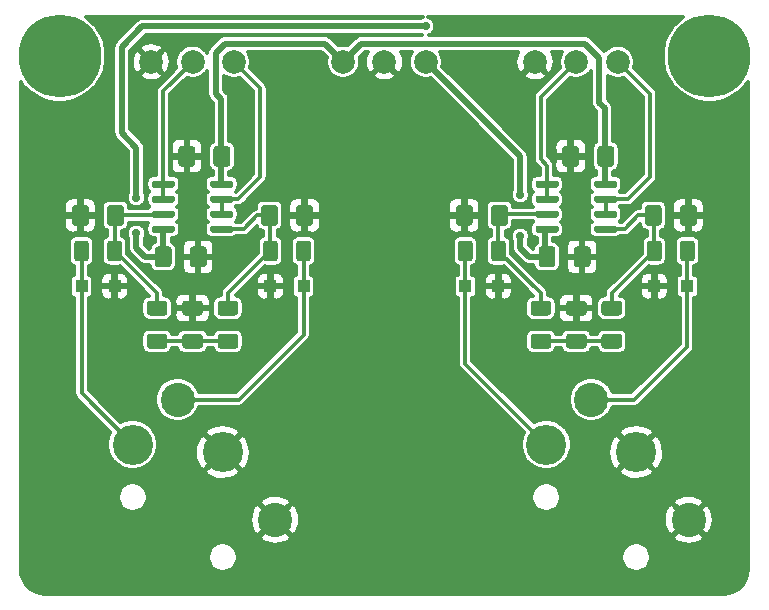
<source format=gbr>
%TF.GenerationSoftware,KiCad,Pcbnew,(5.1.6-0)*%
%TF.CreationDate,2023-05-06T12:18:03-07:00*%
%TF.ProjectId,input_buffer_bal_XLR_SMD_1206,696e7075-745f-4627-9566-6665725f6261,rev?*%
%TF.SameCoordinates,Original*%
%TF.FileFunction,Copper,L1,Top*%
%TF.FilePolarity,Positive*%
%FSLAX46Y46*%
G04 Gerber Fmt 4.6, Leading zero omitted, Abs format (unit mm)*
G04 Created by KiCad (PCBNEW (5.1.6-0)) date 2023-05-06 12:18:03*
%MOMM*%
%LPD*%
G01*
G04 APERTURE LIST*
%TA.AperFunction,SMDPad,CuDef*%
%ADD10R,1.100000X1.100000*%
%TD*%
%TA.AperFunction,ComponentPad*%
%ADD11C,0.800000*%
%TD*%
%TA.AperFunction,ComponentPad*%
%ADD12C,7.000000*%
%TD*%
%TA.AperFunction,ComponentPad*%
%ADD13C,2.900000*%
%TD*%
%TA.AperFunction,ComponentPad*%
%ADD14C,3.400000*%
%TD*%
%TA.AperFunction,ComponentPad*%
%ADD15C,2.000000*%
%TD*%
%TA.AperFunction,ViaPad*%
%ADD16C,0.700000*%
%TD*%
%TA.AperFunction,Conductor*%
%ADD17C,0.500000*%
%TD*%
%TA.AperFunction,Conductor*%
%ADD18C,0.300000*%
%TD*%
G04 APERTURE END LIST*
%TO.P,C8,2*%
%TO.N,Net-(C8-Pad2)*%
%TA.AperFunction,SMDPad,CuDef*%
G36*
G01*
X144725000Y-121625000D02*
X144725000Y-122875000D01*
G75*
G02*
X144475000Y-123125000I-250000J0D01*
G01*
X143550000Y-123125000D01*
G75*
G02*
X143300000Y-122875000I0J250000D01*
G01*
X143300000Y-121625000D01*
G75*
G02*
X143550000Y-121375000I250000J0D01*
G01*
X144475000Y-121375000D01*
G75*
G02*
X144725000Y-121625000I0J-250000D01*
G01*
G37*
%TD.AperFunction*%
%TO.P,C8,1*%
%TO.N,GND*%
%TA.AperFunction,SMDPad,CuDef*%
G36*
G01*
X147700000Y-121625000D02*
X147700000Y-122875000D01*
G75*
G02*
X147450000Y-123125000I-250000J0D01*
G01*
X146525000Y-123125000D01*
G75*
G02*
X146275000Y-122875000I0J250000D01*
G01*
X146275000Y-121625000D01*
G75*
G02*
X146525000Y-121375000I250000J0D01*
G01*
X147450000Y-121375000D01*
G75*
G02*
X147700000Y-121625000I0J-250000D01*
G01*
G37*
%TD.AperFunction*%
%TD*%
%TO.P,C7,2*%
%TO.N,GND*%
%TA.AperFunction,SMDPad,CuDef*%
G36*
G01*
X128725000Y-121625000D02*
X128725000Y-122875000D01*
G75*
G02*
X128475000Y-123125000I-250000J0D01*
G01*
X127550000Y-123125000D01*
G75*
G02*
X127300000Y-122875000I0J250000D01*
G01*
X127300000Y-121625000D01*
G75*
G02*
X127550000Y-121375000I250000J0D01*
G01*
X128475000Y-121375000D01*
G75*
G02*
X128725000Y-121625000I0J-250000D01*
G01*
G37*
%TD.AperFunction*%
%TO.P,C7,1*%
%TO.N,Net-(C7-Pad1)*%
%TA.AperFunction,SMDPad,CuDef*%
G36*
G01*
X131700000Y-121625000D02*
X131700000Y-122875000D01*
G75*
G02*
X131450000Y-123125000I-250000J0D01*
G01*
X130525000Y-123125000D01*
G75*
G02*
X130275000Y-122875000I0J250000D01*
G01*
X130275000Y-121625000D01*
G75*
G02*
X130525000Y-121375000I250000J0D01*
G01*
X131450000Y-121375000D01*
G75*
G02*
X131700000Y-121625000I0J-250000D01*
G01*
G37*
%TD.AperFunction*%
%TD*%
%TO.P,C6,2*%
%TO.N,Net-(C6-Pad2)*%
%TA.AperFunction,SMDPad,CuDef*%
G36*
G01*
X112225000Y-121625000D02*
X112225000Y-122875000D01*
G75*
G02*
X111975000Y-123125000I-250000J0D01*
G01*
X111050000Y-123125000D01*
G75*
G02*
X110800000Y-122875000I0J250000D01*
G01*
X110800000Y-121625000D01*
G75*
G02*
X111050000Y-121375000I250000J0D01*
G01*
X111975000Y-121375000D01*
G75*
G02*
X112225000Y-121625000I0J-250000D01*
G01*
G37*
%TD.AperFunction*%
%TO.P,C6,1*%
%TO.N,GND*%
%TA.AperFunction,SMDPad,CuDef*%
G36*
G01*
X115200000Y-121625000D02*
X115200000Y-122875000D01*
G75*
G02*
X114950000Y-123125000I-250000J0D01*
G01*
X114025000Y-123125000D01*
G75*
G02*
X113775000Y-122875000I0J250000D01*
G01*
X113775000Y-121625000D01*
G75*
G02*
X114025000Y-121375000I250000J0D01*
G01*
X114950000Y-121375000D01*
G75*
G02*
X115200000Y-121625000I0J-250000D01*
G01*
G37*
%TD.AperFunction*%
%TD*%
%TO.P,C5,2*%
%TO.N,GND*%
%TA.AperFunction,SMDPad,CuDef*%
G36*
G01*
X96225000Y-121625000D02*
X96225000Y-122875000D01*
G75*
G02*
X95975000Y-123125000I-250000J0D01*
G01*
X95050000Y-123125000D01*
G75*
G02*
X94800000Y-122875000I0J250000D01*
G01*
X94800000Y-121625000D01*
G75*
G02*
X95050000Y-121375000I250000J0D01*
G01*
X95975000Y-121375000D01*
G75*
G02*
X96225000Y-121625000I0J-250000D01*
G01*
G37*
%TD.AperFunction*%
%TO.P,C5,1*%
%TO.N,Net-(C5-Pad1)*%
%TA.AperFunction,SMDPad,CuDef*%
G36*
G01*
X99200000Y-121625000D02*
X99200000Y-122875000D01*
G75*
G02*
X98950000Y-123125000I-250000J0D01*
G01*
X98025000Y-123125000D01*
G75*
G02*
X97775000Y-122875000I0J250000D01*
G01*
X97775000Y-121625000D01*
G75*
G02*
X98025000Y-121375000I250000J0D01*
G01*
X98950000Y-121375000D01*
G75*
G02*
X99200000Y-121625000I0J-250000D01*
G01*
G37*
%TD.AperFunction*%
%TD*%
%TO.P,C4,2*%
%TO.N,-15V*%
%TA.AperFunction,SMDPad,CuDef*%
G36*
G01*
X135725000Y-125125000D02*
X135725000Y-126375000D01*
G75*
G02*
X135475000Y-126625000I-250000J0D01*
G01*
X134550000Y-126625000D01*
G75*
G02*
X134300000Y-126375000I0J250000D01*
G01*
X134300000Y-125125000D01*
G75*
G02*
X134550000Y-124875000I250000J0D01*
G01*
X135475000Y-124875000D01*
G75*
G02*
X135725000Y-125125000I0J-250000D01*
G01*
G37*
%TD.AperFunction*%
%TO.P,C4,1*%
%TO.N,GND*%
%TA.AperFunction,SMDPad,CuDef*%
G36*
G01*
X138700000Y-125125000D02*
X138700000Y-126375000D01*
G75*
G02*
X138450000Y-126625000I-250000J0D01*
G01*
X137525000Y-126625000D01*
G75*
G02*
X137275000Y-126375000I0J250000D01*
G01*
X137275000Y-125125000D01*
G75*
G02*
X137525000Y-124875000I250000J0D01*
G01*
X138450000Y-124875000D01*
G75*
G02*
X138700000Y-125125000I0J-250000D01*
G01*
G37*
%TD.AperFunction*%
%TD*%
%TO.P,C3,2*%
%TO.N,-15V*%
%TA.AperFunction,SMDPad,CuDef*%
G36*
G01*
X103225000Y-125125000D02*
X103225000Y-126375000D01*
G75*
G02*
X102975000Y-126625000I-250000J0D01*
G01*
X102050000Y-126625000D01*
G75*
G02*
X101800000Y-126375000I0J250000D01*
G01*
X101800000Y-125125000D01*
G75*
G02*
X102050000Y-124875000I250000J0D01*
G01*
X102975000Y-124875000D01*
G75*
G02*
X103225000Y-125125000I0J-250000D01*
G01*
G37*
%TD.AperFunction*%
%TO.P,C3,1*%
%TO.N,GND*%
%TA.AperFunction,SMDPad,CuDef*%
G36*
G01*
X106200000Y-125125000D02*
X106200000Y-126375000D01*
G75*
G02*
X105950000Y-126625000I-250000J0D01*
G01*
X105025000Y-126625000D01*
G75*
G02*
X104775000Y-126375000I0J250000D01*
G01*
X104775000Y-125125000D01*
G75*
G02*
X105025000Y-124875000I250000J0D01*
G01*
X105950000Y-124875000D01*
G75*
G02*
X106200000Y-125125000I0J-250000D01*
G01*
G37*
%TD.AperFunction*%
%TD*%
%TO.P,C2,2*%
%TO.N,GND*%
%TA.AperFunction,SMDPad,CuDef*%
G36*
G01*
X137725000Y-116625000D02*
X137725000Y-117875000D01*
G75*
G02*
X137475000Y-118125000I-250000J0D01*
G01*
X136550000Y-118125000D01*
G75*
G02*
X136300000Y-117875000I0J250000D01*
G01*
X136300000Y-116625000D01*
G75*
G02*
X136550000Y-116375000I250000J0D01*
G01*
X137475000Y-116375000D01*
G75*
G02*
X137725000Y-116625000I0J-250000D01*
G01*
G37*
%TD.AperFunction*%
%TO.P,C2,1*%
%TO.N,+15V*%
%TA.AperFunction,SMDPad,CuDef*%
G36*
G01*
X140700000Y-116625000D02*
X140700000Y-117875000D01*
G75*
G02*
X140450000Y-118125000I-250000J0D01*
G01*
X139525000Y-118125000D01*
G75*
G02*
X139275000Y-117875000I0J250000D01*
G01*
X139275000Y-116625000D01*
G75*
G02*
X139525000Y-116375000I250000J0D01*
G01*
X140450000Y-116375000D01*
G75*
G02*
X140700000Y-116625000I0J-250000D01*
G01*
G37*
%TD.AperFunction*%
%TD*%
%TO.P,C1,2*%
%TO.N,GND*%
%TA.AperFunction,SMDPad,CuDef*%
G36*
G01*
X105225000Y-116625000D02*
X105225000Y-117875000D01*
G75*
G02*
X104975000Y-118125000I-250000J0D01*
G01*
X104050000Y-118125000D01*
G75*
G02*
X103800000Y-117875000I0J250000D01*
G01*
X103800000Y-116625000D01*
G75*
G02*
X104050000Y-116375000I250000J0D01*
G01*
X104975000Y-116375000D01*
G75*
G02*
X105225000Y-116625000I0J-250000D01*
G01*
G37*
%TD.AperFunction*%
%TO.P,C1,1*%
%TO.N,+15V*%
%TA.AperFunction,SMDPad,CuDef*%
G36*
G01*
X108200000Y-116625000D02*
X108200000Y-117875000D01*
G75*
G02*
X107950000Y-118125000I-250000J0D01*
G01*
X107025000Y-118125000D01*
G75*
G02*
X106775000Y-117875000I0J250000D01*
G01*
X106775000Y-116625000D01*
G75*
G02*
X107025000Y-116375000I250000J0D01*
G01*
X107950000Y-116375000D01*
G75*
G02*
X108200000Y-116625000I0J-250000D01*
G01*
G37*
%TD.AperFunction*%
%TD*%
D10*
%TO.P,D4,2*%
%TO.N,Net-(D4-Pad2)*%
X146900000Y-128250000D03*
%TO.P,D4,1*%
%TO.N,GND*%
X144100000Y-128250000D03*
%TD*%
%TO.P,D3,2*%
%TO.N,GND*%
X130900000Y-128250000D03*
%TO.P,D3,1*%
%TO.N,Net-(D3-Pad1)*%
X128100000Y-128250000D03*
%TD*%
%TO.P,D2,2*%
%TO.N,Net-(D2-Pad2)*%
X114400000Y-128250000D03*
%TO.P,D2,1*%
%TO.N,GND*%
X111600000Y-128250000D03*
%TD*%
%TO.P,D1,2*%
%TO.N,GND*%
X98400000Y-128250000D03*
%TO.P,D1,1*%
%TO.N,Net-(D1-Pad1)*%
X95600000Y-128250000D03*
%TD*%
%TO.P,U2,8*%
%TO.N,+15V*%
%TA.AperFunction,SMDPad,CuDef*%
G36*
G01*
X139000000Y-119745000D02*
X139000000Y-119445000D01*
G75*
G02*
X139150000Y-119295000I150000J0D01*
G01*
X140800000Y-119295000D01*
G75*
G02*
X140950000Y-119445000I0J-150000D01*
G01*
X140950000Y-119745000D01*
G75*
G02*
X140800000Y-119895000I-150000J0D01*
G01*
X139150000Y-119895000D01*
G75*
G02*
X139000000Y-119745000I0J150000D01*
G01*
G37*
%TD.AperFunction*%
%TO.P,U2,7*%
%TO.N,Net-(J5-Pad1)*%
%TA.AperFunction,SMDPad,CuDef*%
G36*
G01*
X139000000Y-121015000D02*
X139000000Y-120715000D01*
G75*
G02*
X139150000Y-120565000I150000J0D01*
G01*
X140800000Y-120565000D01*
G75*
G02*
X140950000Y-120715000I0J-150000D01*
G01*
X140950000Y-121015000D01*
G75*
G02*
X140800000Y-121165000I-150000J0D01*
G01*
X139150000Y-121165000D01*
G75*
G02*
X139000000Y-121015000I0J150000D01*
G01*
G37*
%TD.AperFunction*%
%TO.P,U2,6*%
%TA.AperFunction,SMDPad,CuDef*%
G36*
G01*
X139000000Y-122285000D02*
X139000000Y-121985000D01*
G75*
G02*
X139150000Y-121835000I150000J0D01*
G01*
X140800000Y-121835000D01*
G75*
G02*
X140950000Y-121985000I0J-150000D01*
G01*
X140950000Y-122285000D01*
G75*
G02*
X140800000Y-122435000I-150000J0D01*
G01*
X139150000Y-122435000D01*
G75*
G02*
X139000000Y-122285000I0J150000D01*
G01*
G37*
%TD.AperFunction*%
%TO.P,U2,5*%
%TO.N,Net-(C8-Pad2)*%
%TA.AperFunction,SMDPad,CuDef*%
G36*
G01*
X139000000Y-123555000D02*
X139000000Y-123255000D01*
G75*
G02*
X139150000Y-123105000I150000J0D01*
G01*
X140800000Y-123105000D01*
G75*
G02*
X140950000Y-123255000I0J-150000D01*
G01*
X140950000Y-123555000D01*
G75*
G02*
X140800000Y-123705000I-150000J0D01*
G01*
X139150000Y-123705000D01*
G75*
G02*
X139000000Y-123555000I0J150000D01*
G01*
G37*
%TD.AperFunction*%
%TO.P,U2,4*%
%TO.N,-15V*%
%TA.AperFunction,SMDPad,CuDef*%
G36*
G01*
X134050000Y-123555000D02*
X134050000Y-123255000D01*
G75*
G02*
X134200000Y-123105000I150000J0D01*
G01*
X135850000Y-123105000D01*
G75*
G02*
X136000000Y-123255000I0J-150000D01*
G01*
X136000000Y-123555000D01*
G75*
G02*
X135850000Y-123705000I-150000J0D01*
G01*
X134200000Y-123705000D01*
G75*
G02*
X134050000Y-123555000I0J150000D01*
G01*
G37*
%TD.AperFunction*%
%TO.P,U2,3*%
%TO.N,Net-(C7-Pad1)*%
%TA.AperFunction,SMDPad,CuDef*%
G36*
G01*
X134050000Y-122285000D02*
X134050000Y-121985000D01*
G75*
G02*
X134200000Y-121835000I150000J0D01*
G01*
X135850000Y-121835000D01*
G75*
G02*
X136000000Y-121985000I0J-150000D01*
G01*
X136000000Y-122285000D01*
G75*
G02*
X135850000Y-122435000I-150000J0D01*
G01*
X134200000Y-122435000D01*
G75*
G02*
X134050000Y-122285000I0J150000D01*
G01*
G37*
%TD.AperFunction*%
%TO.P,U2,2*%
%TO.N,Net-(J5-Pad2)*%
%TA.AperFunction,SMDPad,CuDef*%
G36*
G01*
X134050000Y-121015000D02*
X134050000Y-120715000D01*
G75*
G02*
X134200000Y-120565000I150000J0D01*
G01*
X135850000Y-120565000D01*
G75*
G02*
X136000000Y-120715000I0J-150000D01*
G01*
X136000000Y-121015000D01*
G75*
G02*
X135850000Y-121165000I-150000J0D01*
G01*
X134200000Y-121165000D01*
G75*
G02*
X134050000Y-121015000I0J150000D01*
G01*
G37*
%TD.AperFunction*%
%TO.P,U2,1*%
%TA.AperFunction,SMDPad,CuDef*%
G36*
G01*
X134050000Y-119745000D02*
X134050000Y-119445000D01*
G75*
G02*
X134200000Y-119295000I150000J0D01*
G01*
X135850000Y-119295000D01*
G75*
G02*
X136000000Y-119445000I0J-150000D01*
G01*
X136000000Y-119745000D01*
G75*
G02*
X135850000Y-119895000I-150000J0D01*
G01*
X134200000Y-119895000D01*
G75*
G02*
X134050000Y-119745000I0J150000D01*
G01*
G37*
%TD.AperFunction*%
%TD*%
%TO.P,U1,8*%
%TO.N,+15V*%
%TA.AperFunction,SMDPad,CuDef*%
G36*
G01*
X106500000Y-119745000D02*
X106500000Y-119445000D01*
G75*
G02*
X106650000Y-119295000I150000J0D01*
G01*
X108300000Y-119295000D01*
G75*
G02*
X108450000Y-119445000I0J-150000D01*
G01*
X108450000Y-119745000D01*
G75*
G02*
X108300000Y-119895000I-150000J0D01*
G01*
X106650000Y-119895000D01*
G75*
G02*
X106500000Y-119745000I0J150000D01*
G01*
G37*
%TD.AperFunction*%
%TO.P,U1,7*%
%TO.N,Net-(J4-Pad1)*%
%TA.AperFunction,SMDPad,CuDef*%
G36*
G01*
X106500000Y-121015000D02*
X106500000Y-120715000D01*
G75*
G02*
X106650000Y-120565000I150000J0D01*
G01*
X108300000Y-120565000D01*
G75*
G02*
X108450000Y-120715000I0J-150000D01*
G01*
X108450000Y-121015000D01*
G75*
G02*
X108300000Y-121165000I-150000J0D01*
G01*
X106650000Y-121165000D01*
G75*
G02*
X106500000Y-121015000I0J150000D01*
G01*
G37*
%TD.AperFunction*%
%TO.P,U1,6*%
%TA.AperFunction,SMDPad,CuDef*%
G36*
G01*
X106500000Y-122285000D02*
X106500000Y-121985000D01*
G75*
G02*
X106650000Y-121835000I150000J0D01*
G01*
X108300000Y-121835000D01*
G75*
G02*
X108450000Y-121985000I0J-150000D01*
G01*
X108450000Y-122285000D01*
G75*
G02*
X108300000Y-122435000I-150000J0D01*
G01*
X106650000Y-122435000D01*
G75*
G02*
X106500000Y-122285000I0J150000D01*
G01*
G37*
%TD.AperFunction*%
%TO.P,U1,5*%
%TO.N,Net-(C6-Pad2)*%
%TA.AperFunction,SMDPad,CuDef*%
G36*
G01*
X106500000Y-123555000D02*
X106500000Y-123255000D01*
G75*
G02*
X106650000Y-123105000I150000J0D01*
G01*
X108300000Y-123105000D01*
G75*
G02*
X108450000Y-123255000I0J-150000D01*
G01*
X108450000Y-123555000D01*
G75*
G02*
X108300000Y-123705000I-150000J0D01*
G01*
X106650000Y-123705000D01*
G75*
G02*
X106500000Y-123555000I0J150000D01*
G01*
G37*
%TD.AperFunction*%
%TO.P,U1,4*%
%TO.N,-15V*%
%TA.AperFunction,SMDPad,CuDef*%
G36*
G01*
X101550000Y-123555000D02*
X101550000Y-123255000D01*
G75*
G02*
X101700000Y-123105000I150000J0D01*
G01*
X103350000Y-123105000D01*
G75*
G02*
X103500000Y-123255000I0J-150000D01*
G01*
X103500000Y-123555000D01*
G75*
G02*
X103350000Y-123705000I-150000J0D01*
G01*
X101700000Y-123705000D01*
G75*
G02*
X101550000Y-123555000I0J150000D01*
G01*
G37*
%TD.AperFunction*%
%TO.P,U1,3*%
%TO.N,Net-(C5-Pad1)*%
%TA.AperFunction,SMDPad,CuDef*%
G36*
G01*
X101550000Y-122285000D02*
X101550000Y-121985000D01*
G75*
G02*
X101700000Y-121835000I150000J0D01*
G01*
X103350000Y-121835000D01*
G75*
G02*
X103500000Y-121985000I0J-150000D01*
G01*
X103500000Y-122285000D01*
G75*
G02*
X103350000Y-122435000I-150000J0D01*
G01*
X101700000Y-122435000D01*
G75*
G02*
X101550000Y-122285000I0J150000D01*
G01*
G37*
%TD.AperFunction*%
%TO.P,U1,2*%
%TO.N,Net-(J4-Pad2)*%
%TA.AperFunction,SMDPad,CuDef*%
G36*
G01*
X101550000Y-121015000D02*
X101550000Y-120715000D01*
G75*
G02*
X101700000Y-120565000I150000J0D01*
G01*
X103350000Y-120565000D01*
G75*
G02*
X103500000Y-120715000I0J-150000D01*
G01*
X103500000Y-121015000D01*
G75*
G02*
X103350000Y-121165000I-150000J0D01*
G01*
X101700000Y-121165000D01*
G75*
G02*
X101550000Y-121015000I0J150000D01*
G01*
G37*
%TD.AperFunction*%
%TO.P,U1,1*%
%TA.AperFunction,SMDPad,CuDef*%
G36*
G01*
X101550000Y-119745000D02*
X101550000Y-119445000D01*
G75*
G02*
X101700000Y-119295000I150000J0D01*
G01*
X103350000Y-119295000D01*
G75*
G02*
X103500000Y-119445000I0J-150000D01*
G01*
X103500000Y-119745000D01*
G75*
G02*
X103350000Y-119895000I-150000J0D01*
G01*
X101700000Y-119895000D01*
G75*
G02*
X101550000Y-119745000I0J150000D01*
G01*
G37*
%TD.AperFunction*%
%TD*%
%TO.P,R10,2*%
%TO.N,Net-(C8-Pad2)*%
%TA.AperFunction,SMDPad,CuDef*%
G36*
G01*
X141125000Y-130725000D02*
X139875000Y-130725000D01*
G75*
G02*
X139625000Y-130475000I0J250000D01*
G01*
X139625000Y-129725000D01*
G75*
G02*
X139875000Y-129475000I250000J0D01*
G01*
X141125000Y-129475000D01*
G75*
G02*
X141375000Y-129725000I0J-250000D01*
G01*
X141375000Y-130475000D01*
G75*
G02*
X141125000Y-130725000I-250000J0D01*
G01*
G37*
%TD.AperFunction*%
%TO.P,R10,1*%
%TO.N,Net-(R10-Pad1)*%
%TA.AperFunction,SMDPad,CuDef*%
G36*
G01*
X141125000Y-133525000D02*
X139875000Y-133525000D01*
G75*
G02*
X139625000Y-133275000I0J250000D01*
G01*
X139625000Y-132525000D01*
G75*
G02*
X139875000Y-132275000I250000J0D01*
G01*
X141125000Y-132275000D01*
G75*
G02*
X141375000Y-132525000I0J-250000D01*
G01*
X141375000Y-133275000D01*
G75*
G02*
X141125000Y-133525000I-250000J0D01*
G01*
G37*
%TD.AperFunction*%
%TD*%
%TO.P,R9,2*%
%TO.N,Net-(R10-Pad1)*%
%TA.AperFunction,SMDPad,CuDef*%
G36*
G01*
X133875000Y-132275000D02*
X135125000Y-132275000D01*
G75*
G02*
X135375000Y-132525000I0J-250000D01*
G01*
X135375000Y-133275000D01*
G75*
G02*
X135125000Y-133525000I-250000J0D01*
G01*
X133875000Y-133525000D01*
G75*
G02*
X133625000Y-133275000I0J250000D01*
G01*
X133625000Y-132525000D01*
G75*
G02*
X133875000Y-132275000I250000J0D01*
G01*
G37*
%TD.AperFunction*%
%TO.P,R9,1*%
%TO.N,Net-(C7-Pad1)*%
%TA.AperFunction,SMDPad,CuDef*%
G36*
G01*
X133875000Y-129475000D02*
X135125000Y-129475000D01*
G75*
G02*
X135375000Y-129725000I0J-250000D01*
G01*
X135375000Y-130475000D01*
G75*
G02*
X135125000Y-130725000I-250000J0D01*
G01*
X133875000Y-130725000D01*
G75*
G02*
X133625000Y-130475000I0J250000D01*
G01*
X133625000Y-129725000D01*
G75*
G02*
X133875000Y-129475000I250000J0D01*
G01*
G37*
%TD.AperFunction*%
%TD*%
%TO.P,R8,2*%
%TO.N,Net-(C6-Pad2)*%
%TA.AperFunction,SMDPad,CuDef*%
G36*
G01*
X108625000Y-130725000D02*
X107375000Y-130725000D01*
G75*
G02*
X107125000Y-130475000I0J250000D01*
G01*
X107125000Y-129725000D01*
G75*
G02*
X107375000Y-129475000I250000J0D01*
G01*
X108625000Y-129475000D01*
G75*
G02*
X108875000Y-129725000I0J-250000D01*
G01*
X108875000Y-130475000D01*
G75*
G02*
X108625000Y-130725000I-250000J0D01*
G01*
G37*
%TD.AperFunction*%
%TO.P,R8,1*%
%TO.N,Net-(R5-Pad1)*%
%TA.AperFunction,SMDPad,CuDef*%
G36*
G01*
X108625000Y-133525000D02*
X107375000Y-133525000D01*
G75*
G02*
X107125000Y-133275000I0J250000D01*
G01*
X107125000Y-132525000D01*
G75*
G02*
X107375000Y-132275000I250000J0D01*
G01*
X108625000Y-132275000D01*
G75*
G02*
X108875000Y-132525000I0J-250000D01*
G01*
X108875000Y-133275000D01*
G75*
G02*
X108625000Y-133525000I-250000J0D01*
G01*
G37*
%TD.AperFunction*%
%TD*%
%TO.P,R7,2*%
%TO.N,Net-(R5-Pad1)*%
%TA.AperFunction,SMDPad,CuDef*%
G36*
G01*
X101375000Y-132275000D02*
X102625000Y-132275000D01*
G75*
G02*
X102875000Y-132525000I0J-250000D01*
G01*
X102875000Y-133275000D01*
G75*
G02*
X102625000Y-133525000I-250000J0D01*
G01*
X101375000Y-133525000D01*
G75*
G02*
X101125000Y-133275000I0J250000D01*
G01*
X101125000Y-132525000D01*
G75*
G02*
X101375000Y-132275000I250000J0D01*
G01*
G37*
%TD.AperFunction*%
%TO.P,R7,1*%
%TO.N,Net-(C5-Pad1)*%
%TA.AperFunction,SMDPad,CuDef*%
G36*
G01*
X101375000Y-129475000D02*
X102625000Y-129475000D01*
G75*
G02*
X102875000Y-129725000I0J-250000D01*
G01*
X102875000Y-130475000D01*
G75*
G02*
X102625000Y-130725000I-250000J0D01*
G01*
X101375000Y-130725000D01*
G75*
G02*
X101125000Y-130475000I0J250000D01*
G01*
X101125000Y-129725000D01*
G75*
G02*
X101375000Y-129475000I250000J0D01*
G01*
G37*
%TD.AperFunction*%
%TD*%
%TO.P,R6,2*%
%TO.N,GND*%
%TA.AperFunction,SMDPad,CuDef*%
G36*
G01*
X138125000Y-130725000D02*
X136875000Y-130725000D01*
G75*
G02*
X136625000Y-130475000I0J250000D01*
G01*
X136625000Y-129725000D01*
G75*
G02*
X136875000Y-129475000I250000J0D01*
G01*
X138125000Y-129475000D01*
G75*
G02*
X138375000Y-129725000I0J-250000D01*
G01*
X138375000Y-130475000D01*
G75*
G02*
X138125000Y-130725000I-250000J0D01*
G01*
G37*
%TD.AperFunction*%
%TO.P,R6,1*%
%TO.N,Net-(R10-Pad1)*%
%TA.AperFunction,SMDPad,CuDef*%
G36*
G01*
X138125000Y-133525000D02*
X136875000Y-133525000D01*
G75*
G02*
X136625000Y-133275000I0J250000D01*
G01*
X136625000Y-132525000D01*
G75*
G02*
X136875000Y-132275000I250000J0D01*
G01*
X138125000Y-132275000D01*
G75*
G02*
X138375000Y-132525000I0J-250000D01*
G01*
X138375000Y-133275000D01*
G75*
G02*
X138125000Y-133525000I-250000J0D01*
G01*
G37*
%TD.AperFunction*%
%TD*%
%TO.P,R5,2*%
%TO.N,GND*%
%TA.AperFunction,SMDPad,CuDef*%
G36*
G01*
X105625000Y-130725000D02*
X104375000Y-130725000D01*
G75*
G02*
X104125000Y-130475000I0J250000D01*
G01*
X104125000Y-129725000D01*
G75*
G02*
X104375000Y-129475000I250000J0D01*
G01*
X105625000Y-129475000D01*
G75*
G02*
X105875000Y-129725000I0J-250000D01*
G01*
X105875000Y-130475000D01*
G75*
G02*
X105625000Y-130725000I-250000J0D01*
G01*
G37*
%TD.AperFunction*%
%TO.P,R5,1*%
%TO.N,Net-(R5-Pad1)*%
%TA.AperFunction,SMDPad,CuDef*%
G36*
G01*
X105625000Y-133525000D02*
X104375000Y-133525000D01*
G75*
G02*
X104125000Y-133275000I0J250000D01*
G01*
X104125000Y-132525000D01*
G75*
G02*
X104375000Y-132275000I250000J0D01*
G01*
X105625000Y-132275000D01*
G75*
G02*
X105875000Y-132525000I0J-250000D01*
G01*
X105875000Y-133275000D01*
G75*
G02*
X105625000Y-133525000I-250000J0D01*
G01*
G37*
%TD.AperFunction*%
%TD*%
%TO.P,R4,2*%
%TO.N,Net-(D4-Pad2)*%
%TA.AperFunction,SMDPad,CuDef*%
G36*
G01*
X146275000Y-125875000D02*
X146275000Y-124625000D01*
G75*
G02*
X146525000Y-124375000I250000J0D01*
G01*
X147275000Y-124375000D01*
G75*
G02*
X147525000Y-124625000I0J-250000D01*
G01*
X147525000Y-125875000D01*
G75*
G02*
X147275000Y-126125000I-250000J0D01*
G01*
X146525000Y-126125000D01*
G75*
G02*
X146275000Y-125875000I0J250000D01*
G01*
G37*
%TD.AperFunction*%
%TO.P,R4,1*%
%TO.N,Net-(C8-Pad2)*%
%TA.AperFunction,SMDPad,CuDef*%
G36*
G01*
X143475000Y-125875000D02*
X143475000Y-124625000D01*
G75*
G02*
X143725000Y-124375000I250000J0D01*
G01*
X144475000Y-124375000D01*
G75*
G02*
X144725000Y-124625000I0J-250000D01*
G01*
X144725000Y-125875000D01*
G75*
G02*
X144475000Y-126125000I-250000J0D01*
G01*
X143725000Y-126125000D01*
G75*
G02*
X143475000Y-125875000I0J250000D01*
G01*
G37*
%TD.AperFunction*%
%TD*%
%TO.P,R3,2*%
%TO.N,Net-(D3-Pad1)*%
%TA.AperFunction,SMDPad,CuDef*%
G36*
G01*
X128725000Y-124625000D02*
X128725000Y-125875000D01*
G75*
G02*
X128475000Y-126125000I-250000J0D01*
G01*
X127725000Y-126125000D01*
G75*
G02*
X127475000Y-125875000I0J250000D01*
G01*
X127475000Y-124625000D01*
G75*
G02*
X127725000Y-124375000I250000J0D01*
G01*
X128475000Y-124375000D01*
G75*
G02*
X128725000Y-124625000I0J-250000D01*
G01*
G37*
%TD.AperFunction*%
%TO.P,R3,1*%
%TO.N,Net-(C7-Pad1)*%
%TA.AperFunction,SMDPad,CuDef*%
G36*
G01*
X131525000Y-124625000D02*
X131525000Y-125875000D01*
G75*
G02*
X131275000Y-126125000I-250000J0D01*
G01*
X130525000Y-126125000D01*
G75*
G02*
X130275000Y-125875000I0J250000D01*
G01*
X130275000Y-124625000D01*
G75*
G02*
X130525000Y-124375000I250000J0D01*
G01*
X131275000Y-124375000D01*
G75*
G02*
X131525000Y-124625000I0J-250000D01*
G01*
G37*
%TD.AperFunction*%
%TD*%
%TO.P,R2,2*%
%TO.N,Net-(D2-Pad2)*%
%TA.AperFunction,SMDPad,CuDef*%
G36*
G01*
X113775000Y-125875000D02*
X113775000Y-124625000D01*
G75*
G02*
X114025000Y-124375000I250000J0D01*
G01*
X114775000Y-124375000D01*
G75*
G02*
X115025000Y-124625000I0J-250000D01*
G01*
X115025000Y-125875000D01*
G75*
G02*
X114775000Y-126125000I-250000J0D01*
G01*
X114025000Y-126125000D01*
G75*
G02*
X113775000Y-125875000I0J250000D01*
G01*
G37*
%TD.AperFunction*%
%TO.P,R2,1*%
%TO.N,Net-(C6-Pad2)*%
%TA.AperFunction,SMDPad,CuDef*%
G36*
G01*
X110975000Y-125875000D02*
X110975000Y-124625000D01*
G75*
G02*
X111225000Y-124375000I250000J0D01*
G01*
X111975000Y-124375000D01*
G75*
G02*
X112225000Y-124625000I0J-250000D01*
G01*
X112225000Y-125875000D01*
G75*
G02*
X111975000Y-126125000I-250000J0D01*
G01*
X111225000Y-126125000D01*
G75*
G02*
X110975000Y-125875000I0J250000D01*
G01*
G37*
%TD.AperFunction*%
%TD*%
%TO.P,R1,2*%
%TO.N,Net-(D1-Pad1)*%
%TA.AperFunction,SMDPad,CuDef*%
G36*
G01*
X96225000Y-124625000D02*
X96225000Y-125875000D01*
G75*
G02*
X95975000Y-126125000I-250000J0D01*
G01*
X95225000Y-126125000D01*
G75*
G02*
X94975000Y-125875000I0J250000D01*
G01*
X94975000Y-124625000D01*
G75*
G02*
X95225000Y-124375000I250000J0D01*
G01*
X95975000Y-124375000D01*
G75*
G02*
X96225000Y-124625000I0J-250000D01*
G01*
G37*
%TD.AperFunction*%
%TO.P,R1,1*%
%TO.N,Net-(C5-Pad1)*%
%TA.AperFunction,SMDPad,CuDef*%
G36*
G01*
X99025000Y-124625000D02*
X99025000Y-125875000D01*
G75*
G02*
X98775000Y-126125000I-250000J0D01*
G01*
X98025000Y-126125000D01*
G75*
G02*
X97775000Y-125875000I0J250000D01*
G01*
X97775000Y-124625000D01*
G75*
G02*
X98025000Y-124375000I250000J0D01*
G01*
X98775000Y-124375000D01*
G75*
G02*
X99025000Y-124625000I0J-250000D01*
G01*
G37*
%TD.AperFunction*%
%TD*%
D11*
%TO.P,H2,1*%
%TO.N,N/C*%
X150606155Y-106893845D03*
X148750000Y-106125000D03*
X146893845Y-106893845D03*
X146125000Y-108750000D03*
X146893845Y-110606155D03*
X148750000Y-111375000D03*
X150606155Y-110606155D03*
X151375000Y-108750000D03*
D12*
X148750000Y-108750000D03*
%TD*%
D11*
%TO.P,H1,1*%
%TO.N,N/C*%
X95606155Y-106893845D03*
X93750000Y-106125000D03*
X91893845Y-106893845D03*
X91125000Y-108750000D03*
X91893845Y-110606155D03*
X93750000Y-111375000D03*
X95606155Y-110606155D03*
X96375000Y-108750000D03*
D12*
X93750000Y-108750000D03*
%TD*%
D13*
%TO.P,J2,G*%
%TO.N,GND*%
X147000000Y-148010000D03*
%TO.P,J2,3*%
%TO.N,Net-(D4-Pad2)*%
X138750000Y-137840000D03*
D14*
%TO.P,J2,2*%
%TO.N,Net-(D3-Pad1)*%
X134940000Y-141655000D03*
%TO.P,J2,1*%
%TO.N,GND*%
X142560000Y-142290000D03*
%TD*%
D13*
%TO.P,J1,G*%
%TO.N,GND*%
X112000000Y-148010000D03*
%TO.P,J1,3*%
%TO.N,Net-(D2-Pad2)*%
X103750000Y-137840000D03*
D14*
%TO.P,J1,2*%
%TO.N,Net-(D1-Pad1)*%
X99940000Y-141655000D03*
%TO.P,J1,1*%
%TO.N,GND*%
X107560000Y-142290000D03*
%TD*%
D15*
%TO.P,J5,3*%
%TO.N,GND*%
X134000000Y-109250000D03*
%TO.P,J5,2*%
%TO.N,Net-(J5-Pad2)*%
X137500000Y-109250000D03*
%TO.P,J5,1*%
%TO.N,Net-(J5-Pad1)*%
X141000000Y-109250000D03*
%TD*%
%TO.P,J4,3*%
%TO.N,GND*%
X101500000Y-109250000D03*
%TO.P,J4,2*%
%TO.N,Net-(J4-Pad2)*%
X105000000Y-109250000D03*
%TO.P,J4,1*%
%TO.N,Net-(J4-Pad1)*%
X108500000Y-109250000D03*
%TD*%
%TO.P,J3,3*%
%TO.N,+15V*%
X117750000Y-109250000D03*
%TO.P,J3,2*%
%TO.N,GND*%
X121250000Y-109250000D03*
%TO.P,J3,1*%
%TO.N,-15V*%
X124750000Y-109250000D03*
%TD*%
D16*
%TO.N,GND*%
X104750000Y-115500000D03*
X107000000Y-125750000D03*
X110250000Y-128250000D03*
X116000000Y-122250000D03*
X142750000Y-128250000D03*
X132250000Y-128250000D03*
X139500000Y-125750000D03*
X135500000Y-117250000D03*
X148500000Y-122250000D03*
X126500000Y-122250000D03*
X91651191Y-113492500D03*
X91651191Y-117492500D03*
X91651191Y-121492500D03*
X91651191Y-125492500D03*
X91651191Y-129492500D03*
X91651191Y-145492500D03*
X91651191Y-149492500D03*
X93651191Y-115492500D03*
X93651191Y-119492500D03*
X93500000Y-127250000D03*
X93651191Y-131492500D03*
X93651191Y-135492500D03*
X93651191Y-139492500D03*
X93651191Y-143492500D03*
X93651191Y-147492500D03*
X93651191Y-151492500D03*
X93500000Y-124250000D03*
X95651191Y-113492500D03*
X95651191Y-117492500D03*
X95651191Y-141492500D03*
X95651191Y-145492500D03*
X95651191Y-149492500D03*
X95651191Y-153492500D03*
X96500000Y-120000000D03*
X97651191Y-115492500D03*
X97651191Y-131492500D03*
X97651191Y-135492500D03*
X97651191Y-143492500D03*
X97651191Y-147492500D03*
X97651191Y-151492500D03*
X98651191Y-106492500D03*
X98651191Y-118492500D03*
X99651191Y-133492500D03*
X99651191Y-137492500D03*
X99651191Y-149492500D03*
X99651191Y-153492500D03*
X100651191Y-112492500D03*
X101651191Y-115492500D03*
X101651191Y-135492500D03*
X101651191Y-151492500D03*
X102651191Y-147492500D03*
X103651191Y-113492500D03*
X103651191Y-143492500D03*
X103651191Y-153492500D03*
X104750000Y-119000000D03*
X105000000Y-123000000D03*
X104651191Y-140492500D03*
X104651191Y-149492500D03*
X105651191Y-111492500D03*
X105651191Y-145492500D03*
X105000000Y-128500000D03*
X107651191Y-139250000D03*
X107651191Y-147492500D03*
X108651191Y-112492500D03*
X109250000Y-118492500D03*
X108651191Y-153492500D03*
X109651191Y-115492500D03*
X109651191Y-130492500D03*
X109651191Y-135492500D03*
X109651191Y-145492500D03*
X110651191Y-109492500D03*
X110500000Y-150000000D03*
X111651191Y-113492500D03*
X111651191Y-117492500D03*
X111651191Y-132492500D03*
X111651191Y-137492500D03*
X111651191Y-152492500D03*
X112651191Y-120492500D03*
X116250000Y-128500000D03*
X112651191Y-140492500D03*
X112651191Y-144492500D03*
X113651191Y-110492500D03*
X113651191Y-115492500D03*
X113651191Y-135492500D03*
X114651191Y-118492500D03*
X114651191Y-138492500D03*
X114651191Y-142492500D03*
X114651191Y-150492500D03*
X115651191Y-112492500D03*
X117000000Y-124500000D03*
X115651191Y-132492500D03*
X115651191Y-145492500D03*
X116651191Y-116492500D03*
X116651191Y-120492500D03*
X116651191Y-136492500D03*
X116651191Y-140492500D03*
X116651191Y-148492500D03*
X116651191Y-152492500D03*
X117651191Y-126492500D03*
X117651191Y-130492500D03*
X117651191Y-143492500D03*
X118651191Y-111492500D03*
X118651191Y-118492500D03*
X118651191Y-122492500D03*
X118651191Y-133492500D03*
X118651191Y-138492500D03*
X118651191Y-146492500D03*
X118651191Y-150492500D03*
X119651191Y-114492500D03*
X119651191Y-128492500D03*
X119651191Y-141492500D03*
X120651191Y-120492500D03*
X120651191Y-124492500D03*
X120651191Y-131492500D03*
X120651191Y-135492500D03*
X120651191Y-144492500D03*
X120651191Y-148492500D03*
X121651191Y-112492500D03*
X121651191Y-116492500D03*
X121651191Y-139492500D03*
X121651191Y-151492500D03*
X122651191Y-122492500D03*
X122651191Y-126492500D03*
X122651191Y-133492500D03*
X122651191Y-142492500D03*
X122651191Y-146492500D03*
X123651191Y-114492500D03*
X123651191Y-118492500D03*
X123651191Y-129492500D03*
X123651191Y-136492500D03*
X123651191Y-149492500D03*
X124651191Y-111492500D03*
X124651191Y-124492500D03*
X124651191Y-140492500D03*
X124651191Y-144492500D03*
X125651191Y-116492500D03*
X125651191Y-120492500D03*
X125651191Y-127492500D03*
X125651191Y-131492500D03*
X125651191Y-147492500D03*
X125651191Y-151492500D03*
X126651191Y-106492500D03*
X126651191Y-113492500D03*
X126651191Y-134492500D03*
X126651191Y-138492500D03*
X126651191Y-142492500D03*
X127651191Y-109492500D03*
X127651191Y-118492500D03*
X127651191Y-145492500D03*
X127651191Y-149492500D03*
X128651191Y-115492500D03*
X128651191Y-140492500D03*
X129651191Y-111492500D03*
X129651191Y-120492500D03*
X129500000Y-127000000D03*
X129651191Y-131492500D03*
X129651191Y-143492500D03*
X129651191Y-147492500D03*
X129651191Y-151492500D03*
X130651191Y-106492500D03*
X130651191Y-117492500D03*
X131651191Y-109492500D03*
X131651191Y-113492500D03*
X131651191Y-133492500D03*
X131651191Y-145492500D03*
X131651191Y-149492500D03*
X132651191Y-130492500D03*
X133651191Y-115492500D03*
X133651191Y-135492500D03*
X133651191Y-151492500D03*
X134651191Y-106492500D03*
X134651191Y-148492500D03*
X135651191Y-113492500D03*
X136250000Y-144250000D03*
X137500000Y-120250000D03*
X137500000Y-122750000D03*
X136651191Y-150492500D03*
X137651191Y-111492500D03*
X137651191Y-146492500D03*
X138651191Y-106492500D03*
X138651191Y-114492500D03*
X138651191Y-152492500D03*
X139651191Y-148492500D03*
X141000000Y-136492500D03*
X140651191Y-145492500D03*
X141651191Y-112492500D03*
X142000000Y-119000000D03*
X142651191Y-106492500D03*
X142651191Y-130492500D03*
X142651191Y-138750000D03*
X142651191Y-147492500D03*
X143651191Y-109492500D03*
X144000000Y-145000000D03*
X144651191Y-113492500D03*
X144651191Y-117492500D03*
X144651191Y-132492500D03*
X144651191Y-140492500D03*
X145651191Y-120492500D03*
X145500000Y-126750000D03*
X145651191Y-136492500D03*
X145651191Y-152492500D03*
X146651191Y-115492500D03*
X146651191Y-142492500D03*
X147651191Y-118492500D03*
X147651191Y-134492500D03*
X147651191Y-138492500D03*
X147651191Y-145492500D03*
X147651191Y-150492500D03*
X148651191Y-113492500D03*
X148651191Y-124492500D03*
X148651191Y-128492500D03*
X149651191Y-116492500D03*
X149651191Y-120492500D03*
X149651191Y-131492500D03*
X149651191Y-136492500D03*
X149651191Y-140492500D03*
X149651191Y-147492500D03*
X149651191Y-152492500D03*
X150651191Y-126492500D03*
X150750000Y-145000000D03*
X131750000Y-120500000D03*
X99750000Y-128250000D03*
X119500000Y-153250000D03*
X123750000Y-153250000D03*
X127750000Y-153250000D03*
X131750000Y-153250000D03*
X135750000Y-153250000D03*
X142250000Y-153250000D03*
X138750000Y-142750000D03*
X131500000Y-141000000D03*
X128750000Y-138250000D03*
X135250000Y-137750000D03*
X142750000Y-134500000D03*
X137250000Y-134750000D03*
X137500000Y-128500000D03*
X133750000Y-124250000D03*
X106250000Y-135250000D03*
X109500000Y-124500000D03*
X101250000Y-124250000D03*
X99250000Y-120750000D03*
X94000000Y-122250000D03*
X142000000Y-115500000D03*
X101250000Y-118250000D03*
X102250000Y-127500000D03*
X133750000Y-118250000D03*
X134750000Y-127500000D03*
X142000000Y-124750000D03*
X117750000Y-107250000D03*
X106000000Y-107500000D03*
%TO.N,-15V*%
X132750000Y-120500000D03*
X132750000Y-124000000D03*
X124750000Y-106250000D03*
X100250000Y-120750000D03*
X100250000Y-123750000D03*
%TD*%
D17*
%TO.N,+15V*%
X107475000Y-117075000D02*
X107400000Y-117000000D01*
X139975000Y-117075000D02*
X139900000Y-117000000D01*
X106949999Y-108505999D02*
X106949999Y-111949999D01*
X107755999Y-107699999D02*
X106949999Y-108505999D01*
X116199999Y-107699999D02*
X107755999Y-107699999D01*
X117750000Y-109250000D02*
X116199999Y-107699999D01*
X107400000Y-112400000D02*
X107400000Y-117000000D01*
X106949999Y-111949999D02*
X107400000Y-112400000D01*
X139449999Y-108905997D02*
X139449999Y-112699999D01*
X138244001Y-107699999D02*
X139449999Y-108905997D01*
X119300001Y-107699999D02*
X138244001Y-107699999D01*
X117750000Y-109250000D02*
X119300001Y-107699999D01*
X139900000Y-113150000D02*
X139900000Y-117000000D01*
X139449999Y-112699999D02*
X139900000Y-113150000D01*
X107400000Y-119520000D02*
X107475000Y-119595000D01*
X107400000Y-117250000D02*
X107400000Y-119520000D01*
X139900000Y-117250000D02*
X139900000Y-117000000D01*
X139900000Y-119520000D02*
X139975000Y-119595000D01*
X139900000Y-117250000D02*
X139900000Y-119520000D01*
%TO.N,-15V*%
X102525000Y-125925000D02*
X102600000Y-126000000D01*
X135025000Y-125825000D02*
X134850000Y-126000000D01*
X124750000Y-109250000D02*
X130500000Y-115000000D01*
X130500000Y-115000000D02*
X132500000Y-117000000D01*
X132750000Y-117250000D02*
X132750000Y-120500000D01*
X132500000Y-117000000D02*
X132750000Y-117250000D01*
X102525000Y-125675000D02*
X102600000Y-125750000D01*
X102525000Y-123405000D02*
X102525000Y-125675000D01*
X102600000Y-125750000D02*
X101000000Y-125750000D01*
X100250000Y-125000000D02*
X100250000Y-123750000D01*
X101000000Y-125750000D02*
X100250000Y-125000000D01*
X134850000Y-123580000D02*
X135025000Y-123405000D01*
X134850000Y-125750000D02*
X134850000Y-123580000D01*
X132750000Y-124000000D02*
X132750000Y-125000000D01*
X133500000Y-125750000D02*
X135012500Y-125750000D01*
X132750000Y-125000000D02*
X133500000Y-125750000D01*
X99000000Y-115250000D02*
X100250000Y-116500000D01*
X99000000Y-108000000D02*
X99000000Y-115250000D01*
X100250000Y-116500000D02*
X100250000Y-120750000D01*
X100750000Y-106250000D02*
X99000000Y-108000000D01*
X124750000Y-106250000D02*
X100750000Y-106250000D01*
D18*
%TO.N,Net-(C5-Pad1)*%
X102410000Y-122250000D02*
X102525000Y-122135000D01*
X98400000Y-122250000D02*
X102410000Y-122250000D01*
X98400000Y-122250000D02*
X98400000Y-125250000D01*
X102000000Y-128850000D02*
X98400000Y-125250000D01*
X102000000Y-130100000D02*
X102000000Y-128850000D01*
%TO.N,Net-(C6-Pad2)*%
X111565998Y-125250000D02*
X111600000Y-125250000D01*
X108000000Y-128815998D02*
X111565998Y-125250000D01*
X108000000Y-130100000D02*
X108000000Y-128815998D01*
X111600000Y-122250000D02*
X110500000Y-122250000D01*
X109345000Y-123405000D02*
X107475000Y-123405000D01*
X110500000Y-122250000D02*
X109345000Y-123405000D01*
X111600000Y-125250000D02*
X111600000Y-122250000D01*
%TO.N,Net-(C7-Pad1)*%
X130900000Y-122250000D02*
X130900000Y-125250000D01*
X131015000Y-122135000D02*
X130900000Y-122250000D01*
X135025000Y-122135000D02*
X131015000Y-122135000D01*
X134500000Y-128850000D02*
X130900000Y-125250000D01*
X134500000Y-130100000D02*
X134500000Y-128850000D01*
%TO.N,Net-(C8-Pad2)*%
X139975000Y-123405000D02*
X141595000Y-123405000D01*
X142750000Y-122250000D02*
X144100000Y-122250000D01*
X141595000Y-123405000D02*
X142750000Y-122250000D01*
X144100000Y-125250000D02*
X144100000Y-122250000D01*
X140500000Y-128850000D02*
X144100000Y-125250000D01*
X140500000Y-130100000D02*
X140500000Y-128850000D01*
%TO.N,Net-(D1-Pad1)*%
X95600000Y-125250000D02*
X95600000Y-128250000D01*
X95600000Y-128250000D02*
X95600000Y-137065000D01*
X95600000Y-137315000D02*
X95600000Y-137065000D01*
X99940000Y-141655000D02*
X95600000Y-137315000D01*
%TO.N,Net-(D2-Pad2)*%
X114400000Y-125250000D02*
X114400000Y-128250000D01*
X114400000Y-132350000D02*
X114400000Y-128250000D01*
X108910000Y-137840000D02*
X114400000Y-132350000D01*
X103750000Y-137840000D02*
X108910000Y-137840000D01*
%TO.N,Net-(D3-Pad1)*%
X128100000Y-128250000D02*
X128100000Y-125250000D01*
X128100000Y-134565000D02*
X128100000Y-128250000D01*
X128100000Y-134815000D02*
X128100000Y-134565000D01*
X134940000Y-141655000D02*
X128100000Y-134815000D01*
%TO.N,Net-(D4-Pad2)*%
X146900000Y-128250000D02*
X146900000Y-125250000D01*
X146900000Y-133350000D02*
X146900000Y-128250000D01*
X142410000Y-137840000D02*
X146900000Y-133350000D01*
X138750000Y-137840000D02*
X142410000Y-137840000D01*
%TO.N,Net-(J4-Pad2)*%
X102525000Y-120865000D02*
X102525000Y-119595000D01*
X102525000Y-111725000D02*
X105000000Y-109250000D01*
X102525000Y-119595000D02*
X102525000Y-111725000D01*
%TO.N,Net-(J5-Pad2)*%
X135025000Y-120865000D02*
X135025000Y-119595000D01*
X134500000Y-117500000D02*
X135025000Y-118025000D01*
X135025000Y-118025000D02*
X135025000Y-119595000D01*
X134500000Y-112250000D02*
X134500000Y-117500000D01*
X137500000Y-109250000D02*
X134500000Y-112250000D01*
%TO.N,Net-(R5-Pad1)*%
X102000000Y-132900000D02*
X105000000Y-132900000D01*
X105000000Y-132900000D02*
X108000000Y-132900000D01*
%TO.N,Net-(R10-Pad1)*%
X140500000Y-132900000D02*
X137500000Y-132900000D01*
X137500000Y-132900000D02*
X134500000Y-132900000D01*
%TO.N,Net-(J4-Pad1)*%
X107475000Y-122135000D02*
X107475000Y-120865000D01*
X107475000Y-120865000D02*
X108885000Y-120865000D01*
X108885000Y-120865000D02*
X110750000Y-119000000D01*
X110750000Y-111500000D02*
X108500000Y-109250000D01*
X110750000Y-119000000D02*
X110750000Y-111500000D01*
%TO.N,Net-(J5-Pad1)*%
X139975000Y-122135000D02*
X139975000Y-120865000D01*
X139975000Y-120865000D02*
X141885000Y-120865000D01*
X141885000Y-120865000D02*
X143750000Y-119000000D01*
X143750000Y-112000000D02*
X141000000Y-109250000D01*
X143750000Y-119000000D02*
X143750000Y-112000000D01*
%TD*%
%TO.N,GND*%
G36*
X124516649Y-105480743D02*
G01*
X124371058Y-105541049D01*
X124357662Y-105550000D01*
X100784387Y-105550000D01*
X100750000Y-105546613D01*
X100715613Y-105550000D01*
X100715610Y-105550000D01*
X100612776Y-105560128D01*
X100480825Y-105600155D01*
X100359219Y-105665155D01*
X100252630Y-105752630D01*
X100230708Y-105779342D01*
X98529343Y-107480708D01*
X98502630Y-107502631D01*
X98480709Y-107529342D01*
X98480708Y-107529343D01*
X98415155Y-107609219D01*
X98390350Y-107655627D01*
X98350155Y-107730826D01*
X98310128Y-107862777D01*
X98300058Y-107965027D01*
X98296613Y-108000000D01*
X98300000Y-108034387D01*
X98300001Y-115215603D01*
X98296613Y-115250000D01*
X98310129Y-115387223D01*
X98350155Y-115519174D01*
X98415155Y-115640781D01*
X98466535Y-115703387D01*
X98502631Y-115747370D01*
X98529342Y-115769291D01*
X99550000Y-116789950D01*
X99550001Y-120357661D01*
X99541049Y-120371058D01*
X99480743Y-120516649D01*
X99450000Y-120671207D01*
X99450000Y-120828793D01*
X99480743Y-120983351D01*
X99541049Y-121128942D01*
X99628599Y-121259970D01*
X99740030Y-121371401D01*
X99871058Y-121458951D01*
X100016649Y-121519257D01*
X100171207Y-121550000D01*
X100328793Y-121550000D01*
X100483351Y-121519257D01*
X100628942Y-121458951D01*
X100759970Y-121371401D01*
X100871401Y-121259970D01*
X100958951Y-121128942D01*
X101019257Y-120983351D01*
X101050000Y-120828793D01*
X101050000Y-120671207D01*
X101019257Y-120516649D01*
X100958951Y-120371058D01*
X100950000Y-120357662D01*
X100950000Y-116534387D01*
X100953387Y-116500000D01*
X100950000Y-116465610D01*
X100939872Y-116362776D01*
X100899845Y-116230825D01*
X100834845Y-116109218D01*
X100769292Y-116029342D01*
X100769287Y-116029337D01*
X100747369Y-116002630D01*
X100720663Y-115980713D01*
X99700000Y-114960051D01*
X99700000Y-110375811D01*
X100515610Y-110375811D01*
X100608138Y-110647674D01*
X100897947Y-110794812D01*
X101210892Y-110882584D01*
X101534949Y-110907616D01*
X101857662Y-110868947D01*
X102166631Y-110768063D01*
X102391862Y-110647674D01*
X102484390Y-110375811D01*
X101500000Y-109391421D01*
X100515610Y-110375811D01*
X99700000Y-110375811D01*
X99700000Y-109284949D01*
X99842384Y-109284949D01*
X99881053Y-109607662D01*
X99981937Y-109916631D01*
X100102326Y-110141862D01*
X100374189Y-110234390D01*
X101358579Y-109250000D01*
X101641421Y-109250000D01*
X102625811Y-110234390D01*
X102897674Y-110141862D01*
X103044812Y-109852053D01*
X103132584Y-109539108D01*
X103157616Y-109215051D01*
X103118947Y-108892338D01*
X103018063Y-108583369D01*
X102897674Y-108358138D01*
X102625811Y-108265610D01*
X101641421Y-109250000D01*
X101358579Y-109250000D01*
X100374189Y-108265610D01*
X100102326Y-108358138D01*
X99955188Y-108647947D01*
X99867416Y-108960892D01*
X99842384Y-109284949D01*
X99700000Y-109284949D01*
X99700000Y-108289949D01*
X99865760Y-108124189D01*
X100515610Y-108124189D01*
X101500000Y-109108579D01*
X102484390Y-108124189D01*
X102391862Y-107852326D01*
X102102053Y-107705188D01*
X101789108Y-107617416D01*
X101465051Y-107592384D01*
X101142338Y-107631053D01*
X100833369Y-107731937D01*
X100608138Y-107852326D01*
X100515610Y-108124189D01*
X99865760Y-108124189D01*
X101039950Y-106950000D01*
X124357662Y-106950000D01*
X124371058Y-106958951D01*
X124470156Y-106999999D01*
X119334387Y-106999999D01*
X119300000Y-106996612D01*
X119265613Y-106999999D01*
X119265611Y-106999999D01*
X119162777Y-107010127D01*
X119030826Y-107050154D01*
X118909220Y-107115154D01*
X118802631Y-107202629D01*
X118780705Y-107229346D01*
X118157417Y-107852634D01*
X117892813Y-107800000D01*
X117607187Y-107800000D01*
X117342583Y-107852634D01*
X116719295Y-107229346D01*
X116697369Y-107202629D01*
X116590780Y-107115154D01*
X116469174Y-107050154D01*
X116337223Y-107010127D01*
X116234389Y-106999999D01*
X116234386Y-106999999D01*
X116199999Y-106996612D01*
X116165612Y-106999999D01*
X107790385Y-106999999D01*
X107755998Y-106996612D01*
X107721611Y-106999999D01*
X107721609Y-106999999D01*
X107618775Y-107010127D01*
X107503920Y-107044968D01*
X107486824Y-107050154D01*
X107365217Y-107115154D01*
X107289419Y-107177360D01*
X107258629Y-107202629D01*
X107236707Y-107229341D01*
X106479341Y-107986707D01*
X106452629Y-108008630D01*
X106430708Y-108035341D01*
X106430707Y-108035342D01*
X106365154Y-108115218D01*
X106321244Y-108197369D01*
X106300154Y-108236825D01*
X106260127Y-108368776D01*
X106249999Y-108471609D01*
X106246633Y-108505787D01*
X106126289Y-108325679D01*
X105924321Y-108123711D01*
X105686833Y-107965027D01*
X105422949Y-107855723D01*
X105142813Y-107800000D01*
X104857187Y-107800000D01*
X104577051Y-107855723D01*
X104313167Y-107965027D01*
X104075679Y-108123711D01*
X103873711Y-108325679D01*
X103715027Y-108563167D01*
X103605723Y-108827051D01*
X103550000Y-109107187D01*
X103550000Y-109392813D01*
X103605723Y-109672949D01*
X103641690Y-109759782D01*
X102121582Y-111279891D01*
X102098684Y-111298683D01*
X102023705Y-111390045D01*
X101990253Y-111452630D01*
X101967991Y-111494279D01*
X101933682Y-111607380D01*
X101922097Y-111725000D01*
X101925001Y-111754484D01*
X101925000Y-118842823D01*
X101700000Y-118842823D01*
X101582521Y-118854394D01*
X101469557Y-118888661D01*
X101365448Y-118944308D01*
X101274197Y-119019197D01*
X101199308Y-119110448D01*
X101143661Y-119214557D01*
X101109394Y-119327521D01*
X101097823Y-119445000D01*
X101097823Y-119745000D01*
X101109394Y-119862479D01*
X101143661Y-119975443D01*
X101199308Y-120079552D01*
X101274197Y-120170803D01*
X101346328Y-120230000D01*
X101274197Y-120289197D01*
X101199308Y-120380448D01*
X101143661Y-120484557D01*
X101109394Y-120597521D01*
X101097823Y-120715000D01*
X101097823Y-121015000D01*
X101109394Y-121132479D01*
X101143661Y-121245443D01*
X101199308Y-121349552D01*
X101274197Y-121440803D01*
X101346328Y-121500000D01*
X101274197Y-121559197D01*
X101199676Y-121650000D01*
X99652177Y-121650000D01*
X99652177Y-121625000D01*
X99638685Y-121488012D01*
X99598727Y-121356288D01*
X99533839Y-121234891D01*
X99446514Y-121128486D01*
X99340109Y-121041161D01*
X99218712Y-120976273D01*
X99086988Y-120936315D01*
X98950000Y-120922823D01*
X98025000Y-120922823D01*
X97888012Y-120936315D01*
X97756288Y-120976273D01*
X97634891Y-121041161D01*
X97528486Y-121128486D01*
X97441161Y-121234891D01*
X97376273Y-121356288D01*
X97336315Y-121488012D01*
X97322823Y-121625000D01*
X97322823Y-122875000D01*
X97336315Y-123011988D01*
X97376273Y-123143712D01*
X97441161Y-123265109D01*
X97528486Y-123371514D01*
X97634891Y-123458839D01*
X97756288Y-123523727D01*
X97800000Y-123536987D01*
X97800001Y-123963013D01*
X97756288Y-123976273D01*
X97634891Y-124041161D01*
X97528486Y-124128486D01*
X97441161Y-124234891D01*
X97376273Y-124356288D01*
X97336315Y-124488012D01*
X97322823Y-124625000D01*
X97322823Y-125875000D01*
X97336315Y-126011988D01*
X97376273Y-126143712D01*
X97441161Y-126265109D01*
X97528486Y-126371514D01*
X97634891Y-126458839D01*
X97756288Y-126523727D01*
X97888012Y-126563685D01*
X98025000Y-126577177D01*
X98775000Y-126577177D01*
X98869357Y-126567884D01*
X101328841Y-129027369D01*
X101238012Y-129036315D01*
X101106288Y-129076273D01*
X100984891Y-129141161D01*
X100878486Y-129228486D01*
X100791161Y-129334891D01*
X100726273Y-129456288D01*
X100686315Y-129588012D01*
X100672823Y-129725000D01*
X100672823Y-130475000D01*
X100686315Y-130611988D01*
X100726273Y-130743712D01*
X100791161Y-130865109D01*
X100878486Y-130971514D01*
X100984891Y-131058839D01*
X101106288Y-131123727D01*
X101238012Y-131163685D01*
X101375000Y-131177177D01*
X102625000Y-131177177D01*
X102761988Y-131163685D01*
X102893712Y-131123727D01*
X103015109Y-131058839D01*
X103121514Y-130971514D01*
X103208839Y-130865109D01*
X103273727Y-130743712D01*
X103279403Y-130725000D01*
X103471855Y-130725000D01*
X103484405Y-130852422D01*
X103521573Y-130974948D01*
X103581930Y-131087868D01*
X103663157Y-131186843D01*
X103762132Y-131268070D01*
X103875052Y-131328427D01*
X103997578Y-131365595D01*
X104125000Y-131378145D01*
X104737500Y-131375000D01*
X104900000Y-131212500D01*
X104900000Y-130200000D01*
X105100000Y-130200000D01*
X105100000Y-131212500D01*
X105262500Y-131375000D01*
X105875000Y-131378145D01*
X106002422Y-131365595D01*
X106124948Y-131328427D01*
X106237868Y-131268070D01*
X106336843Y-131186843D01*
X106418070Y-131087868D01*
X106478427Y-130974948D01*
X106515595Y-130852422D01*
X106528145Y-130725000D01*
X106525000Y-130362500D01*
X106362500Y-130200000D01*
X105100000Y-130200000D01*
X104900000Y-130200000D01*
X103637500Y-130200000D01*
X103475000Y-130362500D01*
X103471855Y-130725000D01*
X103279403Y-130725000D01*
X103313685Y-130611988D01*
X103327177Y-130475000D01*
X103327177Y-129725000D01*
X103313685Y-129588012D01*
X103279404Y-129475000D01*
X103471855Y-129475000D01*
X103475000Y-129837500D01*
X103637500Y-130000000D01*
X104900000Y-130000000D01*
X104900000Y-128987500D01*
X105100000Y-128987500D01*
X105100000Y-130000000D01*
X106362500Y-130000000D01*
X106525000Y-129837500D01*
X106528145Y-129475000D01*
X106515595Y-129347578D01*
X106478427Y-129225052D01*
X106418070Y-129112132D01*
X106336843Y-129013157D01*
X106237868Y-128931930D01*
X106124948Y-128871573D01*
X106002422Y-128834405D01*
X105875000Y-128821855D01*
X105262500Y-128825000D01*
X105100000Y-128987500D01*
X104900000Y-128987500D01*
X104737500Y-128825000D01*
X104125000Y-128821855D01*
X103997578Y-128834405D01*
X103875052Y-128871573D01*
X103762132Y-128931930D01*
X103663157Y-129013157D01*
X103581930Y-129112132D01*
X103521573Y-129225052D01*
X103484405Y-129347578D01*
X103471855Y-129475000D01*
X103279404Y-129475000D01*
X103273727Y-129456288D01*
X103208839Y-129334891D01*
X103121514Y-129228486D01*
X103015109Y-129141161D01*
X102893712Y-129076273D01*
X102761988Y-129036315D01*
X102625000Y-129022823D01*
X102600000Y-129022823D01*
X102600000Y-128879474D01*
X102602903Y-128850000D01*
X102591318Y-128732379D01*
X102557010Y-128619278D01*
X102537603Y-128582971D01*
X102501296Y-128515045D01*
X102426317Y-128423683D01*
X102403419Y-128404891D01*
X99477177Y-125478650D01*
X99477177Y-124625000D01*
X99463685Y-124488012D01*
X99423727Y-124356288D01*
X99358839Y-124234891D01*
X99271514Y-124128486D01*
X99165109Y-124041161D01*
X99043712Y-123976273D01*
X99000000Y-123963013D01*
X99000000Y-123572252D01*
X99086988Y-123563685D01*
X99218712Y-123523727D01*
X99340109Y-123458839D01*
X99446514Y-123371514D01*
X99533839Y-123265109D01*
X99598727Y-123143712D01*
X99638685Y-123011988D01*
X99652177Y-122875000D01*
X99652177Y-122850000D01*
X101257124Y-122850000D01*
X101199308Y-122920448D01*
X101143661Y-123024557D01*
X101109394Y-123137521D01*
X101097823Y-123255000D01*
X101097823Y-123555000D01*
X101109394Y-123672479D01*
X101143661Y-123785443D01*
X101199308Y-123889552D01*
X101274197Y-123980803D01*
X101365448Y-124055692D01*
X101469557Y-124111339D01*
X101582521Y-124145606D01*
X101700000Y-124157177D01*
X101825000Y-124157177D01*
X101825000Y-124463013D01*
X101781288Y-124476273D01*
X101659891Y-124541161D01*
X101553486Y-124628486D01*
X101466161Y-124734891D01*
X101401273Y-124856288D01*
X101361315Y-124988012D01*
X101355210Y-125050000D01*
X101289950Y-125050000D01*
X100950000Y-124710051D01*
X100950000Y-124142338D01*
X100958951Y-124128942D01*
X101019257Y-123983351D01*
X101050000Y-123828793D01*
X101050000Y-123671207D01*
X101019257Y-123516649D01*
X100958951Y-123371058D01*
X100871401Y-123240030D01*
X100759970Y-123128599D01*
X100628942Y-123041049D01*
X100483351Y-122980743D01*
X100328793Y-122950000D01*
X100171207Y-122950000D01*
X100016649Y-122980743D01*
X99871058Y-123041049D01*
X99740030Y-123128599D01*
X99628599Y-123240030D01*
X99541049Y-123371058D01*
X99480743Y-123516649D01*
X99450000Y-123671207D01*
X99450000Y-123828793D01*
X99480743Y-123983351D01*
X99541049Y-124128942D01*
X99550001Y-124142339D01*
X99550000Y-124965612D01*
X99546613Y-125000000D01*
X99550000Y-125034387D01*
X99550000Y-125034389D01*
X99560128Y-125137223D01*
X99600155Y-125269174D01*
X99665155Y-125390781D01*
X99700805Y-125434220D01*
X99752630Y-125497369D01*
X99779342Y-125519291D01*
X100480708Y-126220658D01*
X100502630Y-126247370D01*
X100529341Y-126269291D01*
X100529342Y-126269292D01*
X100609218Y-126334845D01*
X100722990Y-126395657D01*
X100730825Y-126399845D01*
X100862776Y-126439872D01*
X100965610Y-126450000D01*
X100965612Y-126450000D01*
X100999999Y-126453387D01*
X101034386Y-126450000D01*
X101355210Y-126450000D01*
X101361315Y-126511988D01*
X101401273Y-126643712D01*
X101466161Y-126765109D01*
X101553486Y-126871514D01*
X101659891Y-126958839D01*
X101781288Y-127023727D01*
X101913012Y-127063685D01*
X102050000Y-127077177D01*
X102975000Y-127077177D01*
X103111988Y-127063685D01*
X103243712Y-127023727D01*
X103365109Y-126958839D01*
X103471514Y-126871514D01*
X103558839Y-126765109D01*
X103623727Y-126643712D01*
X103629403Y-126625000D01*
X104121855Y-126625000D01*
X104134405Y-126752422D01*
X104171573Y-126874948D01*
X104231930Y-126987868D01*
X104313157Y-127086843D01*
X104412132Y-127168070D01*
X104525052Y-127228427D01*
X104647578Y-127265595D01*
X104775000Y-127278145D01*
X105225000Y-127275000D01*
X105387500Y-127112500D01*
X105387500Y-125850000D01*
X105587500Y-125850000D01*
X105587500Y-127112500D01*
X105750000Y-127275000D01*
X106200000Y-127278145D01*
X106327422Y-127265595D01*
X106449948Y-127228427D01*
X106562868Y-127168070D01*
X106661843Y-127086843D01*
X106743070Y-126987868D01*
X106803427Y-126874948D01*
X106840595Y-126752422D01*
X106853145Y-126625000D01*
X106850000Y-126012500D01*
X106687500Y-125850000D01*
X105587500Y-125850000D01*
X105387500Y-125850000D01*
X104287500Y-125850000D01*
X104125000Y-126012500D01*
X104121855Y-126625000D01*
X103629403Y-126625000D01*
X103663685Y-126511988D01*
X103677177Y-126375000D01*
X103677177Y-125125000D01*
X103663685Y-124988012D01*
X103629404Y-124875000D01*
X104121855Y-124875000D01*
X104125000Y-125487500D01*
X104287500Y-125650000D01*
X105387500Y-125650000D01*
X105387500Y-124387500D01*
X105587500Y-124387500D01*
X105587500Y-125650000D01*
X106687500Y-125650000D01*
X106850000Y-125487500D01*
X106853145Y-124875000D01*
X106840595Y-124747578D01*
X106803427Y-124625052D01*
X106743070Y-124512132D01*
X106661843Y-124413157D01*
X106562868Y-124331930D01*
X106449948Y-124271573D01*
X106327422Y-124234405D01*
X106200000Y-124221855D01*
X105750000Y-124225000D01*
X105587500Y-124387500D01*
X105387500Y-124387500D01*
X105225000Y-124225000D01*
X104775000Y-124221855D01*
X104647578Y-124234405D01*
X104525052Y-124271573D01*
X104412132Y-124331930D01*
X104313157Y-124413157D01*
X104231930Y-124512132D01*
X104171573Y-124625052D01*
X104134405Y-124747578D01*
X104121855Y-124875000D01*
X103629404Y-124875000D01*
X103623727Y-124856288D01*
X103558839Y-124734891D01*
X103471514Y-124628486D01*
X103365109Y-124541161D01*
X103243712Y-124476273D01*
X103225000Y-124470597D01*
X103225000Y-124157177D01*
X103350000Y-124157177D01*
X103467479Y-124145606D01*
X103580443Y-124111339D01*
X103684552Y-124055692D01*
X103775803Y-123980803D01*
X103850692Y-123889552D01*
X103906339Y-123785443D01*
X103940606Y-123672479D01*
X103952177Y-123555000D01*
X103952177Y-123255000D01*
X103940606Y-123137521D01*
X103906339Y-123024557D01*
X103850692Y-122920448D01*
X103775803Y-122829197D01*
X103703672Y-122770000D01*
X103775803Y-122710803D01*
X103850692Y-122619552D01*
X103906339Y-122515443D01*
X103940606Y-122402479D01*
X103952177Y-122285000D01*
X103952177Y-121985000D01*
X103940606Y-121867521D01*
X103906339Y-121754557D01*
X103850692Y-121650448D01*
X103775803Y-121559197D01*
X103703672Y-121500000D01*
X103775803Y-121440803D01*
X103850692Y-121349552D01*
X103906339Y-121245443D01*
X103940606Y-121132479D01*
X103952177Y-121015000D01*
X103952177Y-120715000D01*
X103940606Y-120597521D01*
X103906339Y-120484557D01*
X103850692Y-120380448D01*
X103775803Y-120289197D01*
X103703672Y-120230000D01*
X103775803Y-120170803D01*
X103850692Y-120079552D01*
X103906339Y-119975443D01*
X103940606Y-119862479D01*
X103952177Y-119745000D01*
X103952177Y-119445000D01*
X103940606Y-119327521D01*
X103906339Y-119214557D01*
X103850692Y-119110448D01*
X103775803Y-119019197D01*
X103684552Y-118944308D01*
X103580443Y-118888661D01*
X103467479Y-118854394D01*
X103350000Y-118842823D01*
X103125000Y-118842823D01*
X103125000Y-118125000D01*
X103146855Y-118125000D01*
X103159405Y-118252422D01*
X103196573Y-118374948D01*
X103256930Y-118487868D01*
X103338157Y-118586843D01*
X103437132Y-118668070D01*
X103550052Y-118728427D01*
X103672578Y-118765595D01*
X103800000Y-118778145D01*
X104250000Y-118775000D01*
X104412500Y-118612500D01*
X104412500Y-117350000D01*
X104612500Y-117350000D01*
X104612500Y-118612500D01*
X104775000Y-118775000D01*
X105225000Y-118778145D01*
X105352422Y-118765595D01*
X105474948Y-118728427D01*
X105587868Y-118668070D01*
X105686843Y-118586843D01*
X105768070Y-118487868D01*
X105828427Y-118374948D01*
X105865595Y-118252422D01*
X105878145Y-118125000D01*
X105875000Y-117512500D01*
X105712500Y-117350000D01*
X104612500Y-117350000D01*
X104412500Y-117350000D01*
X103312500Y-117350000D01*
X103150000Y-117512500D01*
X103146855Y-118125000D01*
X103125000Y-118125000D01*
X103125000Y-116375000D01*
X103146855Y-116375000D01*
X103150000Y-116987500D01*
X103312500Y-117150000D01*
X104412500Y-117150000D01*
X104412500Y-115887500D01*
X104612500Y-115887500D01*
X104612500Y-117150000D01*
X105712500Y-117150000D01*
X105875000Y-116987500D01*
X105878145Y-116375000D01*
X105865595Y-116247578D01*
X105828427Y-116125052D01*
X105768070Y-116012132D01*
X105686843Y-115913157D01*
X105587868Y-115831930D01*
X105474948Y-115771573D01*
X105352422Y-115734405D01*
X105225000Y-115721855D01*
X104775000Y-115725000D01*
X104612500Y-115887500D01*
X104412500Y-115887500D01*
X104250000Y-115725000D01*
X103800000Y-115721855D01*
X103672578Y-115734405D01*
X103550052Y-115771573D01*
X103437132Y-115831930D01*
X103338157Y-115913157D01*
X103256930Y-116012132D01*
X103196573Y-116125052D01*
X103159405Y-116247578D01*
X103146855Y-116375000D01*
X103125000Y-116375000D01*
X103125000Y-111973527D01*
X104490218Y-110608310D01*
X104577051Y-110644277D01*
X104857187Y-110700000D01*
X105142813Y-110700000D01*
X105422949Y-110644277D01*
X105686833Y-110534973D01*
X105924321Y-110376289D01*
X106126289Y-110174321D01*
X106249999Y-109989175D01*
X106250000Y-111915602D01*
X106246612Y-111949999D01*
X106252535Y-112010128D01*
X106260128Y-112087223D01*
X106268601Y-112115154D01*
X106300154Y-112219173D01*
X106365154Y-112340780D01*
X106413755Y-112400000D01*
X106452630Y-112447369D01*
X106479341Y-112469290D01*
X106700000Y-112689949D01*
X106700001Y-116006359D01*
X106634891Y-116041161D01*
X106528486Y-116128486D01*
X106441161Y-116234891D01*
X106376273Y-116356288D01*
X106336315Y-116488012D01*
X106322823Y-116625000D01*
X106322823Y-117875000D01*
X106336315Y-118011988D01*
X106376273Y-118143712D01*
X106441161Y-118265109D01*
X106528486Y-118371514D01*
X106634891Y-118458839D01*
X106700001Y-118493641D01*
X106700001Y-118842823D01*
X106650000Y-118842823D01*
X106532521Y-118854394D01*
X106419557Y-118888661D01*
X106315448Y-118944308D01*
X106224197Y-119019197D01*
X106149308Y-119110448D01*
X106093661Y-119214557D01*
X106059394Y-119327521D01*
X106047823Y-119445000D01*
X106047823Y-119745000D01*
X106059394Y-119862479D01*
X106093661Y-119975443D01*
X106149308Y-120079552D01*
X106224197Y-120170803D01*
X106296328Y-120230000D01*
X106224197Y-120289197D01*
X106149308Y-120380448D01*
X106093661Y-120484557D01*
X106059394Y-120597521D01*
X106047823Y-120715000D01*
X106047823Y-121015000D01*
X106059394Y-121132479D01*
X106093661Y-121245443D01*
X106149308Y-121349552D01*
X106224197Y-121440803D01*
X106296328Y-121500000D01*
X106224197Y-121559197D01*
X106149308Y-121650448D01*
X106093661Y-121754557D01*
X106059394Y-121867521D01*
X106047823Y-121985000D01*
X106047823Y-122285000D01*
X106059394Y-122402479D01*
X106093661Y-122515443D01*
X106149308Y-122619552D01*
X106224197Y-122710803D01*
X106296328Y-122770000D01*
X106224197Y-122829197D01*
X106149308Y-122920448D01*
X106093661Y-123024557D01*
X106059394Y-123137521D01*
X106047823Y-123255000D01*
X106047823Y-123555000D01*
X106059394Y-123672479D01*
X106093661Y-123785443D01*
X106149308Y-123889552D01*
X106224197Y-123980803D01*
X106315448Y-124055692D01*
X106419557Y-124111339D01*
X106532521Y-124145606D01*
X106650000Y-124157177D01*
X108300000Y-124157177D01*
X108417479Y-124145606D01*
X108530443Y-124111339D01*
X108634552Y-124055692D01*
X108696319Y-124005000D01*
X109315526Y-124005000D01*
X109345000Y-124007903D01*
X109374474Y-124005000D01*
X109462621Y-123996318D01*
X109575721Y-123962010D01*
X109679955Y-123906296D01*
X109771317Y-123831317D01*
X109790113Y-123808414D01*
X110419923Y-123178604D01*
X110466161Y-123265109D01*
X110553486Y-123371514D01*
X110659891Y-123458839D01*
X110781288Y-123523727D01*
X110913012Y-123563685D01*
X111000001Y-123572253D01*
X111000000Y-123963013D01*
X110956288Y-123976273D01*
X110834891Y-124041161D01*
X110728486Y-124128486D01*
X110641161Y-124234891D01*
X110576273Y-124356288D01*
X110536315Y-124488012D01*
X110522823Y-124625000D01*
X110522823Y-125444647D01*
X107596582Y-128370889D01*
X107573684Y-128389681D01*
X107498705Y-128481043D01*
X107481891Y-128512500D01*
X107442991Y-128585277D01*
X107408682Y-128698378D01*
X107397097Y-128815998D01*
X107400001Y-128845481D01*
X107400001Y-129022823D01*
X107375000Y-129022823D01*
X107238012Y-129036315D01*
X107106288Y-129076273D01*
X106984891Y-129141161D01*
X106878486Y-129228486D01*
X106791161Y-129334891D01*
X106726273Y-129456288D01*
X106686315Y-129588012D01*
X106672823Y-129725000D01*
X106672823Y-130475000D01*
X106686315Y-130611988D01*
X106726273Y-130743712D01*
X106791161Y-130865109D01*
X106878486Y-130971514D01*
X106984891Y-131058839D01*
X107106288Y-131123727D01*
X107238012Y-131163685D01*
X107375000Y-131177177D01*
X108625000Y-131177177D01*
X108761988Y-131163685D01*
X108893712Y-131123727D01*
X109015109Y-131058839D01*
X109121514Y-130971514D01*
X109208839Y-130865109D01*
X109273727Y-130743712D01*
X109313685Y-130611988D01*
X109327177Y-130475000D01*
X109327177Y-129725000D01*
X109313685Y-129588012D01*
X109273727Y-129456288D01*
X109208839Y-129334891D01*
X109121514Y-129228486D01*
X109015109Y-129141161D01*
X108893712Y-129076273D01*
X108761988Y-129036315D01*
X108640205Y-129024321D01*
X108864526Y-128800000D01*
X110396855Y-128800000D01*
X110409405Y-128927422D01*
X110446573Y-129049948D01*
X110506930Y-129162868D01*
X110588157Y-129261843D01*
X110687132Y-129343070D01*
X110800052Y-129403427D01*
X110922578Y-129440595D01*
X111050000Y-129453145D01*
X111337500Y-129450000D01*
X111500000Y-129287500D01*
X111500000Y-128350000D01*
X111700000Y-128350000D01*
X111700000Y-129287500D01*
X111862500Y-129450000D01*
X112150000Y-129453145D01*
X112277422Y-129440595D01*
X112399948Y-129403427D01*
X112512868Y-129343070D01*
X112611843Y-129261843D01*
X112693070Y-129162868D01*
X112753427Y-129049948D01*
X112790595Y-128927422D01*
X112803145Y-128800000D01*
X112800000Y-128512500D01*
X112637500Y-128350000D01*
X111700000Y-128350000D01*
X111500000Y-128350000D01*
X110562500Y-128350000D01*
X110400000Y-128512500D01*
X110396855Y-128800000D01*
X108864526Y-128800000D01*
X109964526Y-127700000D01*
X110396855Y-127700000D01*
X110400000Y-127987500D01*
X110562500Y-128150000D01*
X111500000Y-128150000D01*
X111500000Y-127212500D01*
X111700000Y-127212500D01*
X111700000Y-128150000D01*
X112637500Y-128150000D01*
X112800000Y-127987500D01*
X112803145Y-127700000D01*
X112790595Y-127572578D01*
X112753427Y-127450052D01*
X112693070Y-127337132D01*
X112611843Y-127238157D01*
X112512868Y-127156930D01*
X112399948Y-127096573D01*
X112277422Y-127059405D01*
X112150000Y-127046855D01*
X111862500Y-127050000D01*
X111700000Y-127212500D01*
X111500000Y-127212500D01*
X111337500Y-127050000D01*
X111050000Y-127046855D01*
X110922578Y-127059405D01*
X110800052Y-127096573D01*
X110687132Y-127156930D01*
X110588157Y-127238157D01*
X110506930Y-127337132D01*
X110446573Y-127450052D01*
X110409405Y-127572578D01*
X110396855Y-127700000D01*
X109964526Y-127700000D01*
X111099691Y-126564835D01*
X111225000Y-126577177D01*
X111975000Y-126577177D01*
X112111988Y-126563685D01*
X112243712Y-126523727D01*
X112365109Y-126458839D01*
X112471514Y-126371514D01*
X112558839Y-126265109D01*
X112623727Y-126143712D01*
X112663685Y-126011988D01*
X112677177Y-125875000D01*
X112677177Y-124625000D01*
X112663685Y-124488012D01*
X112623727Y-124356288D01*
X112558839Y-124234891D01*
X112471514Y-124128486D01*
X112365109Y-124041161D01*
X112243712Y-123976273D01*
X112200000Y-123963013D01*
X112200000Y-123536987D01*
X112243712Y-123523727D01*
X112365109Y-123458839D01*
X112471514Y-123371514D01*
X112558839Y-123265109D01*
X112623727Y-123143712D01*
X112629403Y-123125000D01*
X113121855Y-123125000D01*
X113134405Y-123252422D01*
X113171573Y-123374948D01*
X113231930Y-123487868D01*
X113313157Y-123586843D01*
X113412132Y-123668070D01*
X113525052Y-123728427D01*
X113647578Y-123765595D01*
X113775000Y-123778145D01*
X114225000Y-123775000D01*
X114387500Y-123612500D01*
X114387500Y-122350000D01*
X114587500Y-122350000D01*
X114587500Y-123612500D01*
X114750000Y-123775000D01*
X115200000Y-123778145D01*
X115327422Y-123765595D01*
X115449948Y-123728427D01*
X115562868Y-123668070D01*
X115661843Y-123586843D01*
X115743070Y-123487868D01*
X115803427Y-123374948D01*
X115840595Y-123252422D01*
X115853145Y-123125000D01*
X126646855Y-123125000D01*
X126659405Y-123252422D01*
X126696573Y-123374948D01*
X126756930Y-123487868D01*
X126838157Y-123586843D01*
X126937132Y-123668070D01*
X127050052Y-123728427D01*
X127172578Y-123765595D01*
X127300000Y-123778145D01*
X127750000Y-123775000D01*
X127912500Y-123612500D01*
X127912500Y-122350000D01*
X128112500Y-122350000D01*
X128112500Y-123612500D01*
X128275000Y-123775000D01*
X128725000Y-123778145D01*
X128852422Y-123765595D01*
X128974948Y-123728427D01*
X129087868Y-123668070D01*
X129186843Y-123586843D01*
X129268070Y-123487868D01*
X129328427Y-123374948D01*
X129365595Y-123252422D01*
X129378145Y-123125000D01*
X129375000Y-122512500D01*
X129212500Y-122350000D01*
X128112500Y-122350000D01*
X127912500Y-122350000D01*
X126812500Y-122350000D01*
X126650000Y-122512500D01*
X126646855Y-123125000D01*
X115853145Y-123125000D01*
X115850000Y-122512500D01*
X115687500Y-122350000D01*
X114587500Y-122350000D01*
X114387500Y-122350000D01*
X113287500Y-122350000D01*
X113125000Y-122512500D01*
X113121855Y-123125000D01*
X112629403Y-123125000D01*
X112663685Y-123011988D01*
X112677177Y-122875000D01*
X112677177Y-121625000D01*
X112663685Y-121488012D01*
X112629404Y-121375000D01*
X113121855Y-121375000D01*
X113125000Y-121987500D01*
X113287500Y-122150000D01*
X114387500Y-122150000D01*
X114387500Y-120887500D01*
X114587500Y-120887500D01*
X114587500Y-122150000D01*
X115687500Y-122150000D01*
X115850000Y-121987500D01*
X115853145Y-121375000D01*
X126646855Y-121375000D01*
X126650000Y-121987500D01*
X126812500Y-122150000D01*
X127912500Y-122150000D01*
X127912500Y-120887500D01*
X128112500Y-120887500D01*
X128112500Y-122150000D01*
X129212500Y-122150000D01*
X129375000Y-121987500D01*
X129378145Y-121375000D01*
X129365595Y-121247578D01*
X129328427Y-121125052D01*
X129268070Y-121012132D01*
X129186843Y-120913157D01*
X129087868Y-120831930D01*
X128974948Y-120771573D01*
X128852422Y-120734405D01*
X128725000Y-120721855D01*
X128275000Y-120725000D01*
X128112500Y-120887500D01*
X127912500Y-120887500D01*
X127750000Y-120725000D01*
X127300000Y-120721855D01*
X127172578Y-120734405D01*
X127050052Y-120771573D01*
X126937132Y-120831930D01*
X126838157Y-120913157D01*
X126756930Y-121012132D01*
X126696573Y-121125052D01*
X126659405Y-121247578D01*
X126646855Y-121375000D01*
X115853145Y-121375000D01*
X115840595Y-121247578D01*
X115803427Y-121125052D01*
X115743070Y-121012132D01*
X115661843Y-120913157D01*
X115562868Y-120831930D01*
X115449948Y-120771573D01*
X115327422Y-120734405D01*
X115200000Y-120721855D01*
X114750000Y-120725000D01*
X114587500Y-120887500D01*
X114387500Y-120887500D01*
X114225000Y-120725000D01*
X113775000Y-120721855D01*
X113647578Y-120734405D01*
X113525052Y-120771573D01*
X113412132Y-120831930D01*
X113313157Y-120913157D01*
X113231930Y-121012132D01*
X113171573Y-121125052D01*
X113134405Y-121247578D01*
X113121855Y-121375000D01*
X112629404Y-121375000D01*
X112623727Y-121356288D01*
X112558839Y-121234891D01*
X112471514Y-121128486D01*
X112365109Y-121041161D01*
X112243712Y-120976273D01*
X112111988Y-120936315D01*
X111975000Y-120922823D01*
X111050000Y-120922823D01*
X110913012Y-120936315D01*
X110781288Y-120976273D01*
X110659891Y-121041161D01*
X110553486Y-121128486D01*
X110466161Y-121234891D01*
X110401273Y-121356288D01*
X110361315Y-121488012D01*
X110347823Y-121625000D01*
X110347823Y-121669164D01*
X110269279Y-121692990D01*
X110165045Y-121748704D01*
X110073683Y-121823683D01*
X110054894Y-121846578D01*
X109096473Y-122805000D01*
X108696319Y-122805000D01*
X108653672Y-122770000D01*
X108725803Y-122710803D01*
X108800692Y-122619552D01*
X108856339Y-122515443D01*
X108890606Y-122402479D01*
X108902177Y-122285000D01*
X108902177Y-121985000D01*
X108890606Y-121867521D01*
X108856339Y-121754557D01*
X108800692Y-121650448D01*
X108725803Y-121559197D01*
X108653672Y-121500000D01*
X108696319Y-121465000D01*
X108855526Y-121465000D01*
X108885000Y-121467903D01*
X108914474Y-121465000D01*
X109002621Y-121456318D01*
X109115721Y-121422010D01*
X109219955Y-121366296D01*
X109311317Y-121291317D01*
X109330113Y-121268414D01*
X111153426Y-119445103D01*
X111176317Y-119426317D01*
X111251296Y-119334955D01*
X111307010Y-119230721D01*
X111341318Y-119117621D01*
X111350000Y-119029474D01*
X111350000Y-119029473D01*
X111352903Y-119000001D01*
X111350000Y-118970527D01*
X111350000Y-111529476D01*
X111352903Y-111500000D01*
X111341319Y-111382379D01*
X111307010Y-111269279D01*
X111294894Y-111246612D01*
X111251296Y-111165045D01*
X111176317Y-111073683D01*
X111153419Y-111054891D01*
X109858310Y-109759782D01*
X109894277Y-109672949D01*
X109950000Y-109392813D01*
X109950000Y-109107187D01*
X109894277Y-108827051D01*
X109784973Y-108563167D01*
X109675948Y-108399999D01*
X115910050Y-108399999D01*
X116352634Y-108842583D01*
X116300000Y-109107187D01*
X116300000Y-109392813D01*
X116355723Y-109672949D01*
X116465027Y-109936833D01*
X116623711Y-110174321D01*
X116825679Y-110376289D01*
X117063167Y-110534973D01*
X117327051Y-110644277D01*
X117607187Y-110700000D01*
X117892813Y-110700000D01*
X118172949Y-110644277D01*
X118436833Y-110534973D01*
X118674321Y-110376289D01*
X118674799Y-110375811D01*
X120265610Y-110375811D01*
X120358138Y-110647674D01*
X120647947Y-110794812D01*
X120960892Y-110882584D01*
X121284949Y-110907616D01*
X121607662Y-110868947D01*
X121916631Y-110768063D01*
X122141862Y-110647674D01*
X122234390Y-110375811D01*
X121250000Y-109391421D01*
X120265610Y-110375811D01*
X118674799Y-110375811D01*
X118876289Y-110174321D01*
X119034973Y-109936833D01*
X119144277Y-109672949D01*
X119200000Y-109392813D01*
X119200000Y-109107187D01*
X119147366Y-108842583D01*
X119589950Y-108399999D01*
X119831073Y-108399999D01*
X119705188Y-108647947D01*
X119617416Y-108960892D01*
X119592384Y-109284949D01*
X119631053Y-109607662D01*
X119731937Y-109916631D01*
X119852326Y-110141862D01*
X120124189Y-110234390D01*
X121108579Y-109250000D01*
X121094437Y-109235858D01*
X121235858Y-109094437D01*
X121250000Y-109108579D01*
X121264143Y-109094437D01*
X121405564Y-109235858D01*
X121391421Y-109250000D01*
X122375811Y-110234390D01*
X122647674Y-110141862D01*
X122794812Y-109852053D01*
X122882584Y-109539108D01*
X122907616Y-109215051D01*
X122868947Y-108892338D01*
X122768063Y-108583369D01*
X122670049Y-108399999D01*
X123574052Y-108399999D01*
X123465027Y-108563167D01*
X123355723Y-108827051D01*
X123300000Y-109107187D01*
X123300000Y-109392813D01*
X123355723Y-109672949D01*
X123465027Y-109936833D01*
X123623711Y-110174321D01*
X123825679Y-110376289D01*
X124063167Y-110534973D01*
X124327051Y-110644277D01*
X124607187Y-110700000D01*
X124892813Y-110700000D01*
X125157417Y-110647366D01*
X130029342Y-115519292D01*
X130029347Y-115519296D01*
X132029342Y-117519292D01*
X132029348Y-117519297D01*
X132050000Y-117539949D01*
X132050001Y-120107661D01*
X132041049Y-120121058D01*
X131980743Y-120266649D01*
X131950000Y-120421207D01*
X131950000Y-120578793D01*
X131980743Y-120733351D01*
X132041049Y-120878942D01*
X132128599Y-121009970D01*
X132240030Y-121121401D01*
X132371058Y-121208951D01*
X132516649Y-121269257D01*
X132671207Y-121300000D01*
X132828793Y-121300000D01*
X132983351Y-121269257D01*
X133128942Y-121208951D01*
X133259970Y-121121401D01*
X133371401Y-121009970D01*
X133458951Y-120878942D01*
X133519257Y-120733351D01*
X133550000Y-120578793D01*
X133550000Y-120421207D01*
X133519257Y-120266649D01*
X133458951Y-120121058D01*
X133450000Y-120107662D01*
X133450000Y-117284386D01*
X133453387Y-117249999D01*
X133447465Y-117189871D01*
X133439872Y-117112776D01*
X133399845Y-116980825D01*
X133334845Y-116859219D01*
X133247369Y-116752630D01*
X133220653Y-116730705D01*
X133019297Y-116529348D01*
X133019292Y-116529342D01*
X131019296Y-114529347D01*
X131019292Y-114529342D01*
X126865761Y-110375811D01*
X133015610Y-110375811D01*
X133108138Y-110647674D01*
X133397947Y-110794812D01*
X133710892Y-110882584D01*
X134034949Y-110907616D01*
X134357662Y-110868947D01*
X134666631Y-110768063D01*
X134891862Y-110647674D01*
X134984390Y-110375811D01*
X134000000Y-109391421D01*
X133015610Y-110375811D01*
X126865761Y-110375811D01*
X126147366Y-109657417D01*
X126200000Y-109392813D01*
X126200000Y-109107187D01*
X126144277Y-108827051D01*
X126034973Y-108563167D01*
X125925948Y-108399999D01*
X132581073Y-108399999D01*
X132455188Y-108647947D01*
X132367416Y-108960892D01*
X132342384Y-109284949D01*
X132381053Y-109607662D01*
X132481937Y-109916631D01*
X132602326Y-110141862D01*
X132874189Y-110234390D01*
X133858579Y-109250000D01*
X133844437Y-109235858D01*
X133985858Y-109094437D01*
X134000000Y-109108579D01*
X134014143Y-109094437D01*
X134155564Y-109235858D01*
X134141421Y-109250000D01*
X135125811Y-110234390D01*
X135397674Y-110141862D01*
X135544812Y-109852053D01*
X135632584Y-109539108D01*
X135657616Y-109215051D01*
X135618947Y-108892338D01*
X135518063Y-108583369D01*
X135420049Y-108399999D01*
X136324052Y-108399999D01*
X136215027Y-108563167D01*
X136105723Y-108827051D01*
X136050000Y-109107187D01*
X136050000Y-109392813D01*
X136105723Y-109672949D01*
X136141690Y-109759782D01*
X134096586Y-111804887D01*
X134073683Y-111823683D01*
X133998704Y-111915046D01*
X133942990Y-112019280D01*
X133922380Y-112087223D01*
X133908682Y-112132380D01*
X133897097Y-112250000D01*
X133900000Y-112279474D01*
X133900001Y-117470516D01*
X133897097Y-117500000D01*
X133908682Y-117617620D01*
X133934699Y-117703387D01*
X133942991Y-117730721D01*
X133998705Y-117834955D01*
X134073684Y-117926317D01*
X134096581Y-117945108D01*
X134425000Y-118273528D01*
X134425001Y-118842823D01*
X134200000Y-118842823D01*
X134082521Y-118854394D01*
X133969557Y-118888661D01*
X133865448Y-118944308D01*
X133774197Y-119019197D01*
X133699308Y-119110448D01*
X133643661Y-119214557D01*
X133609394Y-119327521D01*
X133597823Y-119445000D01*
X133597823Y-119745000D01*
X133609394Y-119862479D01*
X133643661Y-119975443D01*
X133699308Y-120079552D01*
X133774197Y-120170803D01*
X133846328Y-120230000D01*
X133774197Y-120289197D01*
X133699308Y-120380448D01*
X133643661Y-120484557D01*
X133609394Y-120597521D01*
X133597823Y-120715000D01*
X133597823Y-121015000D01*
X133609394Y-121132479D01*
X133643661Y-121245443D01*
X133699308Y-121349552D01*
X133774197Y-121440803D01*
X133846328Y-121500000D01*
X133803681Y-121535000D01*
X132143313Y-121535000D01*
X132138685Y-121488012D01*
X132098727Y-121356288D01*
X132033839Y-121234891D01*
X131946514Y-121128486D01*
X131840109Y-121041161D01*
X131718712Y-120976273D01*
X131586988Y-120936315D01*
X131450000Y-120922823D01*
X130525000Y-120922823D01*
X130388012Y-120936315D01*
X130256288Y-120976273D01*
X130134891Y-121041161D01*
X130028486Y-121128486D01*
X129941161Y-121234891D01*
X129876273Y-121356288D01*
X129836315Y-121488012D01*
X129822823Y-121625000D01*
X129822823Y-122875000D01*
X129836315Y-123011988D01*
X129876273Y-123143712D01*
X129941161Y-123265109D01*
X130028486Y-123371514D01*
X130134891Y-123458839D01*
X130256288Y-123523727D01*
X130300000Y-123536987D01*
X130300001Y-123963013D01*
X130256288Y-123976273D01*
X130134891Y-124041161D01*
X130028486Y-124128486D01*
X129941161Y-124234891D01*
X129876273Y-124356288D01*
X129836315Y-124488012D01*
X129822823Y-124625000D01*
X129822823Y-125875000D01*
X129836315Y-126011988D01*
X129876273Y-126143712D01*
X129941161Y-126265109D01*
X130028486Y-126371514D01*
X130134891Y-126458839D01*
X130256288Y-126523727D01*
X130388012Y-126563685D01*
X130525000Y-126577177D01*
X131275000Y-126577177D01*
X131369357Y-126567884D01*
X133828841Y-129027369D01*
X133738012Y-129036315D01*
X133606288Y-129076273D01*
X133484891Y-129141161D01*
X133378486Y-129228486D01*
X133291161Y-129334891D01*
X133226273Y-129456288D01*
X133186315Y-129588012D01*
X133172823Y-129725000D01*
X133172823Y-130475000D01*
X133186315Y-130611988D01*
X133226273Y-130743712D01*
X133291161Y-130865109D01*
X133378486Y-130971514D01*
X133484891Y-131058839D01*
X133606288Y-131123727D01*
X133738012Y-131163685D01*
X133875000Y-131177177D01*
X135125000Y-131177177D01*
X135261988Y-131163685D01*
X135393712Y-131123727D01*
X135515109Y-131058839D01*
X135621514Y-130971514D01*
X135708839Y-130865109D01*
X135773727Y-130743712D01*
X135779403Y-130725000D01*
X135971855Y-130725000D01*
X135984405Y-130852422D01*
X136021573Y-130974948D01*
X136081930Y-131087868D01*
X136163157Y-131186843D01*
X136262132Y-131268070D01*
X136375052Y-131328427D01*
X136497578Y-131365595D01*
X136625000Y-131378145D01*
X137237500Y-131375000D01*
X137400000Y-131212500D01*
X137400000Y-130200000D01*
X137600000Y-130200000D01*
X137600000Y-131212500D01*
X137762500Y-131375000D01*
X138375000Y-131378145D01*
X138502422Y-131365595D01*
X138624948Y-131328427D01*
X138737868Y-131268070D01*
X138836843Y-131186843D01*
X138918070Y-131087868D01*
X138978427Y-130974948D01*
X139015595Y-130852422D01*
X139028145Y-130725000D01*
X139025000Y-130362500D01*
X138862500Y-130200000D01*
X137600000Y-130200000D01*
X137400000Y-130200000D01*
X136137500Y-130200000D01*
X135975000Y-130362500D01*
X135971855Y-130725000D01*
X135779403Y-130725000D01*
X135813685Y-130611988D01*
X135827177Y-130475000D01*
X135827177Y-129725000D01*
X135813685Y-129588012D01*
X135779404Y-129475000D01*
X135971855Y-129475000D01*
X135975000Y-129837500D01*
X136137500Y-130000000D01*
X137400000Y-130000000D01*
X137400000Y-128987500D01*
X137600000Y-128987500D01*
X137600000Y-130000000D01*
X138862500Y-130000000D01*
X139025000Y-129837500D01*
X139028145Y-129475000D01*
X139015595Y-129347578D01*
X138978427Y-129225052D01*
X138918070Y-129112132D01*
X138836843Y-129013157D01*
X138737868Y-128931930D01*
X138624948Y-128871573D01*
X138502422Y-128834405D01*
X138375000Y-128821855D01*
X137762500Y-128825000D01*
X137600000Y-128987500D01*
X137400000Y-128987500D01*
X137237500Y-128825000D01*
X136625000Y-128821855D01*
X136497578Y-128834405D01*
X136375052Y-128871573D01*
X136262132Y-128931930D01*
X136163157Y-129013157D01*
X136081930Y-129112132D01*
X136021573Y-129225052D01*
X135984405Y-129347578D01*
X135971855Y-129475000D01*
X135779404Y-129475000D01*
X135773727Y-129456288D01*
X135708839Y-129334891D01*
X135621514Y-129228486D01*
X135515109Y-129141161D01*
X135393712Y-129076273D01*
X135261988Y-129036315D01*
X135125000Y-129022823D01*
X135100000Y-129022823D01*
X135100000Y-128879474D01*
X135102903Y-128850000D01*
X135091318Y-128732379D01*
X135057010Y-128619278D01*
X135037603Y-128582971D01*
X135001296Y-128515045D01*
X134926317Y-128423683D01*
X134903419Y-128404891D01*
X131977177Y-125478650D01*
X131977177Y-124625000D01*
X131963685Y-124488012D01*
X131923727Y-124356288D01*
X131858839Y-124234891D01*
X131771514Y-124128486D01*
X131665109Y-124041161D01*
X131543712Y-123976273D01*
X131500000Y-123963013D01*
X131500000Y-123572252D01*
X131586988Y-123563685D01*
X131718712Y-123523727D01*
X131840109Y-123458839D01*
X131946514Y-123371514D01*
X132033839Y-123265109D01*
X132098727Y-123143712D01*
X132138685Y-123011988D01*
X132152177Y-122875000D01*
X132152177Y-122735000D01*
X133803681Y-122735000D01*
X133846328Y-122770000D01*
X133774197Y-122829197D01*
X133699308Y-122920448D01*
X133643661Y-123024557D01*
X133609394Y-123137521D01*
X133597823Y-123255000D01*
X133597823Y-123555000D01*
X133609394Y-123672479D01*
X133643661Y-123785443D01*
X133699308Y-123889552D01*
X133774197Y-123980803D01*
X133865448Y-124055692D01*
X133969557Y-124111339D01*
X134082521Y-124145606D01*
X134150001Y-124152252D01*
X134150001Y-124549278D01*
X134053486Y-124628486D01*
X133966161Y-124734891D01*
X133901273Y-124856288D01*
X133861315Y-124988012D01*
X133855210Y-125050000D01*
X133789950Y-125050000D01*
X133450000Y-124710051D01*
X133450000Y-124392338D01*
X133458951Y-124378942D01*
X133519257Y-124233351D01*
X133550000Y-124078793D01*
X133550000Y-123921207D01*
X133519257Y-123766649D01*
X133458951Y-123621058D01*
X133371401Y-123490030D01*
X133259970Y-123378599D01*
X133128942Y-123291049D01*
X132983351Y-123230743D01*
X132828793Y-123200000D01*
X132671207Y-123200000D01*
X132516649Y-123230743D01*
X132371058Y-123291049D01*
X132240030Y-123378599D01*
X132128599Y-123490030D01*
X132041049Y-123621058D01*
X131980743Y-123766649D01*
X131950000Y-123921207D01*
X131950000Y-124078793D01*
X131980743Y-124233351D01*
X132041049Y-124378942D01*
X132050000Y-124392339D01*
X132050001Y-124965604D01*
X132046613Y-125000000D01*
X132060129Y-125137223D01*
X132100155Y-125269174D01*
X132165155Y-125390781D01*
X132200805Y-125434220D01*
X132252631Y-125497370D01*
X132279342Y-125519291D01*
X132980708Y-126220658D01*
X133002630Y-126247370D01*
X133029341Y-126269291D01*
X133029342Y-126269292D01*
X133109218Y-126334845D01*
X133222990Y-126395657D01*
X133230825Y-126399845D01*
X133362776Y-126439872D01*
X133465610Y-126450000D01*
X133465612Y-126450000D01*
X133499999Y-126453387D01*
X133534386Y-126450000D01*
X133855210Y-126450000D01*
X133861315Y-126511988D01*
X133901273Y-126643712D01*
X133966161Y-126765109D01*
X134053486Y-126871514D01*
X134159891Y-126958839D01*
X134281288Y-127023727D01*
X134413012Y-127063685D01*
X134550000Y-127077177D01*
X135475000Y-127077177D01*
X135611988Y-127063685D01*
X135743712Y-127023727D01*
X135865109Y-126958839D01*
X135971514Y-126871514D01*
X136058839Y-126765109D01*
X136123727Y-126643712D01*
X136129403Y-126625000D01*
X136621855Y-126625000D01*
X136634405Y-126752422D01*
X136671573Y-126874948D01*
X136731930Y-126987868D01*
X136813157Y-127086843D01*
X136912132Y-127168070D01*
X137025052Y-127228427D01*
X137147578Y-127265595D01*
X137275000Y-127278145D01*
X137725000Y-127275000D01*
X137887500Y-127112500D01*
X137887500Y-125850000D01*
X138087500Y-125850000D01*
X138087500Y-127112500D01*
X138250000Y-127275000D01*
X138700000Y-127278145D01*
X138827422Y-127265595D01*
X138949948Y-127228427D01*
X139062868Y-127168070D01*
X139161843Y-127086843D01*
X139243070Y-126987868D01*
X139303427Y-126874948D01*
X139340595Y-126752422D01*
X139353145Y-126625000D01*
X139350000Y-126012500D01*
X139187500Y-125850000D01*
X138087500Y-125850000D01*
X137887500Y-125850000D01*
X136787500Y-125850000D01*
X136625000Y-126012500D01*
X136621855Y-126625000D01*
X136129403Y-126625000D01*
X136163685Y-126511988D01*
X136177177Y-126375000D01*
X136177177Y-125125000D01*
X136163685Y-124988012D01*
X136129404Y-124875000D01*
X136621855Y-124875000D01*
X136625000Y-125487500D01*
X136787500Y-125650000D01*
X137887500Y-125650000D01*
X137887500Y-124387500D01*
X138087500Y-124387500D01*
X138087500Y-125650000D01*
X139187500Y-125650000D01*
X139350000Y-125487500D01*
X139353145Y-124875000D01*
X139340595Y-124747578D01*
X139303427Y-124625052D01*
X139243070Y-124512132D01*
X139161843Y-124413157D01*
X139062868Y-124331930D01*
X138949948Y-124271573D01*
X138827422Y-124234405D01*
X138700000Y-124221855D01*
X138250000Y-124225000D01*
X138087500Y-124387500D01*
X137887500Y-124387500D01*
X137725000Y-124225000D01*
X137275000Y-124221855D01*
X137147578Y-124234405D01*
X137025052Y-124271573D01*
X136912132Y-124331930D01*
X136813157Y-124413157D01*
X136731930Y-124512132D01*
X136671573Y-124625052D01*
X136634405Y-124747578D01*
X136621855Y-124875000D01*
X136129404Y-124875000D01*
X136123727Y-124856288D01*
X136058839Y-124734891D01*
X135971514Y-124628486D01*
X135865109Y-124541161D01*
X135743712Y-124476273D01*
X135611988Y-124436315D01*
X135550000Y-124430210D01*
X135550000Y-124157177D01*
X135850000Y-124157177D01*
X135967479Y-124145606D01*
X136080443Y-124111339D01*
X136184552Y-124055692D01*
X136275803Y-123980803D01*
X136350692Y-123889552D01*
X136406339Y-123785443D01*
X136440606Y-123672479D01*
X136452177Y-123555000D01*
X136452177Y-123255000D01*
X136440606Y-123137521D01*
X136406339Y-123024557D01*
X136350692Y-122920448D01*
X136275803Y-122829197D01*
X136203672Y-122770000D01*
X136275803Y-122710803D01*
X136350692Y-122619552D01*
X136406339Y-122515443D01*
X136440606Y-122402479D01*
X136452177Y-122285000D01*
X136452177Y-121985000D01*
X136440606Y-121867521D01*
X136406339Y-121754557D01*
X136350692Y-121650448D01*
X136275803Y-121559197D01*
X136203672Y-121500000D01*
X136275803Y-121440803D01*
X136350692Y-121349552D01*
X136406339Y-121245443D01*
X136440606Y-121132479D01*
X136452177Y-121015000D01*
X136452177Y-120715000D01*
X136440606Y-120597521D01*
X136406339Y-120484557D01*
X136350692Y-120380448D01*
X136275803Y-120289197D01*
X136203672Y-120230000D01*
X136275803Y-120170803D01*
X136350692Y-120079552D01*
X136406339Y-119975443D01*
X136440606Y-119862479D01*
X136452177Y-119745000D01*
X136452177Y-119445000D01*
X136440606Y-119327521D01*
X136406339Y-119214557D01*
X136350692Y-119110448D01*
X136275803Y-119019197D01*
X136184552Y-118944308D01*
X136080443Y-118888661D01*
X135967479Y-118854394D01*
X135850000Y-118842823D01*
X135625000Y-118842823D01*
X135625000Y-118125000D01*
X135646855Y-118125000D01*
X135659405Y-118252422D01*
X135696573Y-118374948D01*
X135756930Y-118487868D01*
X135838157Y-118586843D01*
X135937132Y-118668070D01*
X136050052Y-118728427D01*
X136172578Y-118765595D01*
X136300000Y-118778145D01*
X136750000Y-118775000D01*
X136912500Y-118612500D01*
X136912500Y-117350000D01*
X137112500Y-117350000D01*
X137112500Y-118612500D01*
X137275000Y-118775000D01*
X137725000Y-118778145D01*
X137852422Y-118765595D01*
X137974948Y-118728427D01*
X138087868Y-118668070D01*
X138186843Y-118586843D01*
X138268070Y-118487868D01*
X138328427Y-118374948D01*
X138365595Y-118252422D01*
X138378145Y-118125000D01*
X138375000Y-117512500D01*
X138212500Y-117350000D01*
X137112500Y-117350000D01*
X136912500Y-117350000D01*
X135812500Y-117350000D01*
X135650000Y-117512500D01*
X135646855Y-118125000D01*
X135625000Y-118125000D01*
X135625000Y-118054473D01*
X135627903Y-118024999D01*
X135616318Y-117907379D01*
X135606496Y-117875000D01*
X135582010Y-117794279D01*
X135526296Y-117690045D01*
X135451317Y-117598683D01*
X135428420Y-117579892D01*
X135100000Y-117251473D01*
X135100000Y-116375000D01*
X135646855Y-116375000D01*
X135650000Y-116987500D01*
X135812500Y-117150000D01*
X136912500Y-117150000D01*
X136912500Y-115887500D01*
X137112500Y-115887500D01*
X137112500Y-117150000D01*
X138212500Y-117150000D01*
X138375000Y-116987500D01*
X138378145Y-116375000D01*
X138365595Y-116247578D01*
X138328427Y-116125052D01*
X138268070Y-116012132D01*
X138186843Y-115913157D01*
X138087868Y-115831930D01*
X137974948Y-115771573D01*
X137852422Y-115734405D01*
X137725000Y-115721855D01*
X137275000Y-115725000D01*
X137112500Y-115887500D01*
X136912500Y-115887500D01*
X136750000Y-115725000D01*
X136300000Y-115721855D01*
X136172578Y-115734405D01*
X136050052Y-115771573D01*
X135937132Y-115831930D01*
X135838157Y-115913157D01*
X135756930Y-116012132D01*
X135696573Y-116125052D01*
X135659405Y-116247578D01*
X135646855Y-116375000D01*
X135100000Y-116375000D01*
X135100000Y-112498527D01*
X136990218Y-110608310D01*
X137077051Y-110644277D01*
X137357187Y-110700000D01*
X137642813Y-110700000D01*
X137922949Y-110644277D01*
X138186833Y-110534973D01*
X138424321Y-110376289D01*
X138626289Y-110174321D01*
X138749999Y-109989175D01*
X138750000Y-112665602D01*
X138746612Y-112699999D01*
X138755554Y-112790781D01*
X138760128Y-112837223D01*
X138772270Y-112877249D01*
X138800154Y-112969173D01*
X138865154Y-113090780D01*
X138913755Y-113150000D01*
X138952630Y-113197369D01*
X138979341Y-113219290D01*
X139200000Y-113439949D01*
X139200001Y-116006359D01*
X139134891Y-116041161D01*
X139028486Y-116128486D01*
X138941161Y-116234891D01*
X138876273Y-116356288D01*
X138836315Y-116488012D01*
X138822823Y-116625000D01*
X138822823Y-117875000D01*
X138836315Y-118011988D01*
X138876273Y-118143712D01*
X138941161Y-118265109D01*
X139028486Y-118371514D01*
X139134891Y-118458839D01*
X139200001Y-118493641D01*
X139200001Y-118842823D01*
X139150000Y-118842823D01*
X139032521Y-118854394D01*
X138919557Y-118888661D01*
X138815448Y-118944308D01*
X138724197Y-119019197D01*
X138649308Y-119110448D01*
X138593661Y-119214557D01*
X138559394Y-119327521D01*
X138547823Y-119445000D01*
X138547823Y-119745000D01*
X138559394Y-119862479D01*
X138593661Y-119975443D01*
X138649308Y-120079552D01*
X138724197Y-120170803D01*
X138796328Y-120230000D01*
X138724197Y-120289197D01*
X138649308Y-120380448D01*
X138593661Y-120484557D01*
X138559394Y-120597521D01*
X138547823Y-120715000D01*
X138547823Y-121015000D01*
X138559394Y-121132479D01*
X138593661Y-121245443D01*
X138649308Y-121349552D01*
X138724197Y-121440803D01*
X138796328Y-121500000D01*
X138724197Y-121559197D01*
X138649308Y-121650448D01*
X138593661Y-121754557D01*
X138559394Y-121867521D01*
X138547823Y-121985000D01*
X138547823Y-122285000D01*
X138559394Y-122402479D01*
X138593661Y-122515443D01*
X138649308Y-122619552D01*
X138724197Y-122710803D01*
X138796328Y-122770000D01*
X138724197Y-122829197D01*
X138649308Y-122920448D01*
X138593661Y-123024557D01*
X138559394Y-123137521D01*
X138547823Y-123255000D01*
X138547823Y-123555000D01*
X138559394Y-123672479D01*
X138593661Y-123785443D01*
X138649308Y-123889552D01*
X138724197Y-123980803D01*
X138815448Y-124055692D01*
X138919557Y-124111339D01*
X139032521Y-124145606D01*
X139150000Y-124157177D01*
X140800000Y-124157177D01*
X140917479Y-124145606D01*
X141030443Y-124111339D01*
X141134552Y-124055692D01*
X141196319Y-124005000D01*
X141565526Y-124005000D01*
X141595000Y-124007903D01*
X141624474Y-124005000D01*
X141712621Y-123996318D01*
X141825721Y-123962010D01*
X141929955Y-123906296D01*
X142021317Y-123831317D01*
X142040113Y-123808414D01*
X142859094Y-122989434D01*
X142861315Y-123011988D01*
X142901273Y-123143712D01*
X142966161Y-123265109D01*
X143053486Y-123371514D01*
X143159891Y-123458839D01*
X143281288Y-123523727D01*
X143413012Y-123563685D01*
X143500001Y-123572253D01*
X143500000Y-123963013D01*
X143456288Y-123976273D01*
X143334891Y-124041161D01*
X143228486Y-124128486D01*
X143141161Y-124234891D01*
X143076273Y-124356288D01*
X143036315Y-124488012D01*
X143022823Y-124625000D01*
X143022823Y-125478649D01*
X140096582Y-128404891D01*
X140073684Y-128423683D01*
X139998705Y-128515045D01*
X139942992Y-128619278D01*
X139942991Y-128619279D01*
X139908682Y-128732380D01*
X139897097Y-128850000D01*
X139900001Y-128879483D01*
X139900001Y-129022823D01*
X139875000Y-129022823D01*
X139738012Y-129036315D01*
X139606288Y-129076273D01*
X139484891Y-129141161D01*
X139378486Y-129228486D01*
X139291161Y-129334891D01*
X139226273Y-129456288D01*
X139186315Y-129588012D01*
X139172823Y-129725000D01*
X139172823Y-130475000D01*
X139186315Y-130611988D01*
X139226273Y-130743712D01*
X139291161Y-130865109D01*
X139378486Y-130971514D01*
X139484891Y-131058839D01*
X139606288Y-131123727D01*
X139738012Y-131163685D01*
X139875000Y-131177177D01*
X141125000Y-131177177D01*
X141261988Y-131163685D01*
X141393712Y-131123727D01*
X141515109Y-131058839D01*
X141621514Y-130971514D01*
X141708839Y-130865109D01*
X141773727Y-130743712D01*
X141813685Y-130611988D01*
X141827177Y-130475000D01*
X141827177Y-129725000D01*
X141813685Y-129588012D01*
X141773727Y-129456288D01*
X141708839Y-129334891D01*
X141621514Y-129228486D01*
X141515109Y-129141161D01*
X141393712Y-129076273D01*
X141261988Y-129036315D01*
X141171158Y-129027369D01*
X141398527Y-128800000D01*
X142896855Y-128800000D01*
X142909405Y-128927422D01*
X142946573Y-129049948D01*
X143006930Y-129162868D01*
X143088157Y-129261843D01*
X143187132Y-129343070D01*
X143300052Y-129403427D01*
X143422578Y-129440595D01*
X143550000Y-129453145D01*
X143837500Y-129450000D01*
X144000000Y-129287500D01*
X144000000Y-128350000D01*
X144200000Y-128350000D01*
X144200000Y-129287500D01*
X144362500Y-129450000D01*
X144650000Y-129453145D01*
X144777422Y-129440595D01*
X144899948Y-129403427D01*
X145012868Y-129343070D01*
X145111843Y-129261843D01*
X145193070Y-129162868D01*
X145253427Y-129049948D01*
X145290595Y-128927422D01*
X145303145Y-128800000D01*
X145300000Y-128512500D01*
X145137500Y-128350000D01*
X144200000Y-128350000D01*
X144000000Y-128350000D01*
X143062500Y-128350000D01*
X142900000Y-128512500D01*
X142896855Y-128800000D01*
X141398527Y-128800000D01*
X142498527Y-127700000D01*
X142896855Y-127700000D01*
X142900000Y-127987500D01*
X143062500Y-128150000D01*
X144000000Y-128150000D01*
X144000000Y-127212500D01*
X144200000Y-127212500D01*
X144200000Y-128150000D01*
X145137500Y-128150000D01*
X145300000Y-127987500D01*
X145303145Y-127700000D01*
X145290595Y-127572578D01*
X145253427Y-127450052D01*
X145193070Y-127337132D01*
X145111843Y-127238157D01*
X145012868Y-127156930D01*
X144899948Y-127096573D01*
X144777422Y-127059405D01*
X144650000Y-127046855D01*
X144362500Y-127050000D01*
X144200000Y-127212500D01*
X144000000Y-127212500D01*
X143837500Y-127050000D01*
X143550000Y-127046855D01*
X143422578Y-127059405D01*
X143300052Y-127096573D01*
X143187132Y-127156930D01*
X143088157Y-127238157D01*
X143006930Y-127337132D01*
X142946573Y-127450052D01*
X142909405Y-127572578D01*
X142896855Y-127700000D01*
X142498527Y-127700000D01*
X143630644Y-126567884D01*
X143725000Y-126577177D01*
X144475000Y-126577177D01*
X144611988Y-126563685D01*
X144743712Y-126523727D01*
X144865109Y-126458839D01*
X144971514Y-126371514D01*
X145058839Y-126265109D01*
X145123727Y-126143712D01*
X145163685Y-126011988D01*
X145177177Y-125875000D01*
X145177177Y-124625000D01*
X145163685Y-124488012D01*
X145123727Y-124356288D01*
X145058839Y-124234891D01*
X144971514Y-124128486D01*
X144865109Y-124041161D01*
X144743712Y-123976273D01*
X144700000Y-123963013D01*
X144700000Y-123536987D01*
X144743712Y-123523727D01*
X144865109Y-123458839D01*
X144971514Y-123371514D01*
X145058839Y-123265109D01*
X145123727Y-123143712D01*
X145129403Y-123125000D01*
X145621855Y-123125000D01*
X145634405Y-123252422D01*
X145671573Y-123374948D01*
X145731930Y-123487868D01*
X145813157Y-123586843D01*
X145912132Y-123668070D01*
X146025052Y-123728427D01*
X146147578Y-123765595D01*
X146275000Y-123778145D01*
X146725000Y-123775000D01*
X146887500Y-123612500D01*
X146887500Y-122350000D01*
X147087500Y-122350000D01*
X147087500Y-123612500D01*
X147250000Y-123775000D01*
X147700000Y-123778145D01*
X147827422Y-123765595D01*
X147949948Y-123728427D01*
X148062868Y-123668070D01*
X148161843Y-123586843D01*
X148243070Y-123487868D01*
X148303427Y-123374948D01*
X148340595Y-123252422D01*
X148353145Y-123125000D01*
X148350000Y-122512500D01*
X148187500Y-122350000D01*
X147087500Y-122350000D01*
X146887500Y-122350000D01*
X145787500Y-122350000D01*
X145625000Y-122512500D01*
X145621855Y-123125000D01*
X145129403Y-123125000D01*
X145163685Y-123011988D01*
X145177177Y-122875000D01*
X145177177Y-121625000D01*
X145163685Y-121488012D01*
X145129404Y-121375000D01*
X145621855Y-121375000D01*
X145625000Y-121987500D01*
X145787500Y-122150000D01*
X146887500Y-122150000D01*
X146887500Y-120887500D01*
X147087500Y-120887500D01*
X147087500Y-122150000D01*
X148187500Y-122150000D01*
X148350000Y-121987500D01*
X148353145Y-121375000D01*
X148340595Y-121247578D01*
X148303427Y-121125052D01*
X148243070Y-121012132D01*
X148161843Y-120913157D01*
X148062868Y-120831930D01*
X147949948Y-120771573D01*
X147827422Y-120734405D01*
X147700000Y-120721855D01*
X147250000Y-120725000D01*
X147087500Y-120887500D01*
X146887500Y-120887500D01*
X146725000Y-120725000D01*
X146275000Y-120721855D01*
X146147578Y-120734405D01*
X146025052Y-120771573D01*
X145912132Y-120831930D01*
X145813157Y-120913157D01*
X145731930Y-121012132D01*
X145671573Y-121125052D01*
X145634405Y-121247578D01*
X145621855Y-121375000D01*
X145129404Y-121375000D01*
X145123727Y-121356288D01*
X145058839Y-121234891D01*
X144971514Y-121128486D01*
X144865109Y-121041161D01*
X144743712Y-120976273D01*
X144611988Y-120936315D01*
X144475000Y-120922823D01*
X143550000Y-120922823D01*
X143413012Y-120936315D01*
X143281288Y-120976273D01*
X143159891Y-121041161D01*
X143053486Y-121128486D01*
X142966161Y-121234891D01*
X142901273Y-121356288D01*
X142861315Y-121488012D01*
X142847823Y-121625000D01*
X142847823Y-121650000D01*
X142779474Y-121650000D01*
X142750000Y-121647097D01*
X142720526Y-121650000D01*
X142632379Y-121658682D01*
X142519279Y-121692990D01*
X142415045Y-121748704D01*
X142323683Y-121823683D01*
X142304894Y-121846578D01*
X141346473Y-122805000D01*
X141196319Y-122805000D01*
X141153672Y-122770000D01*
X141225803Y-122710803D01*
X141300692Y-122619552D01*
X141356339Y-122515443D01*
X141390606Y-122402479D01*
X141402177Y-122285000D01*
X141402177Y-121985000D01*
X141390606Y-121867521D01*
X141356339Y-121754557D01*
X141300692Y-121650448D01*
X141225803Y-121559197D01*
X141153672Y-121500000D01*
X141196319Y-121465000D01*
X141855526Y-121465000D01*
X141885000Y-121467903D01*
X141914474Y-121465000D01*
X142002621Y-121456318D01*
X142115721Y-121422010D01*
X142219955Y-121366296D01*
X142311317Y-121291317D01*
X142330113Y-121268414D01*
X144153426Y-119445103D01*
X144176317Y-119426317D01*
X144251296Y-119334955D01*
X144307010Y-119230721D01*
X144341318Y-119117621D01*
X144350000Y-119029474D01*
X144350000Y-119029473D01*
X144352903Y-119000001D01*
X144350000Y-118970527D01*
X144350000Y-112029473D01*
X144352903Y-111999999D01*
X144341318Y-111882378D01*
X144320204Y-111812776D01*
X144307010Y-111769279D01*
X144251296Y-111665045D01*
X144176317Y-111573683D01*
X144153425Y-111554896D01*
X142358310Y-109759782D01*
X142394277Y-109672949D01*
X142450000Y-109392813D01*
X142450000Y-109107187D01*
X142394277Y-108827051D01*
X142284973Y-108563167D01*
X142126289Y-108325679D01*
X141924321Y-108123711D01*
X141686833Y-107965027D01*
X141422949Y-107855723D01*
X141142813Y-107800000D01*
X140857187Y-107800000D01*
X140577051Y-107855723D01*
X140313167Y-107965027D01*
X140075679Y-108123711D01*
X139873711Y-108325679D01*
X139868071Y-108334119D01*
X138763297Y-107229346D01*
X138741371Y-107202629D01*
X138634782Y-107115154D01*
X138513176Y-107050154D01*
X138381225Y-107010127D01*
X138278391Y-106999999D01*
X138278388Y-106999999D01*
X138244001Y-106996612D01*
X138209614Y-106999999D01*
X125029844Y-106999999D01*
X125128942Y-106958951D01*
X125259970Y-106871401D01*
X125371401Y-106759970D01*
X125458951Y-106628942D01*
X125519257Y-106483351D01*
X125550000Y-106328793D01*
X125550000Y-106171207D01*
X125519257Y-106016649D01*
X125458951Y-105871058D01*
X125371401Y-105740030D01*
X125259970Y-105628599D01*
X125128942Y-105541049D01*
X124983351Y-105480743D01*
X124954479Y-105475000D01*
X146541573Y-105475000D01*
X146232022Y-105681835D01*
X145681835Y-106232022D01*
X145249556Y-106878974D01*
X144951797Y-107597828D01*
X144800000Y-108360959D01*
X144800000Y-109139041D01*
X144951797Y-109902172D01*
X145249556Y-110621026D01*
X145681835Y-111267978D01*
X146232022Y-111818165D01*
X146878974Y-112250444D01*
X147597828Y-112548203D01*
X148360959Y-112700000D01*
X149139041Y-112700000D01*
X149902172Y-112548203D01*
X150621026Y-112250444D01*
X151267978Y-111818165D01*
X151818165Y-111267978D01*
X152025001Y-110958426D01*
X152025000Y-152226769D01*
X151984200Y-152642881D01*
X151870099Y-153020801D01*
X151684769Y-153369356D01*
X151435263Y-153675281D01*
X151131093Y-153926912D01*
X150783834Y-154114674D01*
X150406727Y-154231408D01*
X149991978Y-154275000D01*
X92523231Y-154275000D01*
X92107119Y-154234200D01*
X91729199Y-154120099D01*
X91380644Y-153934769D01*
X91074719Y-153685263D01*
X90823088Y-153381093D01*
X90635326Y-153033834D01*
X90518592Y-152656727D01*
X90475000Y-152241978D01*
X90475000Y-151056886D01*
X106310000Y-151056886D01*
X106310000Y-151303114D01*
X106358037Y-151544611D01*
X106452265Y-151772097D01*
X106589062Y-151976828D01*
X106763172Y-152150938D01*
X106967903Y-152287735D01*
X107195389Y-152381963D01*
X107436886Y-152430000D01*
X107683114Y-152430000D01*
X107924611Y-152381963D01*
X108152097Y-152287735D01*
X108356828Y-152150938D01*
X108530938Y-151976828D01*
X108667735Y-151772097D01*
X108761963Y-151544611D01*
X108810000Y-151303114D01*
X108810000Y-151056886D01*
X141310000Y-151056886D01*
X141310000Y-151303114D01*
X141358037Y-151544611D01*
X141452265Y-151772097D01*
X141589062Y-151976828D01*
X141763172Y-152150938D01*
X141967903Y-152287735D01*
X142195389Y-152381963D01*
X142436886Y-152430000D01*
X142683114Y-152430000D01*
X142924611Y-152381963D01*
X143152097Y-152287735D01*
X143356828Y-152150938D01*
X143530938Y-151976828D01*
X143667735Y-151772097D01*
X143761963Y-151544611D01*
X143810000Y-151303114D01*
X143810000Y-151056886D01*
X143761963Y-150815389D01*
X143667735Y-150587903D01*
X143530938Y-150383172D01*
X143356828Y-150209062D01*
X143152097Y-150072265D01*
X142924611Y-149978037D01*
X142683114Y-149930000D01*
X142436886Y-149930000D01*
X142195389Y-149978037D01*
X141967903Y-150072265D01*
X141763172Y-150209062D01*
X141589062Y-150383172D01*
X141452265Y-150587903D01*
X141358037Y-150815389D01*
X141310000Y-151056886D01*
X108810000Y-151056886D01*
X108761963Y-150815389D01*
X108667735Y-150587903D01*
X108530938Y-150383172D01*
X108356828Y-150209062D01*
X108152097Y-150072265D01*
X107924611Y-149978037D01*
X107683114Y-149930000D01*
X107436886Y-149930000D01*
X107195389Y-149978037D01*
X106967903Y-150072265D01*
X106763172Y-150209062D01*
X106589062Y-150383172D01*
X106452265Y-150587903D01*
X106358037Y-150815389D01*
X106310000Y-151056886D01*
X90475000Y-151056886D01*
X90475000Y-149456098D01*
X110695323Y-149456098D01*
X110841974Y-149774016D01*
X111208368Y-149966040D01*
X111605183Y-150082896D01*
X112017171Y-150120090D01*
X112428500Y-150076196D01*
X112823361Y-149952898D01*
X113158026Y-149774016D01*
X113304677Y-149456098D01*
X145695323Y-149456098D01*
X145841974Y-149774016D01*
X146208368Y-149966040D01*
X146605183Y-150082896D01*
X147017171Y-150120090D01*
X147428500Y-150076196D01*
X147823361Y-149952898D01*
X148158026Y-149774016D01*
X148304677Y-149456098D01*
X147000000Y-148151421D01*
X145695323Y-149456098D01*
X113304677Y-149456098D01*
X112000000Y-148151421D01*
X110695323Y-149456098D01*
X90475000Y-149456098D01*
X90475000Y-148027171D01*
X109889910Y-148027171D01*
X109933804Y-148438500D01*
X110057102Y-148833361D01*
X110235984Y-149168026D01*
X110553902Y-149314677D01*
X111858579Y-148010000D01*
X112141421Y-148010000D01*
X113446098Y-149314677D01*
X113764016Y-149168026D01*
X113956040Y-148801632D01*
X114072896Y-148404817D01*
X114106989Y-148027171D01*
X144889910Y-148027171D01*
X144933804Y-148438500D01*
X145057102Y-148833361D01*
X145235984Y-149168026D01*
X145553902Y-149314677D01*
X146858579Y-148010000D01*
X147141421Y-148010000D01*
X148446098Y-149314677D01*
X148764016Y-149168026D01*
X148956040Y-148801632D01*
X149072896Y-148404817D01*
X149110090Y-147992829D01*
X149066196Y-147581500D01*
X148942898Y-147186639D01*
X148764016Y-146851974D01*
X148446098Y-146705323D01*
X147141421Y-148010000D01*
X146858579Y-148010000D01*
X145553902Y-146705323D01*
X145235984Y-146851974D01*
X145043960Y-147218368D01*
X144927104Y-147615183D01*
X144889910Y-148027171D01*
X114106989Y-148027171D01*
X114110090Y-147992829D01*
X114066196Y-147581500D01*
X113942898Y-147186639D01*
X113764016Y-146851974D01*
X113446098Y-146705323D01*
X112141421Y-148010000D01*
X111858579Y-148010000D01*
X110553902Y-146705323D01*
X110235984Y-146851974D01*
X110043960Y-147218368D01*
X109927104Y-147615183D01*
X109889910Y-148027171D01*
X90475000Y-148027171D01*
X90475000Y-145976886D01*
X98690000Y-145976886D01*
X98690000Y-146223114D01*
X98738037Y-146464611D01*
X98832265Y-146692097D01*
X98969062Y-146896828D01*
X99143172Y-147070938D01*
X99347903Y-147207735D01*
X99575389Y-147301963D01*
X99816886Y-147350000D01*
X100063114Y-147350000D01*
X100304611Y-147301963D01*
X100532097Y-147207735D01*
X100736828Y-147070938D01*
X100910938Y-146896828D01*
X101047735Y-146692097D01*
X101100835Y-146563902D01*
X110695323Y-146563902D01*
X112000000Y-147868579D01*
X113304677Y-146563902D01*
X113158026Y-146245984D01*
X112791632Y-146053960D01*
X112529908Y-145976886D01*
X133690000Y-145976886D01*
X133690000Y-146223114D01*
X133738037Y-146464611D01*
X133832265Y-146692097D01*
X133969062Y-146896828D01*
X134143172Y-147070938D01*
X134347903Y-147207735D01*
X134575389Y-147301963D01*
X134816886Y-147350000D01*
X135063114Y-147350000D01*
X135304611Y-147301963D01*
X135532097Y-147207735D01*
X135736828Y-147070938D01*
X135910938Y-146896828D01*
X136047735Y-146692097D01*
X136100835Y-146563902D01*
X145695323Y-146563902D01*
X147000000Y-147868579D01*
X148304677Y-146563902D01*
X148158026Y-146245984D01*
X147791632Y-146053960D01*
X147394817Y-145937104D01*
X146982829Y-145899910D01*
X146571500Y-145943804D01*
X146176639Y-146067102D01*
X145841974Y-146245984D01*
X145695323Y-146563902D01*
X136100835Y-146563902D01*
X136141963Y-146464611D01*
X136190000Y-146223114D01*
X136190000Y-145976886D01*
X136141963Y-145735389D01*
X136047735Y-145507903D01*
X135910938Y-145303172D01*
X135736828Y-145129062D01*
X135532097Y-144992265D01*
X135304611Y-144898037D01*
X135063114Y-144850000D01*
X134816886Y-144850000D01*
X134575389Y-144898037D01*
X134347903Y-144992265D01*
X134143172Y-145129062D01*
X133969062Y-145303172D01*
X133832265Y-145507903D01*
X133738037Y-145735389D01*
X133690000Y-145976886D01*
X112529908Y-145976886D01*
X112394817Y-145937104D01*
X111982829Y-145899910D01*
X111571500Y-145943804D01*
X111176639Y-146067102D01*
X110841974Y-146245984D01*
X110695323Y-146563902D01*
X101100835Y-146563902D01*
X101141963Y-146464611D01*
X101190000Y-146223114D01*
X101190000Y-145976886D01*
X101141963Y-145735389D01*
X101047735Y-145507903D01*
X100910938Y-145303172D01*
X100736828Y-145129062D01*
X100532097Y-144992265D01*
X100304611Y-144898037D01*
X100063114Y-144850000D01*
X99816886Y-144850000D01*
X99575389Y-144898037D01*
X99347903Y-144992265D01*
X99143172Y-145129062D01*
X98969062Y-145303172D01*
X98832265Y-145507903D01*
X98738037Y-145735389D01*
X98690000Y-145976886D01*
X90475000Y-145976886D01*
X90475000Y-143913939D01*
X106077483Y-143913939D01*
X106254168Y-144257454D01*
X106663089Y-144474405D01*
X107106479Y-144607410D01*
X107567298Y-144651360D01*
X108027836Y-144604563D01*
X108470395Y-144468819D01*
X108865832Y-144257454D01*
X109042517Y-143913939D01*
X141077483Y-143913939D01*
X141254168Y-144257454D01*
X141663089Y-144474405D01*
X142106479Y-144607410D01*
X142567298Y-144651360D01*
X143027836Y-144604563D01*
X143470395Y-144468819D01*
X143865832Y-144257454D01*
X144042517Y-143913939D01*
X142560000Y-142431421D01*
X141077483Y-143913939D01*
X109042517Y-143913939D01*
X107560000Y-142431421D01*
X106077483Y-143913939D01*
X90475000Y-143913939D01*
X90475000Y-124625000D01*
X94522823Y-124625000D01*
X94522823Y-125875000D01*
X94536315Y-126011988D01*
X94576273Y-126143712D01*
X94641161Y-126265109D01*
X94728486Y-126371514D01*
X94834891Y-126458839D01*
X94956288Y-126523727D01*
X95000000Y-126536987D01*
X95000001Y-127252747D01*
X94961785Y-127256511D01*
X94876959Y-127282243D01*
X94798784Y-127324029D01*
X94730263Y-127380263D01*
X94674029Y-127448784D01*
X94632243Y-127526959D01*
X94606511Y-127611785D01*
X94597823Y-127700000D01*
X94597823Y-128800000D01*
X94606511Y-128888215D01*
X94632243Y-128973041D01*
X94674029Y-129051216D01*
X94730263Y-129119737D01*
X94798784Y-129175971D01*
X94876959Y-129217757D01*
X94961785Y-129243489D01*
X95000000Y-129247253D01*
X95000001Y-137035516D01*
X95000000Y-137035526D01*
X95000000Y-137285526D01*
X94997097Y-137315000D01*
X95000000Y-137344473D01*
X95008682Y-137432620D01*
X95042990Y-137545720D01*
X95098704Y-137649954D01*
X95173683Y-137741317D01*
X95196586Y-137760113D01*
X98050064Y-140613592D01*
X98034695Y-140636593D01*
X97872623Y-141027868D01*
X97790000Y-141443243D01*
X97790000Y-141866757D01*
X97872623Y-142282132D01*
X98034695Y-142673407D01*
X98269986Y-143025545D01*
X98569455Y-143325014D01*
X98921593Y-143560305D01*
X99312868Y-143722377D01*
X99728243Y-143805000D01*
X100151757Y-143805000D01*
X100567132Y-143722377D01*
X100958407Y-143560305D01*
X101310545Y-143325014D01*
X101610014Y-143025545D01*
X101845305Y-142673407D01*
X102001095Y-142297298D01*
X105198640Y-142297298D01*
X105245437Y-142757836D01*
X105381181Y-143200395D01*
X105592546Y-143595832D01*
X105936061Y-143772517D01*
X107418579Y-142290000D01*
X107701421Y-142290000D01*
X109183939Y-143772517D01*
X109527454Y-143595832D01*
X109744405Y-143186911D01*
X109877410Y-142743521D01*
X109921360Y-142282702D01*
X109874563Y-141822164D01*
X109738819Y-141379605D01*
X109527454Y-140984168D01*
X109183939Y-140807483D01*
X107701421Y-142290000D01*
X107418579Y-142290000D01*
X105936061Y-140807483D01*
X105592546Y-140984168D01*
X105375595Y-141393089D01*
X105242590Y-141836479D01*
X105198640Y-142297298D01*
X102001095Y-142297298D01*
X102007377Y-142282132D01*
X102090000Y-141866757D01*
X102090000Y-141443243D01*
X102007377Y-141027868D01*
X101857512Y-140666061D01*
X106077483Y-140666061D01*
X107560000Y-142148579D01*
X109042517Y-140666061D01*
X108865832Y-140322546D01*
X108456911Y-140105595D01*
X108013521Y-139972590D01*
X107552702Y-139928640D01*
X107092164Y-139975437D01*
X106649605Y-140111181D01*
X106254168Y-140322546D01*
X106077483Y-140666061D01*
X101857512Y-140666061D01*
X101845305Y-140636593D01*
X101610014Y-140284455D01*
X101310545Y-139984986D01*
X100958407Y-139749695D01*
X100567132Y-139587623D01*
X100151757Y-139505000D01*
X99728243Y-139505000D01*
X99312868Y-139587623D01*
X98921593Y-139749695D01*
X98898592Y-139765064D01*
X96786394Y-137652866D01*
X101850000Y-137652866D01*
X101850000Y-138027134D01*
X101923016Y-138394209D01*
X102066242Y-138739987D01*
X102274174Y-139051179D01*
X102538821Y-139315826D01*
X102850013Y-139523758D01*
X103195791Y-139666984D01*
X103562866Y-139740000D01*
X103937134Y-139740000D01*
X104304209Y-139666984D01*
X104649987Y-139523758D01*
X104961179Y-139315826D01*
X105225826Y-139051179D01*
X105433758Y-138739987D01*
X105558017Y-138440000D01*
X108880526Y-138440000D01*
X108910000Y-138442903D01*
X108939474Y-138440000D01*
X109027621Y-138431318D01*
X109140721Y-138397010D01*
X109244955Y-138341296D01*
X109336317Y-138266317D01*
X109355113Y-138243414D01*
X114803426Y-132795103D01*
X114826317Y-132776317D01*
X114901296Y-132684955D01*
X114957010Y-132580721D01*
X114991318Y-132467621D01*
X115000000Y-132379474D01*
X115000000Y-132379467D01*
X115002902Y-132350001D01*
X115000000Y-132320535D01*
X115000000Y-129247253D01*
X115038215Y-129243489D01*
X115123041Y-129217757D01*
X115201216Y-129175971D01*
X115269737Y-129119737D01*
X115325971Y-129051216D01*
X115367757Y-128973041D01*
X115393489Y-128888215D01*
X115402177Y-128800000D01*
X115402177Y-127700000D01*
X115393489Y-127611785D01*
X115367757Y-127526959D01*
X115325971Y-127448784D01*
X115269737Y-127380263D01*
X115201216Y-127324029D01*
X115123041Y-127282243D01*
X115038215Y-127256511D01*
X115000000Y-127252747D01*
X115000000Y-126536987D01*
X115043712Y-126523727D01*
X115165109Y-126458839D01*
X115271514Y-126371514D01*
X115358839Y-126265109D01*
X115423727Y-126143712D01*
X115463685Y-126011988D01*
X115477177Y-125875000D01*
X115477177Y-124625000D01*
X127022823Y-124625000D01*
X127022823Y-125875000D01*
X127036315Y-126011988D01*
X127076273Y-126143712D01*
X127141161Y-126265109D01*
X127228486Y-126371514D01*
X127334891Y-126458839D01*
X127456288Y-126523727D01*
X127500001Y-126536987D01*
X127500000Y-127252747D01*
X127461785Y-127256511D01*
X127376959Y-127282243D01*
X127298784Y-127324029D01*
X127230263Y-127380263D01*
X127174029Y-127448784D01*
X127132243Y-127526959D01*
X127106511Y-127611785D01*
X127097823Y-127700000D01*
X127097823Y-128800000D01*
X127106511Y-128888215D01*
X127132243Y-128973041D01*
X127174029Y-129051216D01*
X127230263Y-129119737D01*
X127298784Y-129175971D01*
X127376959Y-129217757D01*
X127461785Y-129243489D01*
X127500001Y-129247253D01*
X127500000Y-134535526D01*
X127500000Y-134785526D01*
X127497097Y-134815000D01*
X127500000Y-134844473D01*
X127508682Y-134932620D01*
X127542990Y-135045720D01*
X127598704Y-135149954D01*
X127673683Y-135241317D01*
X127696586Y-135260113D01*
X133050064Y-140613592D01*
X133034695Y-140636593D01*
X132872623Y-141027868D01*
X132790000Y-141443243D01*
X132790000Y-141866757D01*
X132872623Y-142282132D01*
X133034695Y-142673407D01*
X133269986Y-143025545D01*
X133569455Y-143325014D01*
X133921593Y-143560305D01*
X134312868Y-143722377D01*
X134728243Y-143805000D01*
X135151757Y-143805000D01*
X135567132Y-143722377D01*
X135958407Y-143560305D01*
X136310545Y-143325014D01*
X136610014Y-143025545D01*
X136845305Y-142673407D01*
X137001095Y-142297298D01*
X140198640Y-142297298D01*
X140245437Y-142757836D01*
X140381181Y-143200395D01*
X140592546Y-143595832D01*
X140936061Y-143772517D01*
X142418579Y-142290000D01*
X142701421Y-142290000D01*
X144183939Y-143772517D01*
X144527454Y-143595832D01*
X144744405Y-143186911D01*
X144877410Y-142743521D01*
X144921360Y-142282702D01*
X144874563Y-141822164D01*
X144738819Y-141379605D01*
X144527454Y-140984168D01*
X144183939Y-140807483D01*
X142701421Y-142290000D01*
X142418579Y-142290000D01*
X140936061Y-140807483D01*
X140592546Y-140984168D01*
X140375595Y-141393089D01*
X140242590Y-141836479D01*
X140198640Y-142297298D01*
X137001095Y-142297298D01*
X137007377Y-142282132D01*
X137090000Y-141866757D01*
X137090000Y-141443243D01*
X137007377Y-141027868D01*
X136857512Y-140666061D01*
X141077483Y-140666061D01*
X142560000Y-142148579D01*
X144042517Y-140666061D01*
X143865832Y-140322546D01*
X143456911Y-140105595D01*
X143013521Y-139972590D01*
X142552702Y-139928640D01*
X142092164Y-139975437D01*
X141649605Y-140111181D01*
X141254168Y-140322546D01*
X141077483Y-140666061D01*
X136857512Y-140666061D01*
X136845305Y-140636593D01*
X136610014Y-140284455D01*
X136310545Y-139984986D01*
X135958407Y-139749695D01*
X135567132Y-139587623D01*
X135151757Y-139505000D01*
X134728243Y-139505000D01*
X134312868Y-139587623D01*
X133921593Y-139749695D01*
X133898592Y-139765064D01*
X131786394Y-137652866D01*
X136850000Y-137652866D01*
X136850000Y-138027134D01*
X136923016Y-138394209D01*
X137066242Y-138739987D01*
X137274174Y-139051179D01*
X137538821Y-139315826D01*
X137850013Y-139523758D01*
X138195791Y-139666984D01*
X138562866Y-139740000D01*
X138937134Y-139740000D01*
X139304209Y-139666984D01*
X139649987Y-139523758D01*
X139961179Y-139315826D01*
X140225826Y-139051179D01*
X140433758Y-138739987D01*
X140558017Y-138440000D01*
X142380526Y-138440000D01*
X142410000Y-138442903D01*
X142439474Y-138440000D01*
X142527621Y-138431318D01*
X142640721Y-138397010D01*
X142744955Y-138341296D01*
X142836317Y-138266317D01*
X142855113Y-138243414D01*
X147303420Y-133795108D01*
X147326317Y-133776317D01*
X147401296Y-133684955D01*
X147437603Y-133617029D01*
X147457010Y-133580722D01*
X147491318Y-133467621D01*
X147502903Y-133350000D01*
X147500000Y-133320526D01*
X147500000Y-129247253D01*
X147538215Y-129243489D01*
X147623041Y-129217757D01*
X147701216Y-129175971D01*
X147769737Y-129119737D01*
X147825971Y-129051216D01*
X147867757Y-128973041D01*
X147893489Y-128888215D01*
X147902177Y-128800000D01*
X147902177Y-127700000D01*
X147893489Y-127611785D01*
X147867757Y-127526959D01*
X147825971Y-127448784D01*
X147769737Y-127380263D01*
X147701216Y-127324029D01*
X147623041Y-127282243D01*
X147538215Y-127256511D01*
X147500000Y-127252747D01*
X147500000Y-126536987D01*
X147543712Y-126523727D01*
X147665109Y-126458839D01*
X147771514Y-126371514D01*
X147858839Y-126265109D01*
X147923727Y-126143712D01*
X147963685Y-126011988D01*
X147977177Y-125875000D01*
X147977177Y-124625000D01*
X147963685Y-124488012D01*
X147923727Y-124356288D01*
X147858839Y-124234891D01*
X147771514Y-124128486D01*
X147665109Y-124041161D01*
X147543712Y-123976273D01*
X147411988Y-123936315D01*
X147275000Y-123922823D01*
X146525000Y-123922823D01*
X146388012Y-123936315D01*
X146256288Y-123976273D01*
X146134891Y-124041161D01*
X146028486Y-124128486D01*
X145941161Y-124234891D01*
X145876273Y-124356288D01*
X145836315Y-124488012D01*
X145822823Y-124625000D01*
X145822823Y-125875000D01*
X145836315Y-126011988D01*
X145876273Y-126143712D01*
X145941161Y-126265109D01*
X146028486Y-126371514D01*
X146134891Y-126458839D01*
X146256288Y-126523727D01*
X146300001Y-126536987D01*
X146300000Y-127252747D01*
X146261785Y-127256511D01*
X146176959Y-127282243D01*
X146098784Y-127324029D01*
X146030263Y-127380263D01*
X145974029Y-127448784D01*
X145932243Y-127526959D01*
X145906511Y-127611785D01*
X145897823Y-127700000D01*
X145897823Y-128800000D01*
X145906511Y-128888215D01*
X145932243Y-128973041D01*
X145974029Y-129051216D01*
X146030263Y-129119737D01*
X146098784Y-129175971D01*
X146176959Y-129217757D01*
X146261785Y-129243489D01*
X146300001Y-129247253D01*
X146300000Y-133101472D01*
X142161473Y-137240000D01*
X140558017Y-137240000D01*
X140433758Y-136940013D01*
X140225826Y-136628821D01*
X139961179Y-136364174D01*
X139649987Y-136156242D01*
X139304209Y-136013016D01*
X138937134Y-135940000D01*
X138562866Y-135940000D01*
X138195791Y-136013016D01*
X137850013Y-136156242D01*
X137538821Y-136364174D01*
X137274174Y-136628821D01*
X137066242Y-136940013D01*
X136923016Y-137285791D01*
X136850000Y-137652866D01*
X131786394Y-137652866D01*
X128700000Y-134566473D01*
X128700000Y-132525000D01*
X133172823Y-132525000D01*
X133172823Y-133275000D01*
X133186315Y-133411988D01*
X133226273Y-133543712D01*
X133291161Y-133665109D01*
X133378486Y-133771514D01*
X133484891Y-133858839D01*
X133606288Y-133923727D01*
X133738012Y-133963685D01*
X133875000Y-133977177D01*
X135125000Y-133977177D01*
X135261988Y-133963685D01*
X135393712Y-133923727D01*
X135515109Y-133858839D01*
X135621514Y-133771514D01*
X135708839Y-133665109D01*
X135773727Y-133543712D01*
X135786987Y-133500000D01*
X136213013Y-133500000D01*
X136226273Y-133543712D01*
X136291161Y-133665109D01*
X136378486Y-133771514D01*
X136484891Y-133858839D01*
X136606288Y-133923727D01*
X136738012Y-133963685D01*
X136875000Y-133977177D01*
X138125000Y-133977177D01*
X138261988Y-133963685D01*
X138393712Y-133923727D01*
X138515109Y-133858839D01*
X138621514Y-133771514D01*
X138708839Y-133665109D01*
X138773727Y-133543712D01*
X138786987Y-133500000D01*
X139213013Y-133500000D01*
X139226273Y-133543712D01*
X139291161Y-133665109D01*
X139378486Y-133771514D01*
X139484891Y-133858839D01*
X139606288Y-133923727D01*
X139738012Y-133963685D01*
X139875000Y-133977177D01*
X141125000Y-133977177D01*
X141261988Y-133963685D01*
X141393712Y-133923727D01*
X141515109Y-133858839D01*
X141621514Y-133771514D01*
X141708839Y-133665109D01*
X141773727Y-133543712D01*
X141813685Y-133411988D01*
X141827177Y-133275000D01*
X141827177Y-132525000D01*
X141813685Y-132388012D01*
X141773727Y-132256288D01*
X141708839Y-132134891D01*
X141621514Y-132028486D01*
X141515109Y-131941161D01*
X141393712Y-131876273D01*
X141261988Y-131836315D01*
X141125000Y-131822823D01*
X139875000Y-131822823D01*
X139738012Y-131836315D01*
X139606288Y-131876273D01*
X139484891Y-131941161D01*
X139378486Y-132028486D01*
X139291161Y-132134891D01*
X139226273Y-132256288D01*
X139213013Y-132300000D01*
X138786987Y-132300000D01*
X138773727Y-132256288D01*
X138708839Y-132134891D01*
X138621514Y-132028486D01*
X138515109Y-131941161D01*
X138393712Y-131876273D01*
X138261988Y-131836315D01*
X138125000Y-131822823D01*
X136875000Y-131822823D01*
X136738012Y-131836315D01*
X136606288Y-131876273D01*
X136484891Y-131941161D01*
X136378486Y-132028486D01*
X136291161Y-132134891D01*
X136226273Y-132256288D01*
X136213013Y-132300000D01*
X135786987Y-132300000D01*
X135773727Y-132256288D01*
X135708839Y-132134891D01*
X135621514Y-132028486D01*
X135515109Y-131941161D01*
X135393712Y-131876273D01*
X135261988Y-131836315D01*
X135125000Y-131822823D01*
X133875000Y-131822823D01*
X133738012Y-131836315D01*
X133606288Y-131876273D01*
X133484891Y-131941161D01*
X133378486Y-132028486D01*
X133291161Y-132134891D01*
X133226273Y-132256288D01*
X133186315Y-132388012D01*
X133172823Y-132525000D01*
X128700000Y-132525000D01*
X128700000Y-129247253D01*
X128738215Y-129243489D01*
X128823041Y-129217757D01*
X128901216Y-129175971D01*
X128969737Y-129119737D01*
X129025971Y-129051216D01*
X129067757Y-128973041D01*
X129093489Y-128888215D01*
X129102177Y-128800000D01*
X129696855Y-128800000D01*
X129709405Y-128927422D01*
X129746573Y-129049948D01*
X129806930Y-129162868D01*
X129888157Y-129261843D01*
X129987132Y-129343070D01*
X130100052Y-129403427D01*
X130222578Y-129440595D01*
X130350000Y-129453145D01*
X130637500Y-129450000D01*
X130800000Y-129287500D01*
X130800000Y-128350000D01*
X131000000Y-128350000D01*
X131000000Y-129287500D01*
X131162500Y-129450000D01*
X131450000Y-129453145D01*
X131577422Y-129440595D01*
X131699948Y-129403427D01*
X131812868Y-129343070D01*
X131911843Y-129261843D01*
X131993070Y-129162868D01*
X132053427Y-129049948D01*
X132090595Y-128927422D01*
X132103145Y-128800000D01*
X132100000Y-128512500D01*
X131937500Y-128350000D01*
X131000000Y-128350000D01*
X130800000Y-128350000D01*
X129862500Y-128350000D01*
X129700000Y-128512500D01*
X129696855Y-128800000D01*
X129102177Y-128800000D01*
X129102177Y-127700000D01*
X129696855Y-127700000D01*
X129700000Y-127987500D01*
X129862500Y-128150000D01*
X130800000Y-128150000D01*
X130800000Y-127212500D01*
X131000000Y-127212500D01*
X131000000Y-128150000D01*
X131937500Y-128150000D01*
X132100000Y-127987500D01*
X132103145Y-127700000D01*
X132090595Y-127572578D01*
X132053427Y-127450052D01*
X131993070Y-127337132D01*
X131911843Y-127238157D01*
X131812868Y-127156930D01*
X131699948Y-127096573D01*
X131577422Y-127059405D01*
X131450000Y-127046855D01*
X131162500Y-127050000D01*
X131000000Y-127212500D01*
X130800000Y-127212500D01*
X130637500Y-127050000D01*
X130350000Y-127046855D01*
X130222578Y-127059405D01*
X130100052Y-127096573D01*
X129987132Y-127156930D01*
X129888157Y-127238157D01*
X129806930Y-127337132D01*
X129746573Y-127450052D01*
X129709405Y-127572578D01*
X129696855Y-127700000D01*
X129102177Y-127700000D01*
X129093489Y-127611785D01*
X129067757Y-127526959D01*
X129025971Y-127448784D01*
X128969737Y-127380263D01*
X128901216Y-127324029D01*
X128823041Y-127282243D01*
X128738215Y-127256511D01*
X128700000Y-127252747D01*
X128700000Y-126536987D01*
X128743712Y-126523727D01*
X128865109Y-126458839D01*
X128971514Y-126371514D01*
X129058839Y-126265109D01*
X129123727Y-126143712D01*
X129163685Y-126011988D01*
X129177177Y-125875000D01*
X129177177Y-124625000D01*
X129163685Y-124488012D01*
X129123727Y-124356288D01*
X129058839Y-124234891D01*
X128971514Y-124128486D01*
X128865109Y-124041161D01*
X128743712Y-123976273D01*
X128611988Y-123936315D01*
X128475000Y-123922823D01*
X127725000Y-123922823D01*
X127588012Y-123936315D01*
X127456288Y-123976273D01*
X127334891Y-124041161D01*
X127228486Y-124128486D01*
X127141161Y-124234891D01*
X127076273Y-124356288D01*
X127036315Y-124488012D01*
X127022823Y-124625000D01*
X115477177Y-124625000D01*
X115463685Y-124488012D01*
X115423727Y-124356288D01*
X115358839Y-124234891D01*
X115271514Y-124128486D01*
X115165109Y-124041161D01*
X115043712Y-123976273D01*
X114911988Y-123936315D01*
X114775000Y-123922823D01*
X114025000Y-123922823D01*
X113888012Y-123936315D01*
X113756288Y-123976273D01*
X113634891Y-124041161D01*
X113528486Y-124128486D01*
X113441161Y-124234891D01*
X113376273Y-124356288D01*
X113336315Y-124488012D01*
X113322823Y-124625000D01*
X113322823Y-125875000D01*
X113336315Y-126011988D01*
X113376273Y-126143712D01*
X113441161Y-126265109D01*
X113528486Y-126371514D01*
X113634891Y-126458839D01*
X113756288Y-126523727D01*
X113800000Y-126536987D01*
X113800001Y-127252747D01*
X113761785Y-127256511D01*
X113676959Y-127282243D01*
X113598784Y-127324029D01*
X113530263Y-127380263D01*
X113474029Y-127448784D01*
X113432243Y-127526959D01*
X113406511Y-127611785D01*
X113397823Y-127700000D01*
X113397823Y-128800000D01*
X113406511Y-128888215D01*
X113432243Y-128973041D01*
X113474029Y-129051216D01*
X113530263Y-129119737D01*
X113598784Y-129175971D01*
X113676959Y-129217757D01*
X113761785Y-129243489D01*
X113800001Y-129247253D01*
X113800000Y-132101471D01*
X108661473Y-137240000D01*
X105558017Y-137240000D01*
X105433758Y-136940013D01*
X105225826Y-136628821D01*
X104961179Y-136364174D01*
X104649987Y-136156242D01*
X104304209Y-136013016D01*
X103937134Y-135940000D01*
X103562866Y-135940000D01*
X103195791Y-136013016D01*
X102850013Y-136156242D01*
X102538821Y-136364174D01*
X102274174Y-136628821D01*
X102066242Y-136940013D01*
X101923016Y-137285791D01*
X101850000Y-137652866D01*
X96786394Y-137652866D01*
X96200000Y-137066473D01*
X96200000Y-132525000D01*
X100672823Y-132525000D01*
X100672823Y-133275000D01*
X100686315Y-133411988D01*
X100726273Y-133543712D01*
X100791161Y-133665109D01*
X100878486Y-133771514D01*
X100984891Y-133858839D01*
X101106288Y-133923727D01*
X101238012Y-133963685D01*
X101375000Y-133977177D01*
X102625000Y-133977177D01*
X102761988Y-133963685D01*
X102893712Y-133923727D01*
X103015109Y-133858839D01*
X103121514Y-133771514D01*
X103208839Y-133665109D01*
X103273727Y-133543712D01*
X103286987Y-133500000D01*
X103713013Y-133500000D01*
X103726273Y-133543712D01*
X103791161Y-133665109D01*
X103878486Y-133771514D01*
X103984891Y-133858839D01*
X104106288Y-133923727D01*
X104238012Y-133963685D01*
X104375000Y-133977177D01*
X105625000Y-133977177D01*
X105761988Y-133963685D01*
X105893712Y-133923727D01*
X106015109Y-133858839D01*
X106121514Y-133771514D01*
X106208839Y-133665109D01*
X106273727Y-133543712D01*
X106286987Y-133500000D01*
X106713013Y-133500000D01*
X106726273Y-133543712D01*
X106791161Y-133665109D01*
X106878486Y-133771514D01*
X106984891Y-133858839D01*
X107106288Y-133923727D01*
X107238012Y-133963685D01*
X107375000Y-133977177D01*
X108625000Y-133977177D01*
X108761988Y-133963685D01*
X108893712Y-133923727D01*
X109015109Y-133858839D01*
X109121514Y-133771514D01*
X109208839Y-133665109D01*
X109273727Y-133543712D01*
X109313685Y-133411988D01*
X109327177Y-133275000D01*
X109327177Y-132525000D01*
X109313685Y-132388012D01*
X109273727Y-132256288D01*
X109208839Y-132134891D01*
X109121514Y-132028486D01*
X109015109Y-131941161D01*
X108893712Y-131876273D01*
X108761988Y-131836315D01*
X108625000Y-131822823D01*
X107375000Y-131822823D01*
X107238012Y-131836315D01*
X107106288Y-131876273D01*
X106984891Y-131941161D01*
X106878486Y-132028486D01*
X106791161Y-132134891D01*
X106726273Y-132256288D01*
X106713013Y-132300000D01*
X106286987Y-132300000D01*
X106273727Y-132256288D01*
X106208839Y-132134891D01*
X106121514Y-132028486D01*
X106015109Y-131941161D01*
X105893712Y-131876273D01*
X105761988Y-131836315D01*
X105625000Y-131822823D01*
X104375000Y-131822823D01*
X104238012Y-131836315D01*
X104106288Y-131876273D01*
X103984891Y-131941161D01*
X103878486Y-132028486D01*
X103791161Y-132134891D01*
X103726273Y-132256288D01*
X103713013Y-132300000D01*
X103286987Y-132300000D01*
X103273727Y-132256288D01*
X103208839Y-132134891D01*
X103121514Y-132028486D01*
X103015109Y-131941161D01*
X102893712Y-131876273D01*
X102761988Y-131836315D01*
X102625000Y-131822823D01*
X101375000Y-131822823D01*
X101238012Y-131836315D01*
X101106288Y-131876273D01*
X100984891Y-131941161D01*
X100878486Y-132028486D01*
X100791161Y-132134891D01*
X100726273Y-132256288D01*
X100686315Y-132388012D01*
X100672823Y-132525000D01*
X96200000Y-132525000D01*
X96200000Y-129247253D01*
X96238215Y-129243489D01*
X96323041Y-129217757D01*
X96401216Y-129175971D01*
X96469737Y-129119737D01*
X96525971Y-129051216D01*
X96567757Y-128973041D01*
X96593489Y-128888215D01*
X96602177Y-128800000D01*
X97196855Y-128800000D01*
X97209405Y-128927422D01*
X97246573Y-129049948D01*
X97306930Y-129162868D01*
X97388157Y-129261843D01*
X97487132Y-129343070D01*
X97600052Y-129403427D01*
X97722578Y-129440595D01*
X97850000Y-129453145D01*
X98137500Y-129450000D01*
X98300000Y-129287500D01*
X98300000Y-128350000D01*
X98500000Y-128350000D01*
X98500000Y-129287500D01*
X98662500Y-129450000D01*
X98950000Y-129453145D01*
X99077422Y-129440595D01*
X99199948Y-129403427D01*
X99312868Y-129343070D01*
X99411843Y-129261843D01*
X99493070Y-129162868D01*
X99553427Y-129049948D01*
X99590595Y-128927422D01*
X99603145Y-128800000D01*
X99600000Y-128512500D01*
X99437500Y-128350000D01*
X98500000Y-128350000D01*
X98300000Y-128350000D01*
X97362500Y-128350000D01*
X97200000Y-128512500D01*
X97196855Y-128800000D01*
X96602177Y-128800000D01*
X96602177Y-127700000D01*
X97196855Y-127700000D01*
X97200000Y-127987500D01*
X97362500Y-128150000D01*
X98300000Y-128150000D01*
X98300000Y-127212500D01*
X98500000Y-127212500D01*
X98500000Y-128150000D01*
X99437500Y-128150000D01*
X99600000Y-127987500D01*
X99603145Y-127700000D01*
X99590595Y-127572578D01*
X99553427Y-127450052D01*
X99493070Y-127337132D01*
X99411843Y-127238157D01*
X99312868Y-127156930D01*
X99199948Y-127096573D01*
X99077422Y-127059405D01*
X98950000Y-127046855D01*
X98662500Y-127050000D01*
X98500000Y-127212500D01*
X98300000Y-127212500D01*
X98137500Y-127050000D01*
X97850000Y-127046855D01*
X97722578Y-127059405D01*
X97600052Y-127096573D01*
X97487132Y-127156930D01*
X97388157Y-127238157D01*
X97306930Y-127337132D01*
X97246573Y-127450052D01*
X97209405Y-127572578D01*
X97196855Y-127700000D01*
X96602177Y-127700000D01*
X96593489Y-127611785D01*
X96567757Y-127526959D01*
X96525971Y-127448784D01*
X96469737Y-127380263D01*
X96401216Y-127324029D01*
X96323041Y-127282243D01*
X96238215Y-127256511D01*
X96200000Y-127252747D01*
X96200000Y-126536987D01*
X96243712Y-126523727D01*
X96365109Y-126458839D01*
X96471514Y-126371514D01*
X96558839Y-126265109D01*
X96623727Y-126143712D01*
X96663685Y-126011988D01*
X96677177Y-125875000D01*
X96677177Y-124625000D01*
X96663685Y-124488012D01*
X96623727Y-124356288D01*
X96558839Y-124234891D01*
X96471514Y-124128486D01*
X96365109Y-124041161D01*
X96243712Y-123976273D01*
X96111988Y-123936315D01*
X95975000Y-123922823D01*
X95225000Y-123922823D01*
X95088012Y-123936315D01*
X94956288Y-123976273D01*
X94834891Y-124041161D01*
X94728486Y-124128486D01*
X94641161Y-124234891D01*
X94576273Y-124356288D01*
X94536315Y-124488012D01*
X94522823Y-124625000D01*
X90475000Y-124625000D01*
X90475000Y-123125000D01*
X94146855Y-123125000D01*
X94159405Y-123252422D01*
X94196573Y-123374948D01*
X94256930Y-123487868D01*
X94338157Y-123586843D01*
X94437132Y-123668070D01*
X94550052Y-123728427D01*
X94672578Y-123765595D01*
X94800000Y-123778145D01*
X95250000Y-123775000D01*
X95412500Y-123612500D01*
X95412500Y-122350000D01*
X95612500Y-122350000D01*
X95612500Y-123612500D01*
X95775000Y-123775000D01*
X96225000Y-123778145D01*
X96352422Y-123765595D01*
X96474948Y-123728427D01*
X96587868Y-123668070D01*
X96686843Y-123586843D01*
X96768070Y-123487868D01*
X96828427Y-123374948D01*
X96865595Y-123252422D01*
X96878145Y-123125000D01*
X96875000Y-122512500D01*
X96712500Y-122350000D01*
X95612500Y-122350000D01*
X95412500Y-122350000D01*
X94312500Y-122350000D01*
X94150000Y-122512500D01*
X94146855Y-123125000D01*
X90475000Y-123125000D01*
X90475000Y-121375000D01*
X94146855Y-121375000D01*
X94150000Y-121987500D01*
X94312500Y-122150000D01*
X95412500Y-122150000D01*
X95412500Y-120887500D01*
X95612500Y-120887500D01*
X95612500Y-122150000D01*
X96712500Y-122150000D01*
X96875000Y-121987500D01*
X96878145Y-121375000D01*
X96865595Y-121247578D01*
X96828427Y-121125052D01*
X96768070Y-121012132D01*
X96686843Y-120913157D01*
X96587868Y-120831930D01*
X96474948Y-120771573D01*
X96352422Y-120734405D01*
X96225000Y-120721855D01*
X95775000Y-120725000D01*
X95612500Y-120887500D01*
X95412500Y-120887500D01*
X95250000Y-120725000D01*
X94800000Y-120721855D01*
X94672578Y-120734405D01*
X94550052Y-120771573D01*
X94437132Y-120831930D01*
X94338157Y-120913157D01*
X94256930Y-121012132D01*
X94196573Y-121125052D01*
X94159405Y-121247578D01*
X94146855Y-121375000D01*
X90475000Y-121375000D01*
X90475000Y-110958427D01*
X90681835Y-111267978D01*
X91232022Y-111818165D01*
X91878974Y-112250444D01*
X92597828Y-112548203D01*
X93360959Y-112700000D01*
X94139041Y-112700000D01*
X94902172Y-112548203D01*
X95621026Y-112250444D01*
X96267978Y-111818165D01*
X96818165Y-111267978D01*
X97250444Y-110621026D01*
X97548203Y-109902172D01*
X97700000Y-109139041D01*
X97700000Y-108360959D01*
X97548203Y-107597828D01*
X97250444Y-106878974D01*
X96818165Y-106232022D01*
X96267978Y-105681835D01*
X95958427Y-105475000D01*
X124545521Y-105475000D01*
X124516649Y-105480743D01*
G37*
X124516649Y-105480743D02*
X124371058Y-105541049D01*
X124357662Y-105550000D01*
X100784387Y-105550000D01*
X100750000Y-105546613D01*
X100715613Y-105550000D01*
X100715610Y-105550000D01*
X100612776Y-105560128D01*
X100480825Y-105600155D01*
X100359219Y-105665155D01*
X100252630Y-105752630D01*
X100230708Y-105779342D01*
X98529343Y-107480708D01*
X98502630Y-107502631D01*
X98480709Y-107529342D01*
X98480708Y-107529343D01*
X98415155Y-107609219D01*
X98390350Y-107655627D01*
X98350155Y-107730826D01*
X98310128Y-107862777D01*
X98300058Y-107965027D01*
X98296613Y-108000000D01*
X98300000Y-108034387D01*
X98300001Y-115215603D01*
X98296613Y-115250000D01*
X98310129Y-115387223D01*
X98350155Y-115519174D01*
X98415155Y-115640781D01*
X98466535Y-115703387D01*
X98502631Y-115747370D01*
X98529342Y-115769291D01*
X99550000Y-116789950D01*
X99550001Y-120357661D01*
X99541049Y-120371058D01*
X99480743Y-120516649D01*
X99450000Y-120671207D01*
X99450000Y-120828793D01*
X99480743Y-120983351D01*
X99541049Y-121128942D01*
X99628599Y-121259970D01*
X99740030Y-121371401D01*
X99871058Y-121458951D01*
X100016649Y-121519257D01*
X100171207Y-121550000D01*
X100328793Y-121550000D01*
X100483351Y-121519257D01*
X100628942Y-121458951D01*
X100759970Y-121371401D01*
X100871401Y-121259970D01*
X100958951Y-121128942D01*
X101019257Y-120983351D01*
X101050000Y-120828793D01*
X101050000Y-120671207D01*
X101019257Y-120516649D01*
X100958951Y-120371058D01*
X100950000Y-120357662D01*
X100950000Y-116534387D01*
X100953387Y-116500000D01*
X100950000Y-116465610D01*
X100939872Y-116362776D01*
X100899845Y-116230825D01*
X100834845Y-116109218D01*
X100769292Y-116029342D01*
X100769287Y-116029337D01*
X100747369Y-116002630D01*
X100720663Y-115980713D01*
X99700000Y-114960051D01*
X99700000Y-110375811D01*
X100515610Y-110375811D01*
X100608138Y-110647674D01*
X100897947Y-110794812D01*
X101210892Y-110882584D01*
X101534949Y-110907616D01*
X101857662Y-110868947D01*
X102166631Y-110768063D01*
X102391862Y-110647674D01*
X102484390Y-110375811D01*
X101500000Y-109391421D01*
X100515610Y-110375811D01*
X99700000Y-110375811D01*
X99700000Y-109284949D01*
X99842384Y-109284949D01*
X99881053Y-109607662D01*
X99981937Y-109916631D01*
X100102326Y-110141862D01*
X100374189Y-110234390D01*
X101358579Y-109250000D01*
X101641421Y-109250000D01*
X102625811Y-110234390D01*
X102897674Y-110141862D01*
X103044812Y-109852053D01*
X103132584Y-109539108D01*
X103157616Y-109215051D01*
X103118947Y-108892338D01*
X103018063Y-108583369D01*
X102897674Y-108358138D01*
X102625811Y-108265610D01*
X101641421Y-109250000D01*
X101358579Y-109250000D01*
X100374189Y-108265610D01*
X100102326Y-108358138D01*
X99955188Y-108647947D01*
X99867416Y-108960892D01*
X99842384Y-109284949D01*
X99700000Y-109284949D01*
X99700000Y-108289949D01*
X99865760Y-108124189D01*
X100515610Y-108124189D01*
X101500000Y-109108579D01*
X102484390Y-108124189D01*
X102391862Y-107852326D01*
X102102053Y-107705188D01*
X101789108Y-107617416D01*
X101465051Y-107592384D01*
X101142338Y-107631053D01*
X100833369Y-107731937D01*
X100608138Y-107852326D01*
X100515610Y-108124189D01*
X99865760Y-108124189D01*
X101039950Y-106950000D01*
X124357662Y-106950000D01*
X124371058Y-106958951D01*
X124470156Y-106999999D01*
X119334387Y-106999999D01*
X119300000Y-106996612D01*
X119265613Y-106999999D01*
X119265611Y-106999999D01*
X119162777Y-107010127D01*
X119030826Y-107050154D01*
X118909220Y-107115154D01*
X118802631Y-107202629D01*
X118780705Y-107229346D01*
X118157417Y-107852634D01*
X117892813Y-107800000D01*
X117607187Y-107800000D01*
X117342583Y-107852634D01*
X116719295Y-107229346D01*
X116697369Y-107202629D01*
X116590780Y-107115154D01*
X116469174Y-107050154D01*
X116337223Y-107010127D01*
X116234389Y-106999999D01*
X116234386Y-106999999D01*
X116199999Y-106996612D01*
X116165612Y-106999999D01*
X107790385Y-106999999D01*
X107755998Y-106996612D01*
X107721611Y-106999999D01*
X107721609Y-106999999D01*
X107618775Y-107010127D01*
X107503920Y-107044968D01*
X107486824Y-107050154D01*
X107365217Y-107115154D01*
X107289419Y-107177360D01*
X107258629Y-107202629D01*
X107236707Y-107229341D01*
X106479341Y-107986707D01*
X106452629Y-108008630D01*
X106430708Y-108035341D01*
X106430707Y-108035342D01*
X106365154Y-108115218D01*
X106321244Y-108197369D01*
X106300154Y-108236825D01*
X106260127Y-108368776D01*
X106249999Y-108471609D01*
X106246633Y-108505787D01*
X106126289Y-108325679D01*
X105924321Y-108123711D01*
X105686833Y-107965027D01*
X105422949Y-107855723D01*
X105142813Y-107800000D01*
X104857187Y-107800000D01*
X104577051Y-107855723D01*
X104313167Y-107965027D01*
X104075679Y-108123711D01*
X103873711Y-108325679D01*
X103715027Y-108563167D01*
X103605723Y-108827051D01*
X103550000Y-109107187D01*
X103550000Y-109392813D01*
X103605723Y-109672949D01*
X103641690Y-109759782D01*
X102121582Y-111279891D01*
X102098684Y-111298683D01*
X102023705Y-111390045D01*
X101990253Y-111452630D01*
X101967991Y-111494279D01*
X101933682Y-111607380D01*
X101922097Y-111725000D01*
X101925001Y-111754484D01*
X101925000Y-118842823D01*
X101700000Y-118842823D01*
X101582521Y-118854394D01*
X101469557Y-118888661D01*
X101365448Y-118944308D01*
X101274197Y-119019197D01*
X101199308Y-119110448D01*
X101143661Y-119214557D01*
X101109394Y-119327521D01*
X101097823Y-119445000D01*
X101097823Y-119745000D01*
X101109394Y-119862479D01*
X101143661Y-119975443D01*
X101199308Y-120079552D01*
X101274197Y-120170803D01*
X101346328Y-120230000D01*
X101274197Y-120289197D01*
X101199308Y-120380448D01*
X101143661Y-120484557D01*
X101109394Y-120597521D01*
X101097823Y-120715000D01*
X101097823Y-121015000D01*
X101109394Y-121132479D01*
X101143661Y-121245443D01*
X101199308Y-121349552D01*
X101274197Y-121440803D01*
X101346328Y-121500000D01*
X101274197Y-121559197D01*
X101199676Y-121650000D01*
X99652177Y-121650000D01*
X99652177Y-121625000D01*
X99638685Y-121488012D01*
X99598727Y-121356288D01*
X99533839Y-121234891D01*
X99446514Y-121128486D01*
X99340109Y-121041161D01*
X99218712Y-120976273D01*
X99086988Y-120936315D01*
X98950000Y-120922823D01*
X98025000Y-120922823D01*
X97888012Y-120936315D01*
X97756288Y-120976273D01*
X97634891Y-121041161D01*
X97528486Y-121128486D01*
X97441161Y-121234891D01*
X97376273Y-121356288D01*
X97336315Y-121488012D01*
X97322823Y-121625000D01*
X97322823Y-122875000D01*
X97336315Y-123011988D01*
X97376273Y-123143712D01*
X97441161Y-123265109D01*
X97528486Y-123371514D01*
X97634891Y-123458839D01*
X97756288Y-123523727D01*
X97800000Y-123536987D01*
X97800001Y-123963013D01*
X97756288Y-123976273D01*
X97634891Y-124041161D01*
X97528486Y-124128486D01*
X97441161Y-124234891D01*
X97376273Y-124356288D01*
X97336315Y-124488012D01*
X97322823Y-124625000D01*
X97322823Y-125875000D01*
X97336315Y-126011988D01*
X97376273Y-126143712D01*
X97441161Y-126265109D01*
X97528486Y-126371514D01*
X97634891Y-126458839D01*
X97756288Y-126523727D01*
X97888012Y-126563685D01*
X98025000Y-126577177D01*
X98775000Y-126577177D01*
X98869357Y-126567884D01*
X101328841Y-129027369D01*
X101238012Y-129036315D01*
X101106288Y-129076273D01*
X100984891Y-129141161D01*
X100878486Y-129228486D01*
X100791161Y-129334891D01*
X100726273Y-129456288D01*
X100686315Y-129588012D01*
X100672823Y-129725000D01*
X100672823Y-130475000D01*
X100686315Y-130611988D01*
X100726273Y-130743712D01*
X100791161Y-130865109D01*
X100878486Y-130971514D01*
X100984891Y-131058839D01*
X101106288Y-131123727D01*
X101238012Y-131163685D01*
X101375000Y-131177177D01*
X102625000Y-131177177D01*
X102761988Y-131163685D01*
X102893712Y-131123727D01*
X103015109Y-131058839D01*
X103121514Y-130971514D01*
X103208839Y-130865109D01*
X103273727Y-130743712D01*
X103279403Y-130725000D01*
X103471855Y-130725000D01*
X103484405Y-130852422D01*
X103521573Y-130974948D01*
X103581930Y-131087868D01*
X103663157Y-131186843D01*
X103762132Y-131268070D01*
X103875052Y-131328427D01*
X103997578Y-131365595D01*
X104125000Y-131378145D01*
X104737500Y-131375000D01*
X104900000Y-131212500D01*
X104900000Y-130200000D01*
X105100000Y-130200000D01*
X105100000Y-131212500D01*
X105262500Y-131375000D01*
X105875000Y-131378145D01*
X106002422Y-131365595D01*
X106124948Y-131328427D01*
X106237868Y-131268070D01*
X106336843Y-131186843D01*
X106418070Y-131087868D01*
X106478427Y-130974948D01*
X106515595Y-130852422D01*
X106528145Y-130725000D01*
X106525000Y-130362500D01*
X106362500Y-130200000D01*
X105100000Y-130200000D01*
X104900000Y-130200000D01*
X103637500Y-130200000D01*
X103475000Y-130362500D01*
X103471855Y-130725000D01*
X103279403Y-130725000D01*
X103313685Y-130611988D01*
X103327177Y-130475000D01*
X103327177Y-129725000D01*
X103313685Y-129588012D01*
X103279404Y-129475000D01*
X103471855Y-129475000D01*
X103475000Y-129837500D01*
X103637500Y-130000000D01*
X104900000Y-130000000D01*
X104900000Y-128987500D01*
X105100000Y-128987500D01*
X105100000Y-130000000D01*
X106362500Y-130000000D01*
X106525000Y-129837500D01*
X106528145Y-129475000D01*
X106515595Y-129347578D01*
X106478427Y-129225052D01*
X106418070Y-129112132D01*
X106336843Y-129013157D01*
X106237868Y-128931930D01*
X106124948Y-128871573D01*
X106002422Y-128834405D01*
X105875000Y-128821855D01*
X105262500Y-128825000D01*
X105100000Y-128987500D01*
X104900000Y-128987500D01*
X104737500Y-128825000D01*
X104125000Y-128821855D01*
X103997578Y-128834405D01*
X103875052Y-128871573D01*
X103762132Y-128931930D01*
X103663157Y-129013157D01*
X103581930Y-129112132D01*
X103521573Y-129225052D01*
X103484405Y-129347578D01*
X103471855Y-129475000D01*
X103279404Y-129475000D01*
X103273727Y-129456288D01*
X103208839Y-129334891D01*
X103121514Y-129228486D01*
X103015109Y-129141161D01*
X102893712Y-129076273D01*
X102761988Y-129036315D01*
X102625000Y-129022823D01*
X102600000Y-129022823D01*
X102600000Y-128879474D01*
X102602903Y-128850000D01*
X102591318Y-128732379D01*
X102557010Y-128619278D01*
X102537603Y-128582971D01*
X102501296Y-128515045D01*
X102426317Y-128423683D01*
X102403419Y-128404891D01*
X99477177Y-125478650D01*
X99477177Y-124625000D01*
X99463685Y-124488012D01*
X99423727Y-124356288D01*
X99358839Y-124234891D01*
X99271514Y-124128486D01*
X99165109Y-124041161D01*
X99043712Y-123976273D01*
X99000000Y-123963013D01*
X99000000Y-123572252D01*
X99086988Y-123563685D01*
X99218712Y-123523727D01*
X99340109Y-123458839D01*
X99446514Y-123371514D01*
X99533839Y-123265109D01*
X99598727Y-123143712D01*
X99638685Y-123011988D01*
X99652177Y-122875000D01*
X99652177Y-122850000D01*
X101257124Y-122850000D01*
X101199308Y-122920448D01*
X101143661Y-123024557D01*
X101109394Y-123137521D01*
X101097823Y-123255000D01*
X101097823Y-123555000D01*
X101109394Y-123672479D01*
X101143661Y-123785443D01*
X101199308Y-123889552D01*
X101274197Y-123980803D01*
X101365448Y-124055692D01*
X101469557Y-124111339D01*
X101582521Y-124145606D01*
X101700000Y-124157177D01*
X101825000Y-124157177D01*
X101825000Y-124463013D01*
X101781288Y-124476273D01*
X101659891Y-124541161D01*
X101553486Y-124628486D01*
X101466161Y-124734891D01*
X101401273Y-124856288D01*
X101361315Y-124988012D01*
X101355210Y-125050000D01*
X101289950Y-125050000D01*
X100950000Y-124710051D01*
X100950000Y-124142338D01*
X100958951Y-124128942D01*
X101019257Y-123983351D01*
X101050000Y-123828793D01*
X101050000Y-123671207D01*
X101019257Y-123516649D01*
X100958951Y-123371058D01*
X100871401Y-123240030D01*
X100759970Y-123128599D01*
X100628942Y-123041049D01*
X100483351Y-122980743D01*
X100328793Y-122950000D01*
X100171207Y-122950000D01*
X100016649Y-122980743D01*
X99871058Y-123041049D01*
X99740030Y-123128599D01*
X99628599Y-123240030D01*
X99541049Y-123371058D01*
X99480743Y-123516649D01*
X99450000Y-123671207D01*
X99450000Y-123828793D01*
X99480743Y-123983351D01*
X99541049Y-124128942D01*
X99550001Y-124142339D01*
X99550000Y-124965612D01*
X99546613Y-125000000D01*
X99550000Y-125034387D01*
X99550000Y-125034389D01*
X99560128Y-125137223D01*
X99600155Y-125269174D01*
X99665155Y-125390781D01*
X99700805Y-125434220D01*
X99752630Y-125497369D01*
X99779342Y-125519291D01*
X100480708Y-126220658D01*
X100502630Y-126247370D01*
X100529341Y-126269291D01*
X100529342Y-126269292D01*
X100609218Y-126334845D01*
X100722990Y-126395657D01*
X100730825Y-126399845D01*
X100862776Y-126439872D01*
X100965610Y-126450000D01*
X100965612Y-126450000D01*
X100999999Y-126453387D01*
X101034386Y-126450000D01*
X101355210Y-126450000D01*
X101361315Y-126511988D01*
X101401273Y-126643712D01*
X101466161Y-126765109D01*
X101553486Y-126871514D01*
X101659891Y-126958839D01*
X101781288Y-127023727D01*
X101913012Y-127063685D01*
X102050000Y-127077177D01*
X102975000Y-127077177D01*
X103111988Y-127063685D01*
X103243712Y-127023727D01*
X103365109Y-126958839D01*
X103471514Y-126871514D01*
X103558839Y-126765109D01*
X103623727Y-126643712D01*
X103629403Y-126625000D01*
X104121855Y-126625000D01*
X104134405Y-126752422D01*
X104171573Y-126874948D01*
X104231930Y-126987868D01*
X104313157Y-127086843D01*
X104412132Y-127168070D01*
X104525052Y-127228427D01*
X104647578Y-127265595D01*
X104775000Y-127278145D01*
X105225000Y-127275000D01*
X105387500Y-127112500D01*
X105387500Y-125850000D01*
X105587500Y-125850000D01*
X105587500Y-127112500D01*
X105750000Y-127275000D01*
X106200000Y-127278145D01*
X106327422Y-127265595D01*
X106449948Y-127228427D01*
X106562868Y-127168070D01*
X106661843Y-127086843D01*
X106743070Y-126987868D01*
X106803427Y-126874948D01*
X106840595Y-126752422D01*
X106853145Y-126625000D01*
X106850000Y-126012500D01*
X106687500Y-125850000D01*
X105587500Y-125850000D01*
X105387500Y-125850000D01*
X104287500Y-125850000D01*
X104125000Y-126012500D01*
X104121855Y-126625000D01*
X103629403Y-126625000D01*
X103663685Y-126511988D01*
X103677177Y-126375000D01*
X103677177Y-125125000D01*
X103663685Y-124988012D01*
X103629404Y-124875000D01*
X104121855Y-124875000D01*
X104125000Y-125487500D01*
X104287500Y-125650000D01*
X105387500Y-125650000D01*
X105387500Y-124387500D01*
X105587500Y-124387500D01*
X105587500Y-125650000D01*
X106687500Y-125650000D01*
X106850000Y-125487500D01*
X106853145Y-124875000D01*
X106840595Y-124747578D01*
X106803427Y-124625052D01*
X106743070Y-124512132D01*
X106661843Y-124413157D01*
X106562868Y-124331930D01*
X106449948Y-124271573D01*
X106327422Y-124234405D01*
X106200000Y-124221855D01*
X105750000Y-124225000D01*
X105587500Y-124387500D01*
X105387500Y-124387500D01*
X105225000Y-124225000D01*
X104775000Y-124221855D01*
X104647578Y-124234405D01*
X104525052Y-124271573D01*
X104412132Y-124331930D01*
X104313157Y-124413157D01*
X104231930Y-124512132D01*
X104171573Y-124625052D01*
X104134405Y-124747578D01*
X104121855Y-124875000D01*
X103629404Y-124875000D01*
X103623727Y-124856288D01*
X103558839Y-124734891D01*
X103471514Y-124628486D01*
X103365109Y-124541161D01*
X103243712Y-124476273D01*
X103225000Y-124470597D01*
X103225000Y-124157177D01*
X103350000Y-124157177D01*
X103467479Y-124145606D01*
X103580443Y-124111339D01*
X103684552Y-124055692D01*
X103775803Y-123980803D01*
X103850692Y-123889552D01*
X103906339Y-123785443D01*
X103940606Y-123672479D01*
X103952177Y-123555000D01*
X103952177Y-123255000D01*
X103940606Y-123137521D01*
X103906339Y-123024557D01*
X103850692Y-122920448D01*
X103775803Y-122829197D01*
X103703672Y-122770000D01*
X103775803Y-122710803D01*
X103850692Y-122619552D01*
X103906339Y-122515443D01*
X103940606Y-122402479D01*
X103952177Y-122285000D01*
X103952177Y-121985000D01*
X103940606Y-121867521D01*
X103906339Y-121754557D01*
X103850692Y-121650448D01*
X103775803Y-121559197D01*
X103703672Y-121500000D01*
X103775803Y-121440803D01*
X103850692Y-121349552D01*
X103906339Y-121245443D01*
X103940606Y-121132479D01*
X103952177Y-121015000D01*
X103952177Y-120715000D01*
X103940606Y-120597521D01*
X103906339Y-120484557D01*
X103850692Y-120380448D01*
X103775803Y-120289197D01*
X103703672Y-120230000D01*
X103775803Y-120170803D01*
X103850692Y-120079552D01*
X103906339Y-119975443D01*
X103940606Y-119862479D01*
X103952177Y-119745000D01*
X103952177Y-119445000D01*
X103940606Y-119327521D01*
X103906339Y-119214557D01*
X103850692Y-119110448D01*
X103775803Y-119019197D01*
X103684552Y-118944308D01*
X103580443Y-118888661D01*
X103467479Y-118854394D01*
X103350000Y-118842823D01*
X103125000Y-118842823D01*
X103125000Y-118125000D01*
X103146855Y-118125000D01*
X103159405Y-118252422D01*
X103196573Y-118374948D01*
X103256930Y-118487868D01*
X103338157Y-118586843D01*
X103437132Y-118668070D01*
X103550052Y-118728427D01*
X103672578Y-118765595D01*
X103800000Y-118778145D01*
X104250000Y-118775000D01*
X104412500Y-118612500D01*
X104412500Y-117350000D01*
X104612500Y-117350000D01*
X104612500Y-118612500D01*
X104775000Y-118775000D01*
X105225000Y-118778145D01*
X105352422Y-118765595D01*
X105474948Y-118728427D01*
X105587868Y-118668070D01*
X105686843Y-118586843D01*
X105768070Y-118487868D01*
X105828427Y-118374948D01*
X105865595Y-118252422D01*
X105878145Y-118125000D01*
X105875000Y-117512500D01*
X105712500Y-117350000D01*
X104612500Y-117350000D01*
X104412500Y-117350000D01*
X103312500Y-117350000D01*
X103150000Y-117512500D01*
X103146855Y-118125000D01*
X103125000Y-118125000D01*
X103125000Y-116375000D01*
X103146855Y-116375000D01*
X103150000Y-116987500D01*
X103312500Y-117150000D01*
X104412500Y-117150000D01*
X104412500Y-115887500D01*
X104612500Y-115887500D01*
X104612500Y-117150000D01*
X105712500Y-117150000D01*
X105875000Y-116987500D01*
X105878145Y-116375000D01*
X105865595Y-116247578D01*
X105828427Y-116125052D01*
X105768070Y-116012132D01*
X105686843Y-115913157D01*
X105587868Y-115831930D01*
X105474948Y-115771573D01*
X105352422Y-115734405D01*
X105225000Y-115721855D01*
X104775000Y-115725000D01*
X104612500Y-115887500D01*
X104412500Y-115887500D01*
X104250000Y-115725000D01*
X103800000Y-115721855D01*
X103672578Y-115734405D01*
X103550052Y-115771573D01*
X103437132Y-115831930D01*
X103338157Y-115913157D01*
X103256930Y-116012132D01*
X103196573Y-116125052D01*
X103159405Y-116247578D01*
X103146855Y-116375000D01*
X103125000Y-116375000D01*
X103125000Y-111973527D01*
X104490218Y-110608310D01*
X104577051Y-110644277D01*
X104857187Y-110700000D01*
X105142813Y-110700000D01*
X105422949Y-110644277D01*
X105686833Y-110534973D01*
X105924321Y-110376289D01*
X106126289Y-110174321D01*
X106249999Y-109989175D01*
X106250000Y-111915602D01*
X106246612Y-111949999D01*
X106252535Y-112010128D01*
X106260128Y-112087223D01*
X106268601Y-112115154D01*
X106300154Y-112219173D01*
X106365154Y-112340780D01*
X106413755Y-112400000D01*
X106452630Y-112447369D01*
X106479341Y-112469290D01*
X106700000Y-112689949D01*
X106700001Y-116006359D01*
X106634891Y-116041161D01*
X106528486Y-116128486D01*
X106441161Y-116234891D01*
X106376273Y-116356288D01*
X106336315Y-116488012D01*
X106322823Y-116625000D01*
X106322823Y-117875000D01*
X106336315Y-118011988D01*
X106376273Y-118143712D01*
X106441161Y-118265109D01*
X106528486Y-118371514D01*
X106634891Y-118458839D01*
X106700001Y-118493641D01*
X106700001Y-118842823D01*
X106650000Y-118842823D01*
X106532521Y-118854394D01*
X106419557Y-118888661D01*
X106315448Y-118944308D01*
X106224197Y-119019197D01*
X106149308Y-119110448D01*
X106093661Y-119214557D01*
X106059394Y-119327521D01*
X106047823Y-119445000D01*
X106047823Y-119745000D01*
X106059394Y-119862479D01*
X106093661Y-119975443D01*
X106149308Y-120079552D01*
X106224197Y-120170803D01*
X106296328Y-120230000D01*
X106224197Y-120289197D01*
X106149308Y-120380448D01*
X106093661Y-120484557D01*
X106059394Y-120597521D01*
X106047823Y-120715000D01*
X106047823Y-121015000D01*
X106059394Y-121132479D01*
X106093661Y-121245443D01*
X106149308Y-121349552D01*
X106224197Y-121440803D01*
X106296328Y-121500000D01*
X106224197Y-121559197D01*
X106149308Y-121650448D01*
X106093661Y-121754557D01*
X106059394Y-121867521D01*
X106047823Y-121985000D01*
X106047823Y-122285000D01*
X106059394Y-122402479D01*
X106093661Y-122515443D01*
X106149308Y-122619552D01*
X106224197Y-122710803D01*
X106296328Y-122770000D01*
X106224197Y-122829197D01*
X106149308Y-122920448D01*
X106093661Y-123024557D01*
X106059394Y-123137521D01*
X106047823Y-123255000D01*
X106047823Y-123555000D01*
X106059394Y-123672479D01*
X106093661Y-123785443D01*
X106149308Y-123889552D01*
X106224197Y-123980803D01*
X106315448Y-124055692D01*
X106419557Y-124111339D01*
X106532521Y-124145606D01*
X106650000Y-124157177D01*
X108300000Y-124157177D01*
X108417479Y-124145606D01*
X108530443Y-124111339D01*
X108634552Y-124055692D01*
X108696319Y-124005000D01*
X109315526Y-124005000D01*
X109345000Y-124007903D01*
X109374474Y-124005000D01*
X109462621Y-123996318D01*
X109575721Y-123962010D01*
X109679955Y-123906296D01*
X109771317Y-123831317D01*
X109790113Y-123808414D01*
X110419923Y-123178604D01*
X110466161Y-123265109D01*
X110553486Y-123371514D01*
X110659891Y-123458839D01*
X110781288Y-123523727D01*
X110913012Y-123563685D01*
X111000001Y-123572253D01*
X111000000Y-123963013D01*
X110956288Y-123976273D01*
X110834891Y-124041161D01*
X110728486Y-124128486D01*
X110641161Y-124234891D01*
X110576273Y-124356288D01*
X110536315Y-124488012D01*
X110522823Y-124625000D01*
X110522823Y-125444647D01*
X107596582Y-128370889D01*
X107573684Y-128389681D01*
X107498705Y-128481043D01*
X107481891Y-128512500D01*
X107442991Y-128585277D01*
X107408682Y-128698378D01*
X107397097Y-128815998D01*
X107400001Y-128845481D01*
X107400001Y-129022823D01*
X107375000Y-129022823D01*
X107238012Y-129036315D01*
X107106288Y-129076273D01*
X106984891Y-129141161D01*
X106878486Y-129228486D01*
X106791161Y-129334891D01*
X106726273Y-129456288D01*
X106686315Y-129588012D01*
X106672823Y-129725000D01*
X106672823Y-130475000D01*
X106686315Y-130611988D01*
X106726273Y-130743712D01*
X106791161Y-130865109D01*
X106878486Y-130971514D01*
X106984891Y-131058839D01*
X107106288Y-131123727D01*
X107238012Y-131163685D01*
X107375000Y-131177177D01*
X108625000Y-131177177D01*
X108761988Y-131163685D01*
X108893712Y-131123727D01*
X109015109Y-131058839D01*
X109121514Y-130971514D01*
X109208839Y-130865109D01*
X109273727Y-130743712D01*
X109313685Y-130611988D01*
X109327177Y-130475000D01*
X109327177Y-129725000D01*
X109313685Y-129588012D01*
X109273727Y-129456288D01*
X109208839Y-129334891D01*
X109121514Y-129228486D01*
X109015109Y-129141161D01*
X108893712Y-129076273D01*
X108761988Y-129036315D01*
X108640205Y-129024321D01*
X108864526Y-128800000D01*
X110396855Y-128800000D01*
X110409405Y-128927422D01*
X110446573Y-129049948D01*
X110506930Y-129162868D01*
X110588157Y-129261843D01*
X110687132Y-129343070D01*
X110800052Y-129403427D01*
X110922578Y-129440595D01*
X111050000Y-129453145D01*
X111337500Y-129450000D01*
X111500000Y-129287500D01*
X111500000Y-128350000D01*
X111700000Y-128350000D01*
X111700000Y-129287500D01*
X111862500Y-129450000D01*
X112150000Y-129453145D01*
X112277422Y-129440595D01*
X112399948Y-129403427D01*
X112512868Y-129343070D01*
X112611843Y-129261843D01*
X112693070Y-129162868D01*
X112753427Y-129049948D01*
X112790595Y-128927422D01*
X112803145Y-128800000D01*
X112800000Y-128512500D01*
X112637500Y-128350000D01*
X111700000Y-128350000D01*
X111500000Y-128350000D01*
X110562500Y-128350000D01*
X110400000Y-128512500D01*
X110396855Y-128800000D01*
X108864526Y-128800000D01*
X109964526Y-127700000D01*
X110396855Y-127700000D01*
X110400000Y-127987500D01*
X110562500Y-128150000D01*
X111500000Y-128150000D01*
X111500000Y-127212500D01*
X111700000Y-127212500D01*
X111700000Y-128150000D01*
X112637500Y-128150000D01*
X112800000Y-127987500D01*
X112803145Y-127700000D01*
X112790595Y-127572578D01*
X112753427Y-127450052D01*
X112693070Y-127337132D01*
X112611843Y-127238157D01*
X112512868Y-127156930D01*
X112399948Y-127096573D01*
X112277422Y-127059405D01*
X112150000Y-127046855D01*
X111862500Y-127050000D01*
X111700000Y-127212500D01*
X111500000Y-127212500D01*
X111337500Y-127050000D01*
X111050000Y-127046855D01*
X110922578Y-127059405D01*
X110800052Y-127096573D01*
X110687132Y-127156930D01*
X110588157Y-127238157D01*
X110506930Y-127337132D01*
X110446573Y-127450052D01*
X110409405Y-127572578D01*
X110396855Y-127700000D01*
X109964526Y-127700000D01*
X111099691Y-126564835D01*
X111225000Y-126577177D01*
X111975000Y-126577177D01*
X112111988Y-126563685D01*
X112243712Y-126523727D01*
X112365109Y-126458839D01*
X112471514Y-126371514D01*
X112558839Y-126265109D01*
X112623727Y-126143712D01*
X112663685Y-126011988D01*
X112677177Y-125875000D01*
X112677177Y-124625000D01*
X112663685Y-124488012D01*
X112623727Y-124356288D01*
X112558839Y-124234891D01*
X112471514Y-124128486D01*
X112365109Y-124041161D01*
X112243712Y-123976273D01*
X112200000Y-123963013D01*
X112200000Y-123536987D01*
X112243712Y-123523727D01*
X112365109Y-123458839D01*
X112471514Y-123371514D01*
X112558839Y-123265109D01*
X112623727Y-123143712D01*
X112629403Y-123125000D01*
X113121855Y-123125000D01*
X113134405Y-123252422D01*
X113171573Y-123374948D01*
X113231930Y-123487868D01*
X113313157Y-123586843D01*
X113412132Y-123668070D01*
X113525052Y-123728427D01*
X113647578Y-123765595D01*
X113775000Y-123778145D01*
X114225000Y-123775000D01*
X114387500Y-123612500D01*
X114387500Y-122350000D01*
X114587500Y-122350000D01*
X114587500Y-123612500D01*
X114750000Y-123775000D01*
X115200000Y-123778145D01*
X115327422Y-123765595D01*
X115449948Y-123728427D01*
X115562868Y-123668070D01*
X115661843Y-123586843D01*
X115743070Y-123487868D01*
X115803427Y-123374948D01*
X115840595Y-123252422D01*
X115853145Y-123125000D01*
X126646855Y-123125000D01*
X126659405Y-123252422D01*
X126696573Y-123374948D01*
X126756930Y-123487868D01*
X126838157Y-123586843D01*
X126937132Y-123668070D01*
X127050052Y-123728427D01*
X127172578Y-123765595D01*
X127300000Y-123778145D01*
X127750000Y-123775000D01*
X127912500Y-123612500D01*
X127912500Y-122350000D01*
X128112500Y-122350000D01*
X128112500Y-123612500D01*
X128275000Y-123775000D01*
X128725000Y-123778145D01*
X128852422Y-123765595D01*
X128974948Y-123728427D01*
X129087868Y-123668070D01*
X129186843Y-123586843D01*
X129268070Y-123487868D01*
X129328427Y-123374948D01*
X129365595Y-123252422D01*
X129378145Y-123125000D01*
X129375000Y-122512500D01*
X129212500Y-122350000D01*
X128112500Y-122350000D01*
X127912500Y-122350000D01*
X126812500Y-122350000D01*
X126650000Y-122512500D01*
X126646855Y-123125000D01*
X115853145Y-123125000D01*
X115850000Y-122512500D01*
X115687500Y-122350000D01*
X114587500Y-122350000D01*
X114387500Y-122350000D01*
X113287500Y-122350000D01*
X113125000Y-122512500D01*
X113121855Y-123125000D01*
X112629403Y-123125000D01*
X112663685Y-123011988D01*
X112677177Y-122875000D01*
X112677177Y-121625000D01*
X112663685Y-121488012D01*
X112629404Y-121375000D01*
X113121855Y-121375000D01*
X113125000Y-121987500D01*
X113287500Y-122150000D01*
X114387500Y-122150000D01*
X114387500Y-120887500D01*
X114587500Y-120887500D01*
X114587500Y-122150000D01*
X115687500Y-122150000D01*
X115850000Y-121987500D01*
X115853145Y-121375000D01*
X126646855Y-121375000D01*
X126650000Y-121987500D01*
X126812500Y-122150000D01*
X127912500Y-122150000D01*
X127912500Y-120887500D01*
X128112500Y-120887500D01*
X128112500Y-122150000D01*
X129212500Y-122150000D01*
X129375000Y-121987500D01*
X129378145Y-121375000D01*
X129365595Y-121247578D01*
X129328427Y-121125052D01*
X129268070Y-121012132D01*
X129186843Y-120913157D01*
X129087868Y-120831930D01*
X128974948Y-120771573D01*
X128852422Y-120734405D01*
X128725000Y-120721855D01*
X128275000Y-120725000D01*
X128112500Y-120887500D01*
X127912500Y-120887500D01*
X127750000Y-120725000D01*
X127300000Y-120721855D01*
X127172578Y-120734405D01*
X127050052Y-120771573D01*
X126937132Y-120831930D01*
X126838157Y-120913157D01*
X126756930Y-121012132D01*
X126696573Y-121125052D01*
X126659405Y-121247578D01*
X126646855Y-121375000D01*
X115853145Y-121375000D01*
X115840595Y-121247578D01*
X115803427Y-121125052D01*
X115743070Y-121012132D01*
X115661843Y-120913157D01*
X115562868Y-120831930D01*
X115449948Y-120771573D01*
X115327422Y-120734405D01*
X115200000Y-120721855D01*
X114750000Y-120725000D01*
X114587500Y-120887500D01*
X114387500Y-120887500D01*
X114225000Y-120725000D01*
X113775000Y-120721855D01*
X113647578Y-120734405D01*
X113525052Y-120771573D01*
X113412132Y-120831930D01*
X113313157Y-120913157D01*
X113231930Y-121012132D01*
X113171573Y-121125052D01*
X113134405Y-121247578D01*
X113121855Y-121375000D01*
X112629404Y-121375000D01*
X112623727Y-121356288D01*
X112558839Y-121234891D01*
X112471514Y-121128486D01*
X112365109Y-121041161D01*
X112243712Y-120976273D01*
X112111988Y-120936315D01*
X111975000Y-120922823D01*
X111050000Y-120922823D01*
X110913012Y-120936315D01*
X110781288Y-120976273D01*
X110659891Y-121041161D01*
X110553486Y-121128486D01*
X110466161Y-121234891D01*
X110401273Y-121356288D01*
X110361315Y-121488012D01*
X110347823Y-121625000D01*
X110347823Y-121669164D01*
X110269279Y-121692990D01*
X110165045Y-121748704D01*
X110073683Y-121823683D01*
X110054894Y-121846578D01*
X109096473Y-122805000D01*
X108696319Y-122805000D01*
X108653672Y-122770000D01*
X108725803Y-122710803D01*
X108800692Y-122619552D01*
X108856339Y-122515443D01*
X108890606Y-122402479D01*
X108902177Y-122285000D01*
X108902177Y-121985000D01*
X108890606Y-121867521D01*
X108856339Y-121754557D01*
X108800692Y-121650448D01*
X108725803Y-121559197D01*
X108653672Y-121500000D01*
X108696319Y-121465000D01*
X108855526Y-121465000D01*
X108885000Y-121467903D01*
X108914474Y-121465000D01*
X109002621Y-121456318D01*
X109115721Y-121422010D01*
X109219955Y-121366296D01*
X109311317Y-121291317D01*
X109330113Y-121268414D01*
X111153426Y-119445103D01*
X111176317Y-119426317D01*
X111251296Y-119334955D01*
X111307010Y-119230721D01*
X111341318Y-119117621D01*
X111350000Y-119029474D01*
X111350000Y-119029473D01*
X111352903Y-119000001D01*
X111350000Y-118970527D01*
X111350000Y-111529476D01*
X111352903Y-111500000D01*
X111341319Y-111382379D01*
X111307010Y-111269279D01*
X111294894Y-111246612D01*
X111251296Y-111165045D01*
X111176317Y-111073683D01*
X111153419Y-111054891D01*
X109858310Y-109759782D01*
X109894277Y-109672949D01*
X109950000Y-109392813D01*
X109950000Y-109107187D01*
X109894277Y-108827051D01*
X109784973Y-108563167D01*
X109675948Y-108399999D01*
X115910050Y-108399999D01*
X116352634Y-108842583D01*
X116300000Y-109107187D01*
X116300000Y-109392813D01*
X116355723Y-109672949D01*
X116465027Y-109936833D01*
X116623711Y-110174321D01*
X116825679Y-110376289D01*
X117063167Y-110534973D01*
X117327051Y-110644277D01*
X117607187Y-110700000D01*
X117892813Y-110700000D01*
X118172949Y-110644277D01*
X118436833Y-110534973D01*
X118674321Y-110376289D01*
X118674799Y-110375811D01*
X120265610Y-110375811D01*
X120358138Y-110647674D01*
X120647947Y-110794812D01*
X120960892Y-110882584D01*
X121284949Y-110907616D01*
X121607662Y-110868947D01*
X121916631Y-110768063D01*
X122141862Y-110647674D01*
X122234390Y-110375811D01*
X121250000Y-109391421D01*
X120265610Y-110375811D01*
X118674799Y-110375811D01*
X118876289Y-110174321D01*
X119034973Y-109936833D01*
X119144277Y-109672949D01*
X119200000Y-109392813D01*
X119200000Y-109107187D01*
X119147366Y-108842583D01*
X119589950Y-108399999D01*
X119831073Y-108399999D01*
X119705188Y-108647947D01*
X119617416Y-108960892D01*
X119592384Y-109284949D01*
X119631053Y-109607662D01*
X119731937Y-109916631D01*
X119852326Y-110141862D01*
X120124189Y-110234390D01*
X121108579Y-109250000D01*
X121094437Y-109235858D01*
X121235858Y-109094437D01*
X121250000Y-109108579D01*
X121264143Y-109094437D01*
X121405564Y-109235858D01*
X121391421Y-109250000D01*
X122375811Y-110234390D01*
X122647674Y-110141862D01*
X122794812Y-109852053D01*
X122882584Y-109539108D01*
X122907616Y-109215051D01*
X122868947Y-108892338D01*
X122768063Y-108583369D01*
X122670049Y-108399999D01*
X123574052Y-108399999D01*
X123465027Y-108563167D01*
X123355723Y-108827051D01*
X123300000Y-109107187D01*
X123300000Y-109392813D01*
X123355723Y-109672949D01*
X123465027Y-109936833D01*
X123623711Y-110174321D01*
X123825679Y-110376289D01*
X124063167Y-110534973D01*
X124327051Y-110644277D01*
X124607187Y-110700000D01*
X124892813Y-110700000D01*
X125157417Y-110647366D01*
X130029342Y-115519292D01*
X130029347Y-115519296D01*
X132029342Y-117519292D01*
X132029348Y-117519297D01*
X132050000Y-117539949D01*
X132050001Y-120107661D01*
X132041049Y-120121058D01*
X131980743Y-120266649D01*
X131950000Y-120421207D01*
X131950000Y-120578793D01*
X131980743Y-120733351D01*
X132041049Y-120878942D01*
X132128599Y-121009970D01*
X132240030Y-121121401D01*
X132371058Y-121208951D01*
X132516649Y-121269257D01*
X132671207Y-121300000D01*
X132828793Y-121300000D01*
X132983351Y-121269257D01*
X133128942Y-121208951D01*
X133259970Y-121121401D01*
X133371401Y-121009970D01*
X133458951Y-120878942D01*
X133519257Y-120733351D01*
X133550000Y-120578793D01*
X133550000Y-120421207D01*
X133519257Y-120266649D01*
X133458951Y-120121058D01*
X133450000Y-120107662D01*
X133450000Y-117284386D01*
X133453387Y-117249999D01*
X133447465Y-117189871D01*
X133439872Y-117112776D01*
X133399845Y-116980825D01*
X133334845Y-116859219D01*
X133247369Y-116752630D01*
X133220653Y-116730705D01*
X133019297Y-116529348D01*
X133019292Y-116529342D01*
X131019296Y-114529347D01*
X131019292Y-114529342D01*
X126865761Y-110375811D01*
X133015610Y-110375811D01*
X133108138Y-110647674D01*
X133397947Y-110794812D01*
X133710892Y-110882584D01*
X134034949Y-110907616D01*
X134357662Y-110868947D01*
X134666631Y-110768063D01*
X134891862Y-110647674D01*
X134984390Y-110375811D01*
X134000000Y-109391421D01*
X133015610Y-110375811D01*
X126865761Y-110375811D01*
X126147366Y-109657417D01*
X126200000Y-109392813D01*
X126200000Y-109107187D01*
X126144277Y-108827051D01*
X126034973Y-108563167D01*
X125925948Y-108399999D01*
X132581073Y-108399999D01*
X132455188Y-108647947D01*
X132367416Y-108960892D01*
X132342384Y-109284949D01*
X132381053Y-109607662D01*
X132481937Y-109916631D01*
X132602326Y-110141862D01*
X132874189Y-110234390D01*
X133858579Y-109250000D01*
X133844437Y-109235858D01*
X133985858Y-109094437D01*
X134000000Y-109108579D01*
X134014143Y-109094437D01*
X134155564Y-109235858D01*
X134141421Y-109250000D01*
X135125811Y-110234390D01*
X135397674Y-110141862D01*
X135544812Y-109852053D01*
X135632584Y-109539108D01*
X135657616Y-109215051D01*
X135618947Y-108892338D01*
X135518063Y-108583369D01*
X135420049Y-108399999D01*
X136324052Y-108399999D01*
X136215027Y-108563167D01*
X136105723Y-108827051D01*
X136050000Y-109107187D01*
X136050000Y-109392813D01*
X136105723Y-109672949D01*
X136141690Y-109759782D01*
X134096586Y-111804887D01*
X134073683Y-111823683D01*
X133998704Y-111915046D01*
X133942990Y-112019280D01*
X133922380Y-112087223D01*
X133908682Y-112132380D01*
X133897097Y-112250000D01*
X133900000Y-112279474D01*
X133900001Y-117470516D01*
X133897097Y-117500000D01*
X133908682Y-117617620D01*
X133934699Y-117703387D01*
X133942991Y-117730721D01*
X133998705Y-117834955D01*
X134073684Y-117926317D01*
X134096581Y-117945108D01*
X134425000Y-118273528D01*
X134425001Y-118842823D01*
X134200000Y-118842823D01*
X134082521Y-118854394D01*
X133969557Y-118888661D01*
X133865448Y-118944308D01*
X133774197Y-119019197D01*
X133699308Y-119110448D01*
X133643661Y-119214557D01*
X133609394Y-119327521D01*
X133597823Y-119445000D01*
X133597823Y-119745000D01*
X133609394Y-119862479D01*
X133643661Y-119975443D01*
X133699308Y-120079552D01*
X133774197Y-120170803D01*
X133846328Y-120230000D01*
X133774197Y-120289197D01*
X133699308Y-120380448D01*
X133643661Y-120484557D01*
X133609394Y-120597521D01*
X133597823Y-120715000D01*
X133597823Y-121015000D01*
X133609394Y-121132479D01*
X133643661Y-121245443D01*
X133699308Y-121349552D01*
X133774197Y-121440803D01*
X133846328Y-121500000D01*
X133803681Y-121535000D01*
X132143313Y-121535000D01*
X132138685Y-121488012D01*
X132098727Y-121356288D01*
X132033839Y-121234891D01*
X131946514Y-121128486D01*
X131840109Y-121041161D01*
X131718712Y-120976273D01*
X131586988Y-120936315D01*
X131450000Y-120922823D01*
X130525000Y-120922823D01*
X130388012Y-120936315D01*
X130256288Y-120976273D01*
X130134891Y-121041161D01*
X130028486Y-121128486D01*
X129941161Y-121234891D01*
X129876273Y-121356288D01*
X129836315Y-121488012D01*
X129822823Y-121625000D01*
X129822823Y-122875000D01*
X129836315Y-123011988D01*
X129876273Y-123143712D01*
X129941161Y-123265109D01*
X130028486Y-123371514D01*
X130134891Y-123458839D01*
X130256288Y-123523727D01*
X130300000Y-123536987D01*
X130300001Y-123963013D01*
X130256288Y-123976273D01*
X130134891Y-124041161D01*
X130028486Y-124128486D01*
X129941161Y-124234891D01*
X129876273Y-124356288D01*
X129836315Y-124488012D01*
X129822823Y-124625000D01*
X129822823Y-125875000D01*
X129836315Y-126011988D01*
X129876273Y-126143712D01*
X129941161Y-126265109D01*
X130028486Y-126371514D01*
X130134891Y-126458839D01*
X130256288Y-126523727D01*
X130388012Y-126563685D01*
X130525000Y-126577177D01*
X131275000Y-126577177D01*
X131369357Y-126567884D01*
X133828841Y-129027369D01*
X133738012Y-129036315D01*
X133606288Y-129076273D01*
X133484891Y-129141161D01*
X133378486Y-129228486D01*
X133291161Y-129334891D01*
X133226273Y-129456288D01*
X133186315Y-129588012D01*
X133172823Y-129725000D01*
X133172823Y-130475000D01*
X133186315Y-130611988D01*
X133226273Y-130743712D01*
X133291161Y-130865109D01*
X133378486Y-130971514D01*
X133484891Y-131058839D01*
X133606288Y-131123727D01*
X133738012Y-131163685D01*
X133875000Y-131177177D01*
X135125000Y-131177177D01*
X135261988Y-131163685D01*
X135393712Y-131123727D01*
X135515109Y-131058839D01*
X135621514Y-130971514D01*
X135708839Y-130865109D01*
X135773727Y-130743712D01*
X135779403Y-130725000D01*
X135971855Y-130725000D01*
X135984405Y-130852422D01*
X136021573Y-130974948D01*
X136081930Y-131087868D01*
X136163157Y-131186843D01*
X136262132Y-131268070D01*
X136375052Y-131328427D01*
X136497578Y-131365595D01*
X136625000Y-131378145D01*
X137237500Y-131375000D01*
X137400000Y-131212500D01*
X137400000Y-130200000D01*
X137600000Y-130200000D01*
X137600000Y-131212500D01*
X137762500Y-131375000D01*
X138375000Y-131378145D01*
X138502422Y-131365595D01*
X138624948Y-131328427D01*
X138737868Y-131268070D01*
X138836843Y-131186843D01*
X138918070Y-131087868D01*
X138978427Y-130974948D01*
X139015595Y-130852422D01*
X139028145Y-130725000D01*
X139025000Y-130362500D01*
X138862500Y-130200000D01*
X137600000Y-130200000D01*
X137400000Y-130200000D01*
X136137500Y-130200000D01*
X135975000Y-130362500D01*
X135971855Y-130725000D01*
X135779403Y-130725000D01*
X135813685Y-130611988D01*
X135827177Y-130475000D01*
X135827177Y-129725000D01*
X135813685Y-129588012D01*
X135779404Y-129475000D01*
X135971855Y-129475000D01*
X135975000Y-129837500D01*
X136137500Y-130000000D01*
X137400000Y-130000000D01*
X137400000Y-128987500D01*
X137600000Y-128987500D01*
X137600000Y-130000000D01*
X138862500Y-130000000D01*
X139025000Y-129837500D01*
X139028145Y-129475000D01*
X139015595Y-129347578D01*
X138978427Y-129225052D01*
X138918070Y-129112132D01*
X138836843Y-129013157D01*
X138737868Y-128931930D01*
X138624948Y-128871573D01*
X138502422Y-128834405D01*
X138375000Y-128821855D01*
X137762500Y-128825000D01*
X137600000Y-128987500D01*
X137400000Y-128987500D01*
X137237500Y-128825000D01*
X136625000Y-128821855D01*
X136497578Y-128834405D01*
X136375052Y-128871573D01*
X136262132Y-128931930D01*
X136163157Y-129013157D01*
X136081930Y-129112132D01*
X136021573Y-129225052D01*
X135984405Y-129347578D01*
X135971855Y-129475000D01*
X135779404Y-129475000D01*
X135773727Y-129456288D01*
X135708839Y-129334891D01*
X135621514Y-129228486D01*
X135515109Y-129141161D01*
X135393712Y-129076273D01*
X135261988Y-129036315D01*
X135125000Y-129022823D01*
X135100000Y-129022823D01*
X135100000Y-128879474D01*
X135102903Y-128850000D01*
X135091318Y-128732379D01*
X135057010Y-128619278D01*
X135037603Y-128582971D01*
X135001296Y-128515045D01*
X134926317Y-128423683D01*
X134903419Y-128404891D01*
X131977177Y-125478650D01*
X131977177Y-124625000D01*
X131963685Y-124488012D01*
X131923727Y-124356288D01*
X131858839Y-124234891D01*
X131771514Y-124128486D01*
X131665109Y-124041161D01*
X131543712Y-123976273D01*
X131500000Y-123963013D01*
X131500000Y-123572252D01*
X131586988Y-123563685D01*
X131718712Y-123523727D01*
X131840109Y-123458839D01*
X131946514Y-123371514D01*
X132033839Y-123265109D01*
X132098727Y-123143712D01*
X132138685Y-123011988D01*
X132152177Y-122875000D01*
X132152177Y-122735000D01*
X133803681Y-122735000D01*
X133846328Y-122770000D01*
X133774197Y-122829197D01*
X133699308Y-122920448D01*
X133643661Y-123024557D01*
X133609394Y-123137521D01*
X133597823Y-123255000D01*
X133597823Y-123555000D01*
X133609394Y-123672479D01*
X133643661Y-123785443D01*
X133699308Y-123889552D01*
X133774197Y-123980803D01*
X133865448Y-124055692D01*
X133969557Y-124111339D01*
X134082521Y-124145606D01*
X134150001Y-124152252D01*
X134150001Y-124549278D01*
X134053486Y-124628486D01*
X133966161Y-124734891D01*
X133901273Y-124856288D01*
X133861315Y-124988012D01*
X133855210Y-125050000D01*
X133789950Y-125050000D01*
X133450000Y-124710051D01*
X133450000Y-124392338D01*
X133458951Y-124378942D01*
X133519257Y-124233351D01*
X133550000Y-124078793D01*
X133550000Y-123921207D01*
X133519257Y-123766649D01*
X133458951Y-123621058D01*
X133371401Y-123490030D01*
X133259970Y-123378599D01*
X133128942Y-123291049D01*
X132983351Y-123230743D01*
X132828793Y-123200000D01*
X132671207Y-123200000D01*
X132516649Y-123230743D01*
X132371058Y-123291049D01*
X132240030Y-123378599D01*
X132128599Y-123490030D01*
X132041049Y-123621058D01*
X131980743Y-123766649D01*
X131950000Y-123921207D01*
X131950000Y-124078793D01*
X131980743Y-124233351D01*
X132041049Y-124378942D01*
X132050000Y-124392339D01*
X132050001Y-124965604D01*
X132046613Y-125000000D01*
X132060129Y-125137223D01*
X132100155Y-125269174D01*
X132165155Y-125390781D01*
X132200805Y-125434220D01*
X132252631Y-125497370D01*
X132279342Y-125519291D01*
X132980708Y-126220658D01*
X133002630Y-126247370D01*
X133029341Y-126269291D01*
X133029342Y-126269292D01*
X133109218Y-126334845D01*
X133222990Y-126395657D01*
X133230825Y-126399845D01*
X133362776Y-126439872D01*
X133465610Y-126450000D01*
X133465612Y-126450000D01*
X133499999Y-126453387D01*
X133534386Y-126450000D01*
X133855210Y-126450000D01*
X133861315Y-126511988D01*
X133901273Y-126643712D01*
X133966161Y-126765109D01*
X134053486Y-126871514D01*
X134159891Y-126958839D01*
X134281288Y-127023727D01*
X134413012Y-127063685D01*
X134550000Y-127077177D01*
X135475000Y-127077177D01*
X135611988Y-127063685D01*
X135743712Y-127023727D01*
X135865109Y-126958839D01*
X135971514Y-126871514D01*
X136058839Y-126765109D01*
X136123727Y-126643712D01*
X136129403Y-126625000D01*
X136621855Y-126625000D01*
X136634405Y-126752422D01*
X136671573Y-126874948D01*
X136731930Y-126987868D01*
X136813157Y-127086843D01*
X136912132Y-127168070D01*
X137025052Y-127228427D01*
X137147578Y-127265595D01*
X137275000Y-127278145D01*
X137725000Y-127275000D01*
X137887500Y-127112500D01*
X137887500Y-125850000D01*
X138087500Y-125850000D01*
X138087500Y-127112500D01*
X138250000Y-127275000D01*
X138700000Y-127278145D01*
X138827422Y-127265595D01*
X138949948Y-127228427D01*
X139062868Y-127168070D01*
X139161843Y-127086843D01*
X139243070Y-126987868D01*
X139303427Y-126874948D01*
X139340595Y-126752422D01*
X139353145Y-126625000D01*
X139350000Y-126012500D01*
X139187500Y-125850000D01*
X138087500Y-125850000D01*
X137887500Y-125850000D01*
X136787500Y-125850000D01*
X136625000Y-126012500D01*
X136621855Y-126625000D01*
X136129403Y-126625000D01*
X136163685Y-126511988D01*
X136177177Y-126375000D01*
X136177177Y-125125000D01*
X136163685Y-124988012D01*
X136129404Y-124875000D01*
X136621855Y-124875000D01*
X136625000Y-125487500D01*
X136787500Y-125650000D01*
X137887500Y-125650000D01*
X137887500Y-124387500D01*
X138087500Y-124387500D01*
X138087500Y-125650000D01*
X139187500Y-125650000D01*
X139350000Y-125487500D01*
X139353145Y-124875000D01*
X139340595Y-124747578D01*
X139303427Y-124625052D01*
X139243070Y-124512132D01*
X139161843Y-124413157D01*
X139062868Y-124331930D01*
X138949948Y-124271573D01*
X138827422Y-124234405D01*
X138700000Y-124221855D01*
X138250000Y-124225000D01*
X138087500Y-124387500D01*
X137887500Y-124387500D01*
X137725000Y-124225000D01*
X137275000Y-124221855D01*
X137147578Y-124234405D01*
X137025052Y-124271573D01*
X136912132Y-124331930D01*
X136813157Y-124413157D01*
X136731930Y-124512132D01*
X136671573Y-124625052D01*
X136634405Y-124747578D01*
X136621855Y-124875000D01*
X136129404Y-124875000D01*
X136123727Y-124856288D01*
X136058839Y-124734891D01*
X135971514Y-124628486D01*
X135865109Y-124541161D01*
X135743712Y-124476273D01*
X135611988Y-124436315D01*
X135550000Y-124430210D01*
X135550000Y-124157177D01*
X135850000Y-124157177D01*
X135967479Y-124145606D01*
X136080443Y-124111339D01*
X136184552Y-124055692D01*
X136275803Y-123980803D01*
X136350692Y-123889552D01*
X136406339Y-123785443D01*
X136440606Y-123672479D01*
X136452177Y-123555000D01*
X136452177Y-123255000D01*
X136440606Y-123137521D01*
X136406339Y-123024557D01*
X136350692Y-122920448D01*
X136275803Y-122829197D01*
X136203672Y-122770000D01*
X136275803Y-122710803D01*
X136350692Y-122619552D01*
X136406339Y-122515443D01*
X136440606Y-122402479D01*
X136452177Y-122285000D01*
X136452177Y-121985000D01*
X136440606Y-121867521D01*
X136406339Y-121754557D01*
X136350692Y-121650448D01*
X136275803Y-121559197D01*
X136203672Y-121500000D01*
X136275803Y-121440803D01*
X136350692Y-121349552D01*
X136406339Y-121245443D01*
X136440606Y-121132479D01*
X136452177Y-121015000D01*
X136452177Y-120715000D01*
X136440606Y-120597521D01*
X136406339Y-120484557D01*
X136350692Y-120380448D01*
X136275803Y-120289197D01*
X136203672Y-120230000D01*
X136275803Y-120170803D01*
X136350692Y-120079552D01*
X136406339Y-119975443D01*
X136440606Y-119862479D01*
X136452177Y-119745000D01*
X136452177Y-119445000D01*
X136440606Y-119327521D01*
X136406339Y-119214557D01*
X136350692Y-119110448D01*
X136275803Y-119019197D01*
X136184552Y-118944308D01*
X136080443Y-118888661D01*
X135967479Y-118854394D01*
X135850000Y-118842823D01*
X135625000Y-118842823D01*
X135625000Y-118125000D01*
X135646855Y-118125000D01*
X135659405Y-118252422D01*
X135696573Y-118374948D01*
X135756930Y-118487868D01*
X135838157Y-118586843D01*
X135937132Y-118668070D01*
X136050052Y-118728427D01*
X136172578Y-118765595D01*
X136300000Y-118778145D01*
X136750000Y-118775000D01*
X136912500Y-118612500D01*
X136912500Y-117350000D01*
X137112500Y-117350000D01*
X137112500Y-118612500D01*
X137275000Y-118775000D01*
X137725000Y-118778145D01*
X137852422Y-118765595D01*
X137974948Y-118728427D01*
X138087868Y-118668070D01*
X138186843Y-118586843D01*
X138268070Y-118487868D01*
X138328427Y-118374948D01*
X138365595Y-118252422D01*
X138378145Y-118125000D01*
X138375000Y-117512500D01*
X138212500Y-117350000D01*
X137112500Y-117350000D01*
X136912500Y-117350000D01*
X135812500Y-117350000D01*
X135650000Y-117512500D01*
X135646855Y-118125000D01*
X135625000Y-118125000D01*
X135625000Y-118054473D01*
X135627903Y-118024999D01*
X135616318Y-117907379D01*
X135606496Y-117875000D01*
X135582010Y-117794279D01*
X135526296Y-117690045D01*
X135451317Y-117598683D01*
X135428420Y-117579892D01*
X135100000Y-117251473D01*
X135100000Y-116375000D01*
X135646855Y-116375000D01*
X135650000Y-116987500D01*
X135812500Y-117150000D01*
X136912500Y-117150000D01*
X136912500Y-115887500D01*
X137112500Y-115887500D01*
X137112500Y-117150000D01*
X138212500Y-117150000D01*
X138375000Y-116987500D01*
X138378145Y-116375000D01*
X138365595Y-116247578D01*
X138328427Y-116125052D01*
X138268070Y-116012132D01*
X138186843Y-115913157D01*
X138087868Y-115831930D01*
X137974948Y-115771573D01*
X137852422Y-115734405D01*
X137725000Y-115721855D01*
X137275000Y-115725000D01*
X137112500Y-115887500D01*
X136912500Y-115887500D01*
X136750000Y-115725000D01*
X136300000Y-115721855D01*
X136172578Y-115734405D01*
X136050052Y-115771573D01*
X135937132Y-115831930D01*
X135838157Y-115913157D01*
X135756930Y-116012132D01*
X135696573Y-116125052D01*
X135659405Y-116247578D01*
X135646855Y-116375000D01*
X135100000Y-116375000D01*
X135100000Y-112498527D01*
X136990218Y-110608310D01*
X137077051Y-110644277D01*
X137357187Y-110700000D01*
X137642813Y-110700000D01*
X137922949Y-110644277D01*
X138186833Y-110534973D01*
X138424321Y-110376289D01*
X138626289Y-110174321D01*
X138749999Y-109989175D01*
X138750000Y-112665602D01*
X138746612Y-112699999D01*
X138755554Y-112790781D01*
X138760128Y-112837223D01*
X138772270Y-112877249D01*
X138800154Y-112969173D01*
X138865154Y-113090780D01*
X138913755Y-113150000D01*
X138952630Y-113197369D01*
X138979341Y-113219290D01*
X139200000Y-113439949D01*
X139200001Y-116006359D01*
X139134891Y-116041161D01*
X139028486Y-116128486D01*
X138941161Y-116234891D01*
X138876273Y-116356288D01*
X138836315Y-116488012D01*
X138822823Y-116625000D01*
X138822823Y-117875000D01*
X138836315Y-118011988D01*
X138876273Y-118143712D01*
X138941161Y-118265109D01*
X139028486Y-118371514D01*
X139134891Y-118458839D01*
X139200001Y-118493641D01*
X139200001Y-118842823D01*
X139150000Y-118842823D01*
X139032521Y-118854394D01*
X138919557Y-118888661D01*
X138815448Y-118944308D01*
X138724197Y-119019197D01*
X138649308Y-119110448D01*
X138593661Y-119214557D01*
X138559394Y-119327521D01*
X138547823Y-119445000D01*
X138547823Y-119745000D01*
X138559394Y-119862479D01*
X138593661Y-119975443D01*
X138649308Y-120079552D01*
X138724197Y-120170803D01*
X138796328Y-120230000D01*
X138724197Y-120289197D01*
X138649308Y-120380448D01*
X138593661Y-120484557D01*
X138559394Y-120597521D01*
X138547823Y-120715000D01*
X138547823Y-121015000D01*
X138559394Y-121132479D01*
X138593661Y-121245443D01*
X138649308Y-121349552D01*
X138724197Y-121440803D01*
X138796328Y-121500000D01*
X138724197Y-121559197D01*
X138649308Y-121650448D01*
X138593661Y-121754557D01*
X138559394Y-121867521D01*
X138547823Y-121985000D01*
X138547823Y-122285000D01*
X138559394Y-122402479D01*
X138593661Y-122515443D01*
X138649308Y-122619552D01*
X138724197Y-122710803D01*
X138796328Y-122770000D01*
X138724197Y-122829197D01*
X138649308Y-122920448D01*
X138593661Y-123024557D01*
X138559394Y-123137521D01*
X138547823Y-123255000D01*
X138547823Y-123555000D01*
X138559394Y-123672479D01*
X138593661Y-123785443D01*
X138649308Y-123889552D01*
X138724197Y-123980803D01*
X138815448Y-124055692D01*
X138919557Y-124111339D01*
X139032521Y-124145606D01*
X139150000Y-124157177D01*
X140800000Y-124157177D01*
X140917479Y-124145606D01*
X141030443Y-124111339D01*
X141134552Y-124055692D01*
X141196319Y-124005000D01*
X141565526Y-124005000D01*
X141595000Y-124007903D01*
X141624474Y-124005000D01*
X141712621Y-123996318D01*
X141825721Y-123962010D01*
X141929955Y-123906296D01*
X142021317Y-123831317D01*
X142040113Y-123808414D01*
X142859094Y-122989434D01*
X142861315Y-123011988D01*
X142901273Y-123143712D01*
X142966161Y-123265109D01*
X143053486Y-123371514D01*
X143159891Y-123458839D01*
X143281288Y-123523727D01*
X143413012Y-123563685D01*
X143500001Y-123572253D01*
X143500000Y-123963013D01*
X143456288Y-123976273D01*
X143334891Y-124041161D01*
X143228486Y-124128486D01*
X143141161Y-124234891D01*
X143076273Y-124356288D01*
X143036315Y-124488012D01*
X143022823Y-124625000D01*
X143022823Y-125478649D01*
X140096582Y-128404891D01*
X140073684Y-128423683D01*
X139998705Y-128515045D01*
X139942992Y-128619278D01*
X139942991Y-128619279D01*
X139908682Y-128732380D01*
X139897097Y-128850000D01*
X139900001Y-128879483D01*
X139900001Y-129022823D01*
X139875000Y-129022823D01*
X139738012Y-129036315D01*
X139606288Y-129076273D01*
X139484891Y-129141161D01*
X139378486Y-129228486D01*
X139291161Y-129334891D01*
X139226273Y-129456288D01*
X139186315Y-129588012D01*
X139172823Y-129725000D01*
X139172823Y-130475000D01*
X139186315Y-130611988D01*
X139226273Y-130743712D01*
X139291161Y-130865109D01*
X139378486Y-130971514D01*
X139484891Y-131058839D01*
X139606288Y-131123727D01*
X139738012Y-131163685D01*
X139875000Y-131177177D01*
X141125000Y-131177177D01*
X141261988Y-131163685D01*
X141393712Y-131123727D01*
X141515109Y-131058839D01*
X141621514Y-130971514D01*
X141708839Y-130865109D01*
X141773727Y-130743712D01*
X141813685Y-130611988D01*
X141827177Y-130475000D01*
X141827177Y-129725000D01*
X141813685Y-129588012D01*
X141773727Y-129456288D01*
X141708839Y-129334891D01*
X141621514Y-129228486D01*
X141515109Y-129141161D01*
X141393712Y-129076273D01*
X141261988Y-129036315D01*
X141171158Y-129027369D01*
X141398527Y-128800000D01*
X142896855Y-128800000D01*
X142909405Y-128927422D01*
X142946573Y-129049948D01*
X143006930Y-129162868D01*
X143088157Y-129261843D01*
X143187132Y-129343070D01*
X143300052Y-129403427D01*
X143422578Y-129440595D01*
X143550000Y-129453145D01*
X143837500Y-129450000D01*
X144000000Y-129287500D01*
X144000000Y-128350000D01*
X144200000Y-128350000D01*
X144200000Y-129287500D01*
X144362500Y-129450000D01*
X144650000Y-129453145D01*
X144777422Y-129440595D01*
X144899948Y-129403427D01*
X145012868Y-129343070D01*
X145111843Y-129261843D01*
X145193070Y-129162868D01*
X145253427Y-129049948D01*
X145290595Y-128927422D01*
X145303145Y-128800000D01*
X145300000Y-128512500D01*
X145137500Y-128350000D01*
X144200000Y-128350000D01*
X144000000Y-128350000D01*
X143062500Y-128350000D01*
X142900000Y-128512500D01*
X142896855Y-128800000D01*
X141398527Y-128800000D01*
X142498527Y-127700000D01*
X142896855Y-127700000D01*
X142900000Y-127987500D01*
X143062500Y-128150000D01*
X144000000Y-128150000D01*
X144000000Y-127212500D01*
X144200000Y-127212500D01*
X144200000Y-128150000D01*
X145137500Y-128150000D01*
X145300000Y-127987500D01*
X145303145Y-127700000D01*
X145290595Y-127572578D01*
X145253427Y-127450052D01*
X145193070Y-127337132D01*
X145111843Y-127238157D01*
X145012868Y-127156930D01*
X144899948Y-127096573D01*
X144777422Y-127059405D01*
X144650000Y-127046855D01*
X144362500Y-127050000D01*
X144200000Y-127212500D01*
X144000000Y-127212500D01*
X143837500Y-127050000D01*
X143550000Y-127046855D01*
X143422578Y-127059405D01*
X143300052Y-127096573D01*
X143187132Y-127156930D01*
X143088157Y-127238157D01*
X143006930Y-127337132D01*
X142946573Y-127450052D01*
X142909405Y-127572578D01*
X142896855Y-127700000D01*
X142498527Y-127700000D01*
X143630644Y-126567884D01*
X143725000Y-126577177D01*
X144475000Y-126577177D01*
X144611988Y-126563685D01*
X144743712Y-126523727D01*
X144865109Y-126458839D01*
X144971514Y-126371514D01*
X145058839Y-126265109D01*
X145123727Y-126143712D01*
X145163685Y-126011988D01*
X145177177Y-125875000D01*
X145177177Y-124625000D01*
X145163685Y-124488012D01*
X145123727Y-124356288D01*
X145058839Y-124234891D01*
X144971514Y-124128486D01*
X144865109Y-124041161D01*
X144743712Y-123976273D01*
X144700000Y-123963013D01*
X144700000Y-123536987D01*
X144743712Y-123523727D01*
X144865109Y-123458839D01*
X144971514Y-123371514D01*
X145058839Y-123265109D01*
X145123727Y-123143712D01*
X145129403Y-123125000D01*
X145621855Y-123125000D01*
X145634405Y-123252422D01*
X145671573Y-123374948D01*
X145731930Y-123487868D01*
X145813157Y-123586843D01*
X145912132Y-123668070D01*
X146025052Y-123728427D01*
X146147578Y-123765595D01*
X146275000Y-123778145D01*
X146725000Y-123775000D01*
X146887500Y-123612500D01*
X146887500Y-122350000D01*
X147087500Y-122350000D01*
X147087500Y-123612500D01*
X147250000Y-123775000D01*
X147700000Y-123778145D01*
X147827422Y-123765595D01*
X147949948Y-123728427D01*
X148062868Y-123668070D01*
X148161843Y-123586843D01*
X148243070Y-123487868D01*
X148303427Y-123374948D01*
X148340595Y-123252422D01*
X148353145Y-123125000D01*
X148350000Y-122512500D01*
X148187500Y-122350000D01*
X147087500Y-122350000D01*
X146887500Y-122350000D01*
X145787500Y-122350000D01*
X145625000Y-122512500D01*
X145621855Y-123125000D01*
X145129403Y-123125000D01*
X145163685Y-123011988D01*
X145177177Y-122875000D01*
X145177177Y-121625000D01*
X145163685Y-121488012D01*
X145129404Y-121375000D01*
X145621855Y-121375000D01*
X145625000Y-121987500D01*
X145787500Y-122150000D01*
X146887500Y-122150000D01*
X146887500Y-120887500D01*
X147087500Y-120887500D01*
X147087500Y-122150000D01*
X148187500Y-122150000D01*
X148350000Y-121987500D01*
X148353145Y-121375000D01*
X148340595Y-121247578D01*
X148303427Y-121125052D01*
X148243070Y-121012132D01*
X148161843Y-120913157D01*
X148062868Y-120831930D01*
X147949948Y-120771573D01*
X147827422Y-120734405D01*
X147700000Y-120721855D01*
X147250000Y-120725000D01*
X147087500Y-120887500D01*
X146887500Y-120887500D01*
X146725000Y-120725000D01*
X146275000Y-120721855D01*
X146147578Y-120734405D01*
X146025052Y-120771573D01*
X145912132Y-120831930D01*
X145813157Y-120913157D01*
X145731930Y-121012132D01*
X145671573Y-121125052D01*
X145634405Y-121247578D01*
X145621855Y-121375000D01*
X145129404Y-121375000D01*
X145123727Y-121356288D01*
X145058839Y-121234891D01*
X144971514Y-121128486D01*
X144865109Y-121041161D01*
X144743712Y-120976273D01*
X144611988Y-120936315D01*
X144475000Y-120922823D01*
X143550000Y-120922823D01*
X143413012Y-120936315D01*
X143281288Y-120976273D01*
X143159891Y-121041161D01*
X143053486Y-121128486D01*
X142966161Y-121234891D01*
X142901273Y-121356288D01*
X142861315Y-121488012D01*
X142847823Y-121625000D01*
X142847823Y-121650000D01*
X142779474Y-121650000D01*
X142750000Y-121647097D01*
X142720526Y-121650000D01*
X142632379Y-121658682D01*
X142519279Y-121692990D01*
X142415045Y-121748704D01*
X142323683Y-121823683D01*
X142304894Y-121846578D01*
X141346473Y-122805000D01*
X141196319Y-122805000D01*
X141153672Y-122770000D01*
X141225803Y-122710803D01*
X141300692Y-122619552D01*
X141356339Y-122515443D01*
X141390606Y-122402479D01*
X141402177Y-122285000D01*
X141402177Y-121985000D01*
X141390606Y-121867521D01*
X141356339Y-121754557D01*
X141300692Y-121650448D01*
X141225803Y-121559197D01*
X141153672Y-121500000D01*
X141196319Y-121465000D01*
X141855526Y-121465000D01*
X141885000Y-121467903D01*
X141914474Y-121465000D01*
X142002621Y-121456318D01*
X142115721Y-121422010D01*
X142219955Y-121366296D01*
X142311317Y-121291317D01*
X142330113Y-121268414D01*
X144153426Y-119445103D01*
X144176317Y-119426317D01*
X144251296Y-119334955D01*
X144307010Y-119230721D01*
X144341318Y-119117621D01*
X144350000Y-119029474D01*
X144350000Y-119029473D01*
X144352903Y-119000001D01*
X144350000Y-118970527D01*
X144350000Y-112029473D01*
X144352903Y-111999999D01*
X144341318Y-111882378D01*
X144320204Y-111812776D01*
X144307010Y-111769279D01*
X144251296Y-111665045D01*
X144176317Y-111573683D01*
X144153425Y-111554896D01*
X142358310Y-109759782D01*
X142394277Y-109672949D01*
X142450000Y-109392813D01*
X142450000Y-109107187D01*
X142394277Y-108827051D01*
X142284973Y-108563167D01*
X142126289Y-108325679D01*
X141924321Y-108123711D01*
X141686833Y-107965027D01*
X141422949Y-107855723D01*
X141142813Y-107800000D01*
X140857187Y-107800000D01*
X140577051Y-107855723D01*
X140313167Y-107965027D01*
X140075679Y-108123711D01*
X139873711Y-108325679D01*
X139868071Y-108334119D01*
X138763297Y-107229346D01*
X138741371Y-107202629D01*
X138634782Y-107115154D01*
X138513176Y-107050154D01*
X138381225Y-107010127D01*
X138278391Y-106999999D01*
X138278388Y-106999999D01*
X138244001Y-106996612D01*
X138209614Y-106999999D01*
X125029844Y-106999999D01*
X125128942Y-106958951D01*
X125259970Y-106871401D01*
X125371401Y-106759970D01*
X125458951Y-106628942D01*
X125519257Y-106483351D01*
X125550000Y-106328793D01*
X125550000Y-106171207D01*
X125519257Y-106016649D01*
X125458951Y-105871058D01*
X125371401Y-105740030D01*
X125259970Y-105628599D01*
X125128942Y-105541049D01*
X124983351Y-105480743D01*
X124954479Y-105475000D01*
X146541573Y-105475000D01*
X146232022Y-105681835D01*
X145681835Y-106232022D01*
X145249556Y-106878974D01*
X144951797Y-107597828D01*
X144800000Y-108360959D01*
X144800000Y-109139041D01*
X144951797Y-109902172D01*
X145249556Y-110621026D01*
X145681835Y-111267978D01*
X146232022Y-111818165D01*
X146878974Y-112250444D01*
X147597828Y-112548203D01*
X148360959Y-112700000D01*
X149139041Y-112700000D01*
X149902172Y-112548203D01*
X150621026Y-112250444D01*
X151267978Y-111818165D01*
X151818165Y-111267978D01*
X152025001Y-110958426D01*
X152025000Y-152226769D01*
X151984200Y-152642881D01*
X151870099Y-153020801D01*
X151684769Y-153369356D01*
X151435263Y-153675281D01*
X151131093Y-153926912D01*
X150783834Y-154114674D01*
X150406727Y-154231408D01*
X149991978Y-154275000D01*
X92523231Y-154275000D01*
X92107119Y-154234200D01*
X91729199Y-154120099D01*
X91380644Y-153934769D01*
X91074719Y-153685263D01*
X90823088Y-153381093D01*
X90635326Y-153033834D01*
X90518592Y-152656727D01*
X90475000Y-152241978D01*
X90475000Y-151056886D01*
X106310000Y-151056886D01*
X106310000Y-151303114D01*
X106358037Y-151544611D01*
X106452265Y-151772097D01*
X106589062Y-151976828D01*
X106763172Y-152150938D01*
X106967903Y-152287735D01*
X107195389Y-152381963D01*
X107436886Y-152430000D01*
X107683114Y-152430000D01*
X107924611Y-152381963D01*
X108152097Y-152287735D01*
X108356828Y-152150938D01*
X108530938Y-151976828D01*
X108667735Y-151772097D01*
X108761963Y-151544611D01*
X108810000Y-151303114D01*
X108810000Y-151056886D01*
X141310000Y-151056886D01*
X141310000Y-151303114D01*
X141358037Y-151544611D01*
X141452265Y-151772097D01*
X141589062Y-151976828D01*
X141763172Y-152150938D01*
X141967903Y-152287735D01*
X142195389Y-152381963D01*
X142436886Y-152430000D01*
X142683114Y-152430000D01*
X142924611Y-152381963D01*
X143152097Y-152287735D01*
X143356828Y-152150938D01*
X143530938Y-151976828D01*
X143667735Y-151772097D01*
X143761963Y-151544611D01*
X143810000Y-151303114D01*
X143810000Y-151056886D01*
X143761963Y-150815389D01*
X143667735Y-150587903D01*
X143530938Y-150383172D01*
X143356828Y-150209062D01*
X143152097Y-150072265D01*
X142924611Y-149978037D01*
X142683114Y-149930000D01*
X142436886Y-149930000D01*
X142195389Y-149978037D01*
X141967903Y-150072265D01*
X141763172Y-150209062D01*
X141589062Y-150383172D01*
X141452265Y-150587903D01*
X141358037Y-150815389D01*
X141310000Y-151056886D01*
X108810000Y-151056886D01*
X108761963Y-150815389D01*
X108667735Y-150587903D01*
X108530938Y-150383172D01*
X108356828Y-150209062D01*
X108152097Y-150072265D01*
X107924611Y-149978037D01*
X107683114Y-149930000D01*
X107436886Y-149930000D01*
X107195389Y-149978037D01*
X106967903Y-150072265D01*
X106763172Y-150209062D01*
X106589062Y-150383172D01*
X106452265Y-150587903D01*
X106358037Y-150815389D01*
X106310000Y-151056886D01*
X90475000Y-151056886D01*
X90475000Y-149456098D01*
X110695323Y-149456098D01*
X110841974Y-149774016D01*
X111208368Y-149966040D01*
X111605183Y-150082896D01*
X112017171Y-150120090D01*
X112428500Y-150076196D01*
X112823361Y-149952898D01*
X113158026Y-149774016D01*
X113304677Y-149456098D01*
X145695323Y-149456098D01*
X145841974Y-149774016D01*
X146208368Y-149966040D01*
X146605183Y-150082896D01*
X147017171Y-150120090D01*
X147428500Y-150076196D01*
X147823361Y-149952898D01*
X148158026Y-149774016D01*
X148304677Y-149456098D01*
X147000000Y-148151421D01*
X145695323Y-149456098D01*
X113304677Y-149456098D01*
X112000000Y-148151421D01*
X110695323Y-149456098D01*
X90475000Y-149456098D01*
X90475000Y-148027171D01*
X109889910Y-148027171D01*
X109933804Y-148438500D01*
X110057102Y-148833361D01*
X110235984Y-149168026D01*
X110553902Y-149314677D01*
X111858579Y-148010000D01*
X112141421Y-148010000D01*
X113446098Y-149314677D01*
X113764016Y-149168026D01*
X113956040Y-148801632D01*
X114072896Y-148404817D01*
X114106989Y-148027171D01*
X144889910Y-148027171D01*
X144933804Y-148438500D01*
X145057102Y-148833361D01*
X145235984Y-149168026D01*
X145553902Y-149314677D01*
X146858579Y-148010000D01*
X147141421Y-148010000D01*
X148446098Y-149314677D01*
X148764016Y-149168026D01*
X148956040Y-148801632D01*
X149072896Y-148404817D01*
X149110090Y-147992829D01*
X149066196Y-147581500D01*
X148942898Y-147186639D01*
X148764016Y-146851974D01*
X148446098Y-146705323D01*
X147141421Y-148010000D01*
X146858579Y-148010000D01*
X145553902Y-146705323D01*
X145235984Y-146851974D01*
X145043960Y-147218368D01*
X144927104Y-147615183D01*
X144889910Y-148027171D01*
X114106989Y-148027171D01*
X114110090Y-147992829D01*
X114066196Y-147581500D01*
X113942898Y-147186639D01*
X113764016Y-146851974D01*
X113446098Y-146705323D01*
X112141421Y-148010000D01*
X111858579Y-148010000D01*
X110553902Y-146705323D01*
X110235984Y-146851974D01*
X110043960Y-147218368D01*
X109927104Y-147615183D01*
X109889910Y-148027171D01*
X90475000Y-148027171D01*
X90475000Y-145976886D01*
X98690000Y-145976886D01*
X98690000Y-146223114D01*
X98738037Y-146464611D01*
X98832265Y-146692097D01*
X98969062Y-146896828D01*
X99143172Y-147070938D01*
X99347903Y-147207735D01*
X99575389Y-147301963D01*
X99816886Y-147350000D01*
X100063114Y-147350000D01*
X100304611Y-147301963D01*
X100532097Y-147207735D01*
X100736828Y-147070938D01*
X100910938Y-146896828D01*
X101047735Y-146692097D01*
X101100835Y-146563902D01*
X110695323Y-146563902D01*
X112000000Y-147868579D01*
X113304677Y-146563902D01*
X113158026Y-146245984D01*
X112791632Y-146053960D01*
X112529908Y-145976886D01*
X133690000Y-145976886D01*
X133690000Y-146223114D01*
X133738037Y-146464611D01*
X133832265Y-146692097D01*
X133969062Y-146896828D01*
X134143172Y-147070938D01*
X134347903Y-147207735D01*
X134575389Y-147301963D01*
X134816886Y-147350000D01*
X135063114Y-147350000D01*
X135304611Y-147301963D01*
X135532097Y-147207735D01*
X135736828Y-147070938D01*
X135910938Y-146896828D01*
X136047735Y-146692097D01*
X136100835Y-146563902D01*
X145695323Y-146563902D01*
X147000000Y-147868579D01*
X148304677Y-146563902D01*
X148158026Y-146245984D01*
X147791632Y-146053960D01*
X147394817Y-145937104D01*
X146982829Y-145899910D01*
X146571500Y-145943804D01*
X146176639Y-146067102D01*
X145841974Y-146245984D01*
X145695323Y-146563902D01*
X136100835Y-146563902D01*
X136141963Y-146464611D01*
X136190000Y-146223114D01*
X136190000Y-145976886D01*
X136141963Y-145735389D01*
X136047735Y-145507903D01*
X135910938Y-145303172D01*
X135736828Y-145129062D01*
X135532097Y-144992265D01*
X135304611Y-144898037D01*
X135063114Y-144850000D01*
X134816886Y-144850000D01*
X134575389Y-144898037D01*
X134347903Y-144992265D01*
X134143172Y-145129062D01*
X133969062Y-145303172D01*
X133832265Y-145507903D01*
X133738037Y-145735389D01*
X133690000Y-145976886D01*
X112529908Y-145976886D01*
X112394817Y-145937104D01*
X111982829Y-145899910D01*
X111571500Y-145943804D01*
X111176639Y-146067102D01*
X110841974Y-146245984D01*
X110695323Y-146563902D01*
X101100835Y-146563902D01*
X101141963Y-146464611D01*
X101190000Y-146223114D01*
X101190000Y-145976886D01*
X101141963Y-145735389D01*
X101047735Y-145507903D01*
X100910938Y-145303172D01*
X100736828Y-145129062D01*
X100532097Y-144992265D01*
X100304611Y-144898037D01*
X100063114Y-144850000D01*
X99816886Y-144850000D01*
X99575389Y-144898037D01*
X99347903Y-144992265D01*
X99143172Y-145129062D01*
X98969062Y-145303172D01*
X98832265Y-145507903D01*
X98738037Y-145735389D01*
X98690000Y-145976886D01*
X90475000Y-145976886D01*
X90475000Y-143913939D01*
X106077483Y-143913939D01*
X106254168Y-144257454D01*
X106663089Y-144474405D01*
X107106479Y-144607410D01*
X107567298Y-144651360D01*
X108027836Y-144604563D01*
X108470395Y-144468819D01*
X108865832Y-144257454D01*
X109042517Y-143913939D01*
X141077483Y-143913939D01*
X141254168Y-144257454D01*
X141663089Y-144474405D01*
X142106479Y-144607410D01*
X142567298Y-144651360D01*
X143027836Y-144604563D01*
X143470395Y-144468819D01*
X143865832Y-144257454D01*
X144042517Y-143913939D01*
X142560000Y-142431421D01*
X141077483Y-143913939D01*
X109042517Y-143913939D01*
X107560000Y-142431421D01*
X106077483Y-143913939D01*
X90475000Y-143913939D01*
X90475000Y-124625000D01*
X94522823Y-124625000D01*
X94522823Y-125875000D01*
X94536315Y-126011988D01*
X94576273Y-126143712D01*
X94641161Y-126265109D01*
X94728486Y-126371514D01*
X94834891Y-126458839D01*
X94956288Y-126523727D01*
X95000000Y-126536987D01*
X95000001Y-127252747D01*
X94961785Y-127256511D01*
X94876959Y-127282243D01*
X94798784Y-127324029D01*
X94730263Y-127380263D01*
X94674029Y-127448784D01*
X94632243Y-127526959D01*
X94606511Y-127611785D01*
X94597823Y-127700000D01*
X94597823Y-128800000D01*
X94606511Y-128888215D01*
X94632243Y-128973041D01*
X94674029Y-129051216D01*
X94730263Y-129119737D01*
X94798784Y-129175971D01*
X94876959Y-129217757D01*
X94961785Y-129243489D01*
X95000000Y-129247253D01*
X95000001Y-137035516D01*
X95000000Y-137035526D01*
X95000000Y-137285526D01*
X94997097Y-137315000D01*
X95000000Y-137344473D01*
X95008682Y-137432620D01*
X95042990Y-137545720D01*
X95098704Y-137649954D01*
X95173683Y-137741317D01*
X95196586Y-137760113D01*
X98050064Y-140613592D01*
X98034695Y-140636593D01*
X97872623Y-141027868D01*
X97790000Y-141443243D01*
X97790000Y-141866757D01*
X97872623Y-142282132D01*
X98034695Y-142673407D01*
X98269986Y-143025545D01*
X98569455Y-143325014D01*
X98921593Y-143560305D01*
X99312868Y-143722377D01*
X99728243Y-143805000D01*
X100151757Y-143805000D01*
X100567132Y-143722377D01*
X100958407Y-143560305D01*
X101310545Y-143325014D01*
X101610014Y-143025545D01*
X101845305Y-142673407D01*
X102001095Y-142297298D01*
X105198640Y-142297298D01*
X105245437Y-142757836D01*
X105381181Y-143200395D01*
X105592546Y-143595832D01*
X105936061Y-143772517D01*
X107418579Y-142290000D01*
X107701421Y-142290000D01*
X109183939Y-143772517D01*
X109527454Y-143595832D01*
X109744405Y-143186911D01*
X109877410Y-142743521D01*
X109921360Y-142282702D01*
X109874563Y-141822164D01*
X109738819Y-141379605D01*
X109527454Y-140984168D01*
X109183939Y-140807483D01*
X107701421Y-142290000D01*
X107418579Y-142290000D01*
X105936061Y-140807483D01*
X105592546Y-140984168D01*
X105375595Y-141393089D01*
X105242590Y-141836479D01*
X105198640Y-142297298D01*
X102001095Y-142297298D01*
X102007377Y-142282132D01*
X102090000Y-141866757D01*
X102090000Y-141443243D01*
X102007377Y-141027868D01*
X101857512Y-140666061D01*
X106077483Y-140666061D01*
X107560000Y-142148579D01*
X109042517Y-140666061D01*
X108865832Y-140322546D01*
X108456911Y-140105595D01*
X108013521Y-139972590D01*
X107552702Y-139928640D01*
X107092164Y-139975437D01*
X106649605Y-140111181D01*
X106254168Y-140322546D01*
X106077483Y-140666061D01*
X101857512Y-140666061D01*
X101845305Y-140636593D01*
X101610014Y-140284455D01*
X101310545Y-139984986D01*
X100958407Y-139749695D01*
X100567132Y-139587623D01*
X100151757Y-139505000D01*
X99728243Y-139505000D01*
X99312868Y-139587623D01*
X98921593Y-139749695D01*
X98898592Y-139765064D01*
X96786394Y-137652866D01*
X101850000Y-137652866D01*
X101850000Y-138027134D01*
X101923016Y-138394209D01*
X102066242Y-138739987D01*
X102274174Y-139051179D01*
X102538821Y-139315826D01*
X102850013Y-139523758D01*
X103195791Y-139666984D01*
X103562866Y-139740000D01*
X103937134Y-139740000D01*
X104304209Y-139666984D01*
X104649987Y-139523758D01*
X104961179Y-139315826D01*
X105225826Y-139051179D01*
X105433758Y-138739987D01*
X105558017Y-138440000D01*
X108880526Y-138440000D01*
X108910000Y-138442903D01*
X108939474Y-138440000D01*
X109027621Y-138431318D01*
X109140721Y-138397010D01*
X109244955Y-138341296D01*
X109336317Y-138266317D01*
X109355113Y-138243414D01*
X114803426Y-132795103D01*
X114826317Y-132776317D01*
X114901296Y-132684955D01*
X114957010Y-132580721D01*
X114991318Y-132467621D01*
X115000000Y-132379474D01*
X115000000Y-132379467D01*
X115002902Y-132350001D01*
X115000000Y-132320535D01*
X115000000Y-129247253D01*
X115038215Y-129243489D01*
X115123041Y-129217757D01*
X115201216Y-129175971D01*
X115269737Y-129119737D01*
X115325971Y-129051216D01*
X115367757Y-128973041D01*
X115393489Y-128888215D01*
X115402177Y-128800000D01*
X115402177Y-127700000D01*
X115393489Y-127611785D01*
X115367757Y-127526959D01*
X115325971Y-127448784D01*
X115269737Y-127380263D01*
X115201216Y-127324029D01*
X115123041Y-127282243D01*
X115038215Y-127256511D01*
X115000000Y-127252747D01*
X115000000Y-126536987D01*
X115043712Y-126523727D01*
X115165109Y-126458839D01*
X115271514Y-126371514D01*
X115358839Y-126265109D01*
X115423727Y-126143712D01*
X115463685Y-126011988D01*
X115477177Y-125875000D01*
X115477177Y-124625000D01*
X127022823Y-124625000D01*
X127022823Y-125875000D01*
X127036315Y-126011988D01*
X127076273Y-126143712D01*
X127141161Y-126265109D01*
X127228486Y-126371514D01*
X127334891Y-126458839D01*
X127456288Y-126523727D01*
X127500001Y-126536987D01*
X127500000Y-127252747D01*
X127461785Y-127256511D01*
X127376959Y-127282243D01*
X127298784Y-127324029D01*
X127230263Y-127380263D01*
X127174029Y-127448784D01*
X127132243Y-127526959D01*
X127106511Y-127611785D01*
X127097823Y-127700000D01*
X127097823Y-128800000D01*
X127106511Y-128888215D01*
X127132243Y-128973041D01*
X127174029Y-129051216D01*
X127230263Y-129119737D01*
X127298784Y-129175971D01*
X127376959Y-129217757D01*
X127461785Y-129243489D01*
X127500001Y-129247253D01*
X127500000Y-134535526D01*
X127500000Y-134785526D01*
X127497097Y-134815000D01*
X127500000Y-134844473D01*
X127508682Y-134932620D01*
X127542990Y-135045720D01*
X127598704Y-135149954D01*
X127673683Y-135241317D01*
X127696586Y-135260113D01*
X133050064Y-140613592D01*
X133034695Y-140636593D01*
X132872623Y-141027868D01*
X132790000Y-141443243D01*
X132790000Y-141866757D01*
X132872623Y-142282132D01*
X133034695Y-142673407D01*
X133269986Y-143025545D01*
X133569455Y-143325014D01*
X133921593Y-143560305D01*
X134312868Y-143722377D01*
X134728243Y-143805000D01*
X135151757Y-143805000D01*
X135567132Y-143722377D01*
X135958407Y-143560305D01*
X136310545Y-143325014D01*
X136610014Y-143025545D01*
X136845305Y-142673407D01*
X137001095Y-142297298D01*
X140198640Y-142297298D01*
X140245437Y-142757836D01*
X140381181Y-143200395D01*
X140592546Y-143595832D01*
X140936061Y-143772517D01*
X142418579Y-142290000D01*
X142701421Y-142290000D01*
... [24543 chars truncated]
</source>
